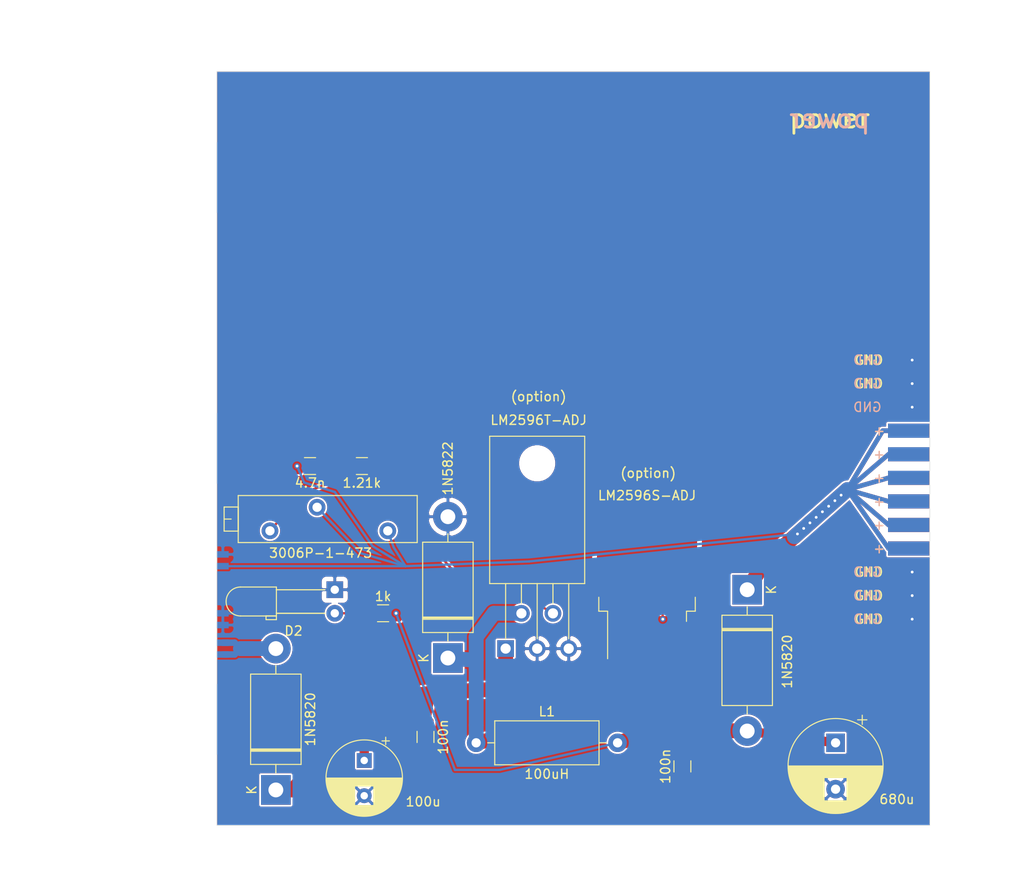
<source format=kicad_pcb>
(kicad_pcb (version 20171130) (host pcbnew 5.1.5+dfsg1-2build2)

  (general
    (thickness 1.6)
    (drawings 17)
    (tracks 123)
    (zones 0)
    (modules 17)
    (nets 9)
  )

  (page A4)
  (layers
    (0 F.Cu signal)
    (31 B.Cu signal)
    (32 B.Adhes user)
    (33 F.Adhes user)
    (34 B.Paste user)
    (35 F.Paste user)
    (36 B.SilkS user)
    (37 F.SilkS user)
    (38 B.Mask user)
    (39 F.Mask user)
    (40 Dwgs.User user)
    (41 Cmts.User user)
    (42 Eco1.User user)
    (43 Eco2.User user)
    (44 Edge.Cuts user)
    (45 Margin user)
    (46 B.CrtYd user)
    (47 F.CrtYd user)
    (48 B.Fab user)
    (49 F.Fab user)
  )

  (setup
    (last_trace_width 0.25)
    (user_trace_width 0.2)
    (user_trace_width 0.5)
    (user_trace_width 0.7)
    (user_trace_width 1)
    (user_trace_width 1.5)
    (user_trace_width 1.6)
    (trace_clearance 0.2)
    (zone_clearance 0)
    (zone_45_only no)
    (trace_min 0.2)
    (via_size 0.8)
    (via_drill 0.4)
    (via_min_size 0.4)
    (via_min_drill 0.3)
    (user_via 0.6 0.3)
    (uvia_size 0.3)
    (uvia_drill 0.1)
    (uvias_allowed no)
    (uvia_min_size 0.2)
    (uvia_min_drill 0.1)
    (edge_width 0.05)
    (segment_width 0.2)
    (pcb_text_width 0.3)
    (pcb_text_size 1.5 1.5)
    (mod_edge_width 0.12)
    (mod_text_size 1 1)
    (mod_text_width 0.15)
    (pad_size 4.445 1.524)
    (pad_drill 0)
    (pad_to_mask_clearance 0.051)
    (solder_mask_min_width 0.25)
    (aux_axis_origin 0 0)
    (visible_elements FFFFF77F)
    (pcbplotparams
      (layerselection 0x010fc_ffffffff)
      (usegerberextensions true)
      (usegerberattributes false)
      (usegerberadvancedattributes false)
      (creategerberjobfile false)
      (excludeedgelayer true)
      (linewidth 0.100000)
      (plotframeref false)
      (viasonmask false)
      (mode 1)
      (useauxorigin false)
      (hpglpennumber 1)
      (hpglpenspeed 20)
      (hpglpendiameter 15.000000)
      (psnegative false)
      (psa4output false)
      (plotreference true)
      (plotvalue true)
      (plotinvisibletext false)
      (padsonsilk false)
      (subtractmaskfromsilk true)
      (outputformat 1)
      (mirror false)
      (drillshape 0)
      (scaleselection 1)
      (outputdirectory "gerber/"))
  )

  (net 0 "")
  (net 1 GND)
  (net 2 VIN)
  (net 3 VOUT)
  (net 4 "Net-(D2-Pad2)")
  (net 5 CVIN)
  (net 6 "Net-(C2-Pad1)")
  (net 7 CFB)
  (net 8 COUT)

  (net_class Default "This is the default net class."
    (clearance 0.2)
    (trace_width 0.25)
    (via_dia 0.8)
    (via_drill 0.4)
    (uvia_dia 0.3)
    (uvia_drill 0.1)
    (add_net CFB)
    (add_net COUT)
    (add_net CVIN)
    (add_net GND)
    (add_net "Net-(C2-Pad1)")
    (add_net "Net-(D2-Pad2)")
    (add_net VIN)
    (add_net VOUT)
  )

  (module plc88:bus_power_im (layer F.Cu) (tedit 642EECD4) (tstamp 6395A2C6)
    (at 150.749 94.615)
    (tags "connector 2x12")
    (path /6395B005)
    (attr smd)
    (fp_text reference J1 (at 0 -1.905) (layer F.SilkS) hide
      (effects (font (size 1 1) (thickness 0.15)))
    )
    (fp_text value bus_power_i (at 0 -3.81) (layer F.SilkS) hide
      (effects (font (size 1 1) (thickness 0.15)))
    )
    (fp_text user + (at -3.175 10.16) (layer B.SilkS)
      (effects (font (size 1 1) (thickness 0.15)) (justify mirror))
    )
    (fp_text user + (at -3.175 10.16) (layer F.SilkS)
      (effects (font (size 1 1) (thickness 0.15)))
    )
    (fp_text user + (at -3.175 12.7) (layer B.SilkS)
      (effects (font (size 1 1) (thickness 0.15)) (justify mirror))
    )
    (fp_text user + (at -3.175 12.7) (layer F.SilkS)
      (effects (font (size 1 1) (thickness 0.15)))
    )
    (fp_text user + (at -3.175 15.24) (layer B.SilkS)
      (effects (font (size 1 1) (thickness 0.15)) (justify mirror))
    )
    (fp_text user + (at -3.175 15.24) (layer F.SilkS)
      (effects (font (size 1 1) (thickness 0.15)))
    )
    (fp_text user + (at -3.175 17.78) (layer B.SilkS)
      (effects (font (size 1 1) (thickness 0.15)) (justify mirror))
    )
    (fp_text user + (at -3.175 17.78) (layer F.SilkS)
      (effects (font (size 1 1) (thickness 0.15)))
    )
    (fp_text user GND (at -4.270238 0) (layer F.SilkS)
      (effects (font (size 1 1) (thickness 0.15)))
    )
    (fp_text user GND (at -4.445 5.08) (layer B.SilkS)
      (effects (font (size 1 1) (thickness 0.15)) (justify mirror))
    )
    (fp_text user GND (at -4.270238 2.54) (layer F.SilkS)
      (effects (font (size 1 1) (thickness 0.15)))
    )
    (fp_text user GND (at -4.445 2.54) (layer B.SilkS)
      (effects (font (size 1 1) (thickness 0.15)) (justify mirror))
    )
    (fp_text user GND (at -4.270238 22.86) (layer F.SilkS)
      (effects (font (size 1 1) (thickness 0.15)))
    )
    (fp_text user GND (at -4.445 22.86) (layer B.SilkS)
      (effects (font (size 1 1) (thickness 0.15)) (justify mirror))
    )
    (fp_text user GND (at -4.270238 25.4) (layer F.SilkS)
      (effects (font (size 1 1) (thickness 0.15)))
    )
    (fp_text user GND (at -4.445 25.4) (layer B.SilkS)
      (effects (font (size 1 1) (thickness 0.15)) (justify mirror))
    )
    (fp_text user GND (at -4.445 0) (layer B.SilkS)
      (effects (font (size 1 1) (thickness 0.15)) (justify mirror))
    )
    (fp_text user + (at -3.175 7.62) (layer B.SilkS)
      (effects (font (size 1 1) (thickness 0.15)) (justify mirror))
    )
    (fp_text user GND (at -4.445 27.94) (layer B.SilkS)
      (effects (font (size 1 1) (thickness 0.15)) (justify mirror))
    )
    (fp_text user + (at -3.175 20.32) (layer B.SilkS)
      (effects (font (size 1 1) (thickness 0.15)) (justify mirror))
    )
    (fp_text user + (at -3.175 20.32) (layer F.SilkS)
      (effects (font (size 1 1) (thickness 0.15)))
    )
    (fp_text user GND (at -4.270238 27.94) (layer F.SilkS)
      (effects (font (size 1 1) (thickness 0.15)))
    )
    (fp_text user + (at -3.175 7.62) (layer F.SilkS)
      (effects (font (size 1 1) (thickness 0.15)))
    )
    (fp_text user GND (at -4.270238 0) (layer F.SilkS)
      (effects (font (size 1 1) (thickness 0.15)))
    )
    (fp_text user %P (at 0 -6.35) (layer F.Fab) hide
      (effects (font (size 1 1) (thickness 0.15)))
    )
    (fp_text user + (at -3.175 7.62) (layer F.SilkS)
      (effects (font (size 1 1) (thickness 0.15)))
    )
    (pad 24 smd rect (at 0 27.94) (size 4.445 1.524) (layers F.Cu F.Paste F.Mask)
      (net 1 GND) (zone_connect 2))
    (pad 22 smd rect (at 0 25.4) (size 4.445 1.524) (layers F.Cu F.Paste F.Mask)
      (net 1 GND) (zone_connect 2))
    (pad 20 smd rect (at 0 22.86) (size 4.445 1.524) (layers F.Cu F.Paste F.Mask)
      (net 1 GND) (zone_connect 2))
    (pad 18 smd rect (at 0 20.32) (size 4.445 1.524) (layers F.Cu F.Paste F.Mask)
      (net 3 VOUT))
    (pad 16 smd rect (at 0 17.78) (size 4.445 1.524) (layers F.Cu F.Paste F.Mask)
      (net 3 VOUT))
    (pad 14 smd rect (at 0 15.24) (size 4.445 1.524) (layers F.Cu F.Paste F.Mask)
      (net 3 VOUT))
    (pad 12 smd rect (at 0 12.7) (size 4.445 1.524) (layers F.Cu F.Paste F.Mask)
      (net 3 VOUT))
    (pad 10 smd rect (at 0 10.16) (size 4.445 1.524) (layers F.Cu F.Paste F.Mask)
      (net 3 VOUT))
    (pad 8 smd rect (at 0 7.62) (size 4.445 1.524) (layers F.Cu F.Paste F.Mask)
      (net 3 VOUT))
    (pad 6 smd rect (at 0 5.08) (size 4.445 1.524) (layers F.Cu F.Paste F.Mask)
      (net 1 GND) (zone_connect 2))
    (pad 4 smd rect (at 0 2.54) (size 4.445 1.524) (layers F.Cu F.Paste F.Mask)
      (net 1 GND) (zone_connect 2))
    (pad 2 smd rect (at 0 0) (size 4.445 1.524) (layers F.Cu F.Paste F.Mask)
      (net 1 GND) (zone_connect 2))
    (pad 9 smd rect (at 0 10.16) (size 4.445 1.524) (layers B.Cu B.Paste B.Mask)
      (net 3 VOUT))
    (pad 23 smd rect (at 0 27.94) (size 4.445 1.524) (layers B.Cu B.Paste B.Mask)
      (net 1 GND) (zone_connect 2))
    (pad 21 smd rect (at 0 25.4) (size 4.445 1.524) (layers B.Cu B.Paste B.Mask)
      (net 1 GND) (zone_connect 2))
    (pad 19 smd rect (at 0 22.86) (size 4.445 1.524) (layers B.Cu B.Paste B.Mask)
      (net 1 GND) (zone_connect 2))
    (pad 17 smd rect (at 0 20.32) (size 4.445 1.524) (layers B.Cu B.Paste B.Mask)
      (net 3 VOUT))
    (pad 15 smd rect (at 0 17.78) (size 4.445 1.524) (layers B.Cu B.Paste B.Mask)
      (net 3 VOUT))
    (pad 13 smd rect (at 0 15.24) (size 4.445 1.524) (layers B.Cu B.Paste B.Mask)
      (net 3 VOUT))
    (pad 11 smd rect (at 0 12.7) (size 4.445 1.524) (layers B.Cu B.Paste B.Mask)
      (net 3 VOUT))
    (pad 7 smd rect (at 0 7.62) (size 4.445 1.524) (layers B.Cu B.Paste B.Mask)
      (net 3 VOUT))
    (pad 5 smd rect (at 0 5.08) (size 4.445 1.524) (layers B.Cu B.Paste B.Mask)
      (net 1 GND) (zone_connect 2))
    (pad 3 smd rect (at 0 2.54) (size 4.445 1.524) (layers B.Cu B.Paste B.Mask)
      (net 1 GND) (zone_connect 2))
    (pad 1 smd rect (at 0 0) (size 4.445 1.524) (layers B.Cu B.Paste B.Mask)
      (net 1 GND) (zone_connect 2))
  )

  (module Package_TO_SOT_THT:TO-220-5_P3.4x3.8mm_StaggerOdd_Lead7.13mm_TabDown (layer F.Cu) (tedit 5AF05A31) (tstamp 642B3FC6)
    (at 107.315 125.73)
    (descr "TO-220-5, Horizontal, RM 1.7mm, Pentawatt, Multiwatt-5, staggered type-1, see http://www.analog.com/media/en/package-pcb-resources/package/pkg_pdf/ltc-legacy-to-220/to-220_5_05-08-1421.pdf?domain=www.linear.com, https://www.diodes.com/assets/Package-Files/TO220-5.pdf")
    (tags "TO-220-5 Horizontal RM 1.7mm Pentawatt Multiwatt-5 staggered type-1")
    (path /642A37F8)
    (fp_text reference U2 (at 3.4 -23.9) (layer F.SilkS) hide
      (effects (font (size 1 1) (thickness 0.15)))
    )
    (fp_text value LM2596T-ADJ (at 3.556 -24.638) (layer F.SilkS)
      (effects (font (size 1 1) (thickness 0.15)))
    )
    (fp_text user %R (at 3.4 -23.9) (layer F.Fab) hide
      (effects (font (size 1 1) (thickness 0.15)))
    )
    (fp_line (start 8.65 -23.03) (end -1.85 -23.03) (layer F.CrtYd) (width 0.05))
    (fp_line (start 8.65 1.15) (end 8.65 -23.03) (layer F.CrtYd) (width 0.05))
    (fp_line (start -1.85 1.15) (end 8.65 1.15) (layer F.CrtYd) (width 0.05))
    (fp_line (start -1.85 -23.03) (end -1.85 1.15) (layer F.CrtYd) (width 0.05))
    (fp_line (start 6.8 -7.01) (end 6.8 -1.065) (layer F.SilkS) (width 0.12))
    (fp_line (start 5.1 -7.01) (end 5.1 -4.866) (layer F.SilkS) (width 0.12))
    (fp_line (start 3.4 -7.01) (end 3.4 -1.065) (layer F.SilkS) (width 0.12))
    (fp_line (start 1.7 -7.01) (end 1.7 -4.866) (layer F.SilkS) (width 0.12))
    (fp_line (start 0 -7.01) (end 0 -1.05) (layer F.SilkS) (width 0.12))
    (fp_line (start 8.52 -22.9) (end 8.52 -7.01) (layer F.SilkS) (width 0.12))
    (fp_line (start -1.721 -22.9) (end -1.721 -7.01) (layer F.SilkS) (width 0.12))
    (fp_line (start -1.721 -22.9) (end 8.52 -22.9) (layer F.SilkS) (width 0.12))
    (fp_line (start -1.721 -7.01) (end 8.52 -7.01) (layer F.SilkS) (width 0.12))
    (fp_line (start 6.8 -7.13) (end 6.8 0) (layer F.Fab) (width 0.1))
    (fp_line (start 5.1 -7.13) (end 5.1 -3.8) (layer F.Fab) (width 0.1))
    (fp_line (start 3.4 -7.13) (end 3.4 0) (layer F.Fab) (width 0.1))
    (fp_line (start 1.7 -7.13) (end 1.7 -3.8) (layer F.Fab) (width 0.1))
    (fp_line (start 0 -7.13) (end 0 0) (layer F.Fab) (width 0.1))
    (fp_line (start 8.4 -7.13) (end -1.6 -7.13) (layer F.Fab) (width 0.1))
    (fp_line (start 8.4 -16.38) (end 8.4 -7.13) (layer F.Fab) (width 0.1))
    (fp_line (start -1.6 -16.38) (end 8.4 -16.38) (layer F.Fab) (width 0.1))
    (fp_line (start -1.6 -7.13) (end -1.6 -16.38) (layer F.Fab) (width 0.1))
    (fp_line (start 8.4 -16.38) (end -1.6 -16.38) (layer F.Fab) (width 0.1))
    (fp_line (start 8.4 -22.78) (end 8.4 -16.38) (layer F.Fab) (width 0.1))
    (fp_line (start -1.6 -22.78) (end 8.4 -22.78) (layer F.Fab) (width 0.1))
    (fp_line (start -1.6 -16.38) (end -1.6 -22.78) (layer F.Fab) (width 0.1))
    (fp_circle (center 3.4 -19.98) (end 5.25 -19.98) (layer F.Fab) (width 0.1))
    (fp_text user "(option)" (at 3.556 -27.178) (layer F.SilkS)
      (effects (font (size 1 1) (thickness 0.15)))
    )
    (pad 5 thru_hole oval (at 6.8 0) (size 1.8 1.8) (drill 1.1) (layers *.Cu *.Mask)
      (net 1 GND))
    (pad 4 thru_hole oval (at 5.1 -3.8) (size 1.8 1.8) (drill 1.1) (layers *.Cu *.Mask)
      (net 7 CFB))
    (pad 3 thru_hole oval (at 3.4 0) (size 1.8 1.8) (drill 1.1) (layers *.Cu *.Mask)
      (net 1 GND))
    (pad 2 thru_hole oval (at 1.7 -3.8) (size 1.8 1.8) (drill 1.1) (layers *.Cu *.Mask)
      (net 8 COUT))
    (pad 1 thru_hole rect (at 0 0) (size 1.8 1.8) (drill 1.1) (layers *.Cu *.Mask)
      (net 5 CVIN))
    (pad "" np_thru_hole oval (at 3.4 -19.98) (size 3.5 3.5) (drill 3.5) (layers *.Cu *.Mask))
    (model ${KISYS3DMOD}/Package_TO_SOT_THT.3dshapes/TO-220-5_P3.4x3.8mm_StaggerOdd_Lead7.13mm_TabDown.wrl
      (at (xyz 0 0 0))
      (scale (xyz 1 1 1))
      (rotate (xyz 0 0 0))
    )
  )

  (module Package_TO_SOT_SMD:TO-263-5_TabPin3 (layer F.Cu) (tedit 5A70FBB6) (tstamp 642B3FA0)
    (at 122.555 118.745 90)
    (descr "TO-263 / D2PAK / DDPAK SMD package, http://www.infineon.com/cms/en/product/packages/PG-TO263/PG-TO263-5-1/")
    (tags "D2PAK DDPAK TO-263 D2PAK-5 TO-263-5 SOT-426")
    (path /642A3CD0)
    (attr smd)
    (fp_text reference U1 (at 0 -6.65 90) (layer F.SilkS) hide
      (effects (font (size 1 1) (thickness 0.15)))
    )
    (fp_text value LM2596S-ADJ (at 9.525 0 180) (layer F.SilkS)
      (effects (font (size 1 1) (thickness 0.15)))
    )
    (fp_text user %R (at 0 0 90) (layer F.Fab) hide
      (effects (font (size 1 1) (thickness 0.15)))
    )
    (fp_line (start 8.32 -5.65) (end -8.32 -5.65) (layer F.CrtYd) (width 0.05))
    (fp_line (start 8.32 5.65) (end 8.32 -5.65) (layer F.CrtYd) (width 0.05))
    (fp_line (start -8.32 5.65) (end 8.32 5.65) (layer F.CrtYd) (width 0.05))
    (fp_line (start -8.32 -5.65) (end -8.32 5.65) (layer F.CrtYd) (width 0.05))
    (fp_line (start -2.95 4.25) (end -4.05 4.25) (layer F.SilkS) (width 0.12))
    (fp_line (start -2.95 5.2) (end -2.95 4.25) (layer F.SilkS) (width 0.12))
    (fp_line (start -1.45 5.2) (end -2.95 5.2) (layer F.SilkS) (width 0.12))
    (fp_line (start -2.95 -4.25) (end -8.075 -4.25) (layer F.SilkS) (width 0.12))
    (fp_line (start -2.95 -5.2) (end -2.95 -4.25) (layer F.SilkS) (width 0.12))
    (fp_line (start -1.45 -5.2) (end -2.95 -5.2) (layer F.SilkS) (width 0.12))
    (fp_line (start -7.45 3.8) (end -2.75 3.8) (layer F.Fab) (width 0.1))
    (fp_line (start -7.45 3) (end -7.45 3.8) (layer F.Fab) (width 0.1))
    (fp_line (start -2.75 3) (end -7.45 3) (layer F.Fab) (width 0.1))
    (fp_line (start -7.45 2.1) (end -2.75 2.1) (layer F.Fab) (width 0.1))
    (fp_line (start -7.45 1.3) (end -7.45 2.1) (layer F.Fab) (width 0.1))
    (fp_line (start -2.75 1.3) (end -7.45 1.3) (layer F.Fab) (width 0.1))
    (fp_line (start -7.45 0.4) (end -2.75 0.4) (layer F.Fab) (width 0.1))
    (fp_line (start -7.45 -0.4) (end -7.45 0.4) (layer F.Fab) (width 0.1))
    (fp_line (start -2.75 -0.4) (end -7.45 -0.4) (layer F.Fab) (width 0.1))
    (fp_line (start -7.45 -1.3) (end -2.75 -1.3) (layer F.Fab) (width 0.1))
    (fp_line (start -7.45 -2.1) (end -7.45 -1.3) (layer F.Fab) (width 0.1))
    (fp_line (start -2.75 -2.1) (end -7.45 -2.1) (layer F.Fab) (width 0.1))
    (fp_line (start -7.45 -3) (end -2.75 -3) (layer F.Fab) (width 0.1))
    (fp_line (start -7.45 -3.8) (end -7.45 -3) (layer F.Fab) (width 0.1))
    (fp_line (start -2.75 -3.8) (end -7.45 -3.8) (layer F.Fab) (width 0.1))
    (fp_line (start -1.75 -5) (end 6.5 -5) (layer F.Fab) (width 0.1))
    (fp_line (start -2.75 -4) (end -1.75 -5) (layer F.Fab) (width 0.1))
    (fp_line (start -2.75 5) (end -2.75 -4) (layer F.Fab) (width 0.1))
    (fp_line (start 6.5 5) (end -2.75 5) (layer F.Fab) (width 0.1))
    (fp_line (start 6.5 -5) (end 6.5 5) (layer F.Fab) (width 0.1))
    (fp_line (start 7.5 5) (end 6.5 5) (layer F.Fab) (width 0.1))
    (fp_line (start 7.5 -5) (end 7.5 5) (layer F.Fab) (width 0.1))
    (fp_line (start 6.5 -5) (end 7.5 -5) (layer F.Fab) (width 0.1))
    (fp_text user "(option)" (at 11.938 0.127 180) (layer F.SilkS)
      (effects (font (size 1 1) (thickness 0.15)))
    )
    (pad "" smd rect (at 0.95 2.775 90) (size 4.55 5.25) (layers F.Paste))
    (pad "" smd rect (at 5.8 -2.775 90) (size 4.55 5.25) (layers F.Paste))
    (pad "" smd rect (at 0.95 -2.775 90) (size 4.55 5.25) (layers F.Paste))
    (pad "" smd rect (at 5.8 2.775 90) (size 4.55 5.25) (layers F.Paste))
    (pad 3 smd rect (at 3.375 0 90) (size 9.4 10.8) (layers F.Cu F.Mask)
      (net 1 GND))
    (pad 5 smd rect (at -5.775 3.4 90) (size 4.6 1.1) (layers F.Cu F.Paste F.Mask)
      (net 1 GND))
    (pad 4 smd rect (at -5.775 1.7 90) (size 4.6 1.1) (layers F.Cu F.Paste F.Mask)
      (net 7 CFB))
    (pad 3 smd rect (at -5.775 0 90) (size 4.6 1.1) (layers F.Cu F.Paste F.Mask)
      (net 1 GND))
    (pad 2 smd rect (at -5.775 -1.7 90) (size 4.6 1.1) (layers F.Cu F.Paste F.Mask)
      (net 8 COUT))
    (pad 1 smd rect (at -5.775 -3.4 90) (size 4.6 1.1) (layers F.Cu F.Paste F.Mask)
      (net 5 CVIN))
    (model ${KISYS3DMOD}/Package_TO_SOT_SMD.3dshapes/TO-263-5_TabPin3.wrl
      (at (xyz 0 0 0))
      (scale (xyz 1 1 1))
      (rotate (xyz 0 0 0))
    )
  )

  (module Potentiometer_THT:Potentiometer_Bourns_3006P_Horizontal (layer F.Cu) (tedit 5A3D4994) (tstamp 642B3F70)
    (at 94.615 113.03)
    (descr "Potentiometer, horizontal, Bourns 3006P, https://www.bourns.com/docs/Product-Datasheets/3006.pdf")
    (tags "Potentiometer horizontal Bourns 3006P")
    (path /642D20DE)
    (fp_text reference RV1 (at -7.235 -4.935) (layer F.SilkS) hide
      (effects (font (size 1 1) (thickness 0.15)))
    )
    (fp_text value 3006P-1-473 (at -7.235 2.395) (layer F.SilkS)
      (effects (font (size 1 1) (thickness 0.15)))
    )
    (fp_text user %R (at -6.475 -1.27) (layer F.Fab) hide
      (effects (font (size 1 1) (thickness 0.15)))
    )
    (fp_line (start 3.35 -3.95) (end -17.8 -3.95) (layer F.CrtYd) (width 0.05))
    (fp_line (start 3.35 1.4) (end 3.35 -3.95) (layer F.CrtYd) (width 0.05))
    (fp_line (start -17.8 1.4) (end 3.35 1.4) (layer F.CrtYd) (width 0.05))
    (fp_line (start -17.8 -3.95) (end -17.8 1.4) (layer F.CrtYd) (width 0.05))
    (fp_line (start -17.64 -1.27) (end -16.881 -1.27) (layer F.SilkS) (width 0.12))
    (fp_line (start -16.121 -2.569) (end -16.121 0.03) (layer F.SilkS) (width 0.12))
    (fp_line (start -17.64 -2.569) (end -17.64 0.03) (layer F.SilkS) (width 0.12))
    (fp_line (start -17.64 0.03) (end -16.121 0.03) (layer F.SilkS) (width 0.12))
    (fp_line (start -17.64 -2.569) (end -16.121 -2.569) (layer F.SilkS) (width 0.12))
    (fp_line (start 3.17 -3.805) (end 3.17 1.265) (layer F.SilkS) (width 0.12))
    (fp_line (start -16.12 -3.805) (end -16.12 1.265) (layer F.SilkS) (width 0.12))
    (fp_line (start -16.12 1.265) (end 3.17 1.265) (layer F.SilkS) (width 0.12))
    (fp_line (start -16.12 -3.805) (end 3.17 -3.805) (layer F.SilkS) (width 0.12))
    (fp_line (start -17.52 -1.27) (end -16.76 -1.27) (layer F.Fab) (width 0.1))
    (fp_line (start -16 -2.45) (end -17.52 -2.45) (layer F.Fab) (width 0.1))
    (fp_line (start -16 -0.09) (end -16 -2.45) (layer F.Fab) (width 0.1))
    (fp_line (start -17.52 -0.09) (end -16 -0.09) (layer F.Fab) (width 0.1))
    (fp_line (start -17.52 -2.45) (end -17.52 -0.09) (layer F.Fab) (width 0.1))
    (fp_line (start 3.05 -3.685) (end -16 -3.685) (layer F.Fab) (width 0.1))
    (fp_line (start 3.05 1.145) (end 3.05 -3.685) (layer F.Fab) (width 0.1))
    (fp_line (start -16 1.145) (end 3.05 1.145) (layer F.Fab) (width 0.1))
    (fp_line (start -16 -3.685) (end -16 1.145) (layer F.Fab) (width 0.1))
    (pad 3 thru_hole circle (at -12.7 0) (size 1.8 1.8) (drill 1) (layers *.Cu *.Mask)
      (net 7 CFB))
    (pad 2 thru_hole circle (at -7.62 -2.54) (size 1.8 1.8) (drill 1) (layers *.Cu *.Mask)
      (net 3 VOUT))
    (pad 1 thru_hole circle (at 0 0) (size 1.8 1.8) (drill 1) (layers *.Cu *.Mask)
      (net 3 VOUT))
    (model ${KISYS3DMOD}/Potentiometer_THT.3dshapes/Potentiometer_Bourns_3006P_Horizontal.wrl
      (at (xyz 0 0 0))
      (scale (xyz 1 1 1))
      (rotate (xyz 0 0 0))
    )
  )

  (module Resistor_SMD:R_1206_3216Metric (layer F.Cu) (tedit 5B301BBD) (tstamp 642B3F32)
    (at 91.824 106.045)
    (descr "Resistor SMD 1206 (3216 Metric), square (rectangular) end terminal, IPC_7351 nominal, (Body size source: http://www.tortai-tech.com/upload/download/2011102023233369053.pdf), generated with kicad-footprint-generator")
    (tags resistor)
    (path /642D1B0A)
    (attr smd)
    (fp_text reference R1 (at 0 -1.82) (layer F.SilkS) hide
      (effects (font (size 1 1) (thickness 0.15)))
    )
    (fp_text value 1.21k (at 0 1.82) (layer F.SilkS)
      (effects (font (size 1 1) (thickness 0.15)))
    )
    (fp_text user %R (at 0 0) (layer F.Fab) hide
      (effects (font (size 0.8 0.8) (thickness 0.12)))
    )
    (fp_line (start 2.28 1.12) (end -2.28 1.12) (layer F.CrtYd) (width 0.05))
    (fp_line (start 2.28 -1.12) (end 2.28 1.12) (layer F.CrtYd) (width 0.05))
    (fp_line (start -2.28 -1.12) (end 2.28 -1.12) (layer F.CrtYd) (width 0.05))
    (fp_line (start -2.28 1.12) (end -2.28 -1.12) (layer F.CrtYd) (width 0.05))
    (fp_line (start -0.602064 0.91) (end 0.602064 0.91) (layer F.SilkS) (width 0.12))
    (fp_line (start -0.602064 -0.91) (end 0.602064 -0.91) (layer F.SilkS) (width 0.12))
    (fp_line (start 1.6 0.8) (end -1.6 0.8) (layer F.Fab) (width 0.1))
    (fp_line (start 1.6 -0.8) (end 1.6 0.8) (layer F.Fab) (width 0.1))
    (fp_line (start -1.6 -0.8) (end 1.6 -0.8) (layer F.Fab) (width 0.1))
    (fp_line (start -1.6 0.8) (end -1.6 -0.8) (layer F.Fab) (width 0.1))
    (pad 2 smd roundrect (at 1.4 0) (size 1.25 1.75) (layers F.Cu F.Paste F.Mask) (roundrect_rratio 0.2)
      (net 1 GND))
    (pad 1 smd roundrect (at -1.4 0) (size 1.25 1.75) (layers F.Cu F.Paste F.Mask) (roundrect_rratio 0.2)
      (net 7 CFB))
    (model ${KISYS3DMOD}/Resistor_SMD.3dshapes/R_1206_3216Metric.wrl
      (at (xyz 0 0 0))
      (scale (xyz 1 1 1))
      (rotate (xyz 0 0 0))
    )
  )

  (module Inductor_THT:L_Axial_L11.0mm_D4.5mm_P15.24mm_Horizontal_Fastron_MECC (layer F.Cu) (tedit 5AE59B05) (tstamp 642B3F21)
    (at 104.14 135.89)
    (descr "Inductor, Axial series, Axial, Horizontal, pin pitch=15.24mm, , length*diameter=11*4.5mm^2, Fastron, MECC, http://www.fastrongroup.com/image-show/21/MECC.pdf?type=Complete-DataSheet&productType=series")
    (tags "Inductor Axial series Axial Horizontal pin pitch 15.24mm  length 11mm diameter 4.5mm Fastron MECC")
    (path /642C741A)
    (fp_text reference L1 (at 7.62 -3.37) (layer F.SilkS)
      (effects (font (size 1 1) (thickness 0.15)))
    )
    (fp_text value 100uH (at 7.62 3.37) (layer F.SilkS)
      (effects (font (size 1 1) (thickness 0.15)))
    )
    (fp_text user %R (at 7.62 0) (layer F.Fab) hide
      (effects (font (size 1 1) (thickness 0.15)))
    )
    (fp_line (start 16.5 -2.5) (end -1.25 -2.5) (layer F.CrtYd) (width 0.05))
    (fp_line (start 16.5 2.5) (end 16.5 -2.5) (layer F.CrtYd) (width 0.05))
    (fp_line (start -1.25 2.5) (end 16.5 2.5) (layer F.CrtYd) (width 0.05))
    (fp_line (start -1.25 -2.5) (end -1.25 2.5) (layer F.CrtYd) (width 0.05))
    (fp_line (start 14 0) (end 13.24 0) (layer F.SilkS) (width 0.12))
    (fp_line (start 1.24 0) (end 2 0) (layer F.SilkS) (width 0.12))
    (fp_line (start 13.24 -2.37) (end 2 -2.37) (layer F.SilkS) (width 0.12))
    (fp_line (start 13.24 2.37) (end 13.24 -2.37) (layer F.SilkS) (width 0.12))
    (fp_line (start 2 2.37) (end 13.24 2.37) (layer F.SilkS) (width 0.12))
    (fp_line (start 2 -2.37) (end 2 2.37) (layer F.SilkS) (width 0.12))
    (fp_line (start 15.24 0) (end 13.12 0) (layer F.Fab) (width 0.1))
    (fp_line (start 0 0) (end 2.12 0) (layer F.Fab) (width 0.1))
    (fp_line (start 13.12 -2.25) (end 2.12 -2.25) (layer F.Fab) (width 0.1))
    (fp_line (start 13.12 2.25) (end 13.12 -2.25) (layer F.Fab) (width 0.1))
    (fp_line (start 2.12 2.25) (end 13.12 2.25) (layer F.Fab) (width 0.1))
    (fp_line (start 2.12 -2.25) (end 2.12 2.25) (layer F.Fab) (width 0.1))
    (pad 2 thru_hole oval (at 15.24 0) (size 2 2) (drill 1) (layers *.Cu *.Mask)
      (net 6 "Net-(C2-Pad1)"))
    (pad 1 thru_hole circle (at 0 0) (size 2 2) (drill 1) (layers *.Cu *.Mask)
      (net 8 COUT))
    (model ${KISYS3DMOD}/Inductor_THT.3dshapes/L_Axial_L11.0mm_D4.5mm_P15.24mm_Horizontal_Fastron_MECC.wrl
      (at (xyz 0 0 0))
      (scale (xyz 1 1 1))
      (rotate (xyz 0 0 0))
    )
  )

  (module Diode_THT:D_DO-201AD_P15.24mm_Horizontal (layer F.Cu) (tedit 5AE50CD5) (tstamp 642B3E64)
    (at 133.35 119.38 270)
    (descr "Diode, DO-201AD series, Axial, Horizontal, pin pitch=15.24mm, , length*diameter=9.5*5.2mm^2, , http://www.diodes.com/_files/packages/DO-201AD.pdf")
    (tags "Diode DO-201AD series Axial Horizontal pin pitch 15.24mm  length 9.5mm diameter 5.2mm")
    (path /642B2204)
    (fp_text reference D4 (at 7.62 -3.72 90) (layer F.SilkS) hide
      (effects (font (size 1 1) (thickness 0.15)))
    )
    (fp_text value 1N5820 (at 7.747 -4.318 90) (layer F.SilkS)
      (effects (font (size 1 1) (thickness 0.15)))
    )
    (fp_text user K (at 0 -2.6 90) (layer F.SilkS)
      (effects (font (size 1 1) (thickness 0.15)))
    )
    (fp_text user K (at 0 -2.6 90) (layer F.Fab)
      (effects (font (size 1 1) (thickness 0.15)))
    )
    (fp_text user %R (at 8.3325 0 90) (layer F.Fab)
      (effects (font (size 1 1) (thickness 0.15)))
    )
    (fp_line (start 17.09 -2.85) (end -1.85 -2.85) (layer F.CrtYd) (width 0.05))
    (fp_line (start 17.09 2.85) (end 17.09 -2.85) (layer F.CrtYd) (width 0.05))
    (fp_line (start -1.85 2.85) (end 17.09 2.85) (layer F.CrtYd) (width 0.05))
    (fp_line (start -1.85 -2.85) (end -1.85 2.85) (layer F.CrtYd) (width 0.05))
    (fp_line (start 4.175 -2.72) (end 4.175 2.72) (layer F.SilkS) (width 0.12))
    (fp_line (start 4.415 -2.72) (end 4.415 2.72) (layer F.SilkS) (width 0.12))
    (fp_line (start 4.295 -2.72) (end 4.295 2.72) (layer F.SilkS) (width 0.12))
    (fp_line (start 13.4 0) (end 12.49 0) (layer F.SilkS) (width 0.12))
    (fp_line (start 1.84 0) (end 2.75 0) (layer F.SilkS) (width 0.12))
    (fp_line (start 12.49 -2.72) (end 2.75 -2.72) (layer F.SilkS) (width 0.12))
    (fp_line (start 12.49 2.72) (end 12.49 -2.72) (layer F.SilkS) (width 0.12))
    (fp_line (start 2.75 2.72) (end 12.49 2.72) (layer F.SilkS) (width 0.12))
    (fp_line (start 2.75 -2.72) (end 2.75 2.72) (layer F.SilkS) (width 0.12))
    (fp_line (start 4.195 -2.6) (end 4.195 2.6) (layer F.Fab) (width 0.1))
    (fp_line (start 4.395 -2.6) (end 4.395 2.6) (layer F.Fab) (width 0.1))
    (fp_line (start 4.295 -2.6) (end 4.295 2.6) (layer F.Fab) (width 0.1))
    (fp_line (start 15.24 0) (end 12.37 0) (layer F.Fab) (width 0.1))
    (fp_line (start 0 0) (end 2.87 0) (layer F.Fab) (width 0.1))
    (fp_line (start 12.37 -2.6) (end 2.87 -2.6) (layer F.Fab) (width 0.1))
    (fp_line (start 12.37 2.6) (end 12.37 -2.6) (layer F.Fab) (width 0.1))
    (fp_line (start 2.87 2.6) (end 12.37 2.6) (layer F.Fab) (width 0.1))
    (fp_line (start 2.87 -2.6) (end 2.87 2.6) (layer F.Fab) (width 0.1))
    (pad 2 thru_hole oval (at 15.24 0 270) (size 3.2 3.2) (drill 1.6) (layers *.Cu *.Mask)
      (net 6 "Net-(C2-Pad1)"))
    (pad 1 thru_hole rect (at 0 0 270) (size 3.2 3.2) (drill 1.6) (layers *.Cu *.Mask)
      (net 3 VOUT))
    (model ${KISYS3DMOD}/Diode_THT.3dshapes/D_DO-201AD_P15.24mm_Horizontal.wrl
      (at (xyz 0 0 0))
      (scale (xyz 1 1 1))
      (rotate (xyz 0 0 0))
    )
  )

  (module Diode_THT:D_DO-201AD_P15.24mm_Horizontal (layer F.Cu) (tedit 5AE50CD5) (tstamp 642B3E45)
    (at 101.092 126.746 90)
    (descr "Diode, DO-201AD series, Axial, Horizontal, pin pitch=15.24mm, , length*diameter=9.5*5.2mm^2, , http://www.diodes.com/_files/packages/DO-201AD.pdf")
    (tags "Diode DO-201AD series Axial Horizontal pin pitch 15.24mm  length 9.5mm diameter 5.2mm")
    (path /642C7E4A)
    (fp_text reference D3 (at 7.62 -3.72 90) (layer F.SilkS) hide
      (effects (font (size 1 1) (thickness 0.15)))
    )
    (fp_text value 1N5822 (at 20.447 0 90) (layer F.SilkS)
      (effects (font (size 1 1) (thickness 0.15)))
    )
    (fp_text user K (at 0 -2.6 90) (layer F.SilkS)
      (effects (font (size 1 1) (thickness 0.15)))
    )
    (fp_text user K (at 0 -2.6 90) (layer F.Fab)
      (effects (font (size 1 1) (thickness 0.15)))
    )
    (fp_text user %R (at 8.3325 0 90) (layer F.Fab)
      (effects (font (size 1 1) (thickness 0.15)))
    )
    (fp_line (start 17.09 -2.85) (end -1.85 -2.85) (layer F.CrtYd) (width 0.05))
    (fp_line (start 17.09 2.85) (end 17.09 -2.85) (layer F.CrtYd) (width 0.05))
    (fp_line (start -1.85 2.85) (end 17.09 2.85) (layer F.CrtYd) (width 0.05))
    (fp_line (start -1.85 -2.85) (end -1.85 2.85) (layer F.CrtYd) (width 0.05))
    (fp_line (start 4.175 -2.72) (end 4.175 2.72) (layer F.SilkS) (width 0.12))
    (fp_line (start 4.415 -2.72) (end 4.415 2.72) (layer F.SilkS) (width 0.12))
    (fp_line (start 4.295 -2.72) (end 4.295 2.72) (layer F.SilkS) (width 0.12))
    (fp_line (start 13.4 0) (end 12.49 0) (layer F.SilkS) (width 0.12))
    (fp_line (start 1.84 0) (end 2.75 0) (layer F.SilkS) (width 0.12))
    (fp_line (start 12.49 -2.72) (end 2.75 -2.72) (layer F.SilkS) (width 0.12))
    (fp_line (start 12.49 2.72) (end 12.49 -2.72) (layer F.SilkS) (width 0.12))
    (fp_line (start 2.75 2.72) (end 12.49 2.72) (layer F.SilkS) (width 0.12))
    (fp_line (start 2.75 -2.72) (end 2.75 2.72) (layer F.SilkS) (width 0.12))
    (fp_line (start 4.195 -2.6) (end 4.195 2.6) (layer F.Fab) (width 0.1))
    (fp_line (start 4.395 -2.6) (end 4.395 2.6) (layer F.Fab) (width 0.1))
    (fp_line (start 4.295 -2.6) (end 4.295 2.6) (layer F.Fab) (width 0.1))
    (fp_line (start 15.24 0) (end 12.37 0) (layer F.Fab) (width 0.1))
    (fp_line (start 0 0) (end 2.87 0) (layer F.Fab) (width 0.1))
    (fp_line (start 12.37 -2.6) (end 2.87 -2.6) (layer F.Fab) (width 0.1))
    (fp_line (start 12.37 2.6) (end 12.37 -2.6) (layer F.Fab) (width 0.1))
    (fp_line (start 2.87 2.6) (end 12.37 2.6) (layer F.Fab) (width 0.1))
    (fp_line (start 2.87 -2.6) (end 2.87 2.6) (layer F.Fab) (width 0.1))
    (pad 2 thru_hole oval (at 15.24 0 90) (size 3.2 3.2) (drill 1.6) (layers *.Cu *.Mask)
      (net 1 GND))
    (pad 1 thru_hole rect (at 0 0 90) (size 3.2 3.2) (drill 1.6) (layers *.Cu *.Mask)
      (net 8 COUT))
    (model ${KISYS3DMOD}/Diode_THT.3dshapes/D_DO-201AD_P15.24mm_Horizontal.wrl
      (at (xyz 0 0 0))
      (scale (xyz 1 1 1))
      (rotate (xyz 0 0 0))
    )
  )

  (module Diode_THT:D_DO-201AD_P15.24mm_Horizontal (layer F.Cu) (tedit 5AE50CD5) (tstamp 642B3DD4)
    (at 82.55 140.97 90)
    (descr "Diode, DO-201AD series, Axial, Horizontal, pin pitch=15.24mm, , length*diameter=9.5*5.2mm^2, , http://www.diodes.com/_files/packages/DO-201AD.pdf")
    (tags "Diode DO-201AD series Axial Horizontal pin pitch 15.24mm  length 9.5mm diameter 5.2mm")
    (path /642BB3E6)
    (fp_text reference D1 (at 7.62 -3.72 90) (layer F.SilkS) hide
      (effects (font (size 1 1) (thickness 0.15)))
    )
    (fp_text value 1N5820 (at 7.62 3.72 90) (layer F.SilkS)
      (effects (font (size 1 1) (thickness 0.15)))
    )
    (fp_text user K (at 0 -2.6 90) (layer F.SilkS)
      (effects (font (size 1 1) (thickness 0.15)))
    )
    (fp_text user K (at 0 -2.6 90) (layer F.Fab)
      (effects (font (size 1 1) (thickness 0.15)))
    )
    (fp_text user %R (at 8.3325 0 90) (layer F.Fab)
      (effects (font (size 1 1) (thickness 0.15)))
    )
    (fp_line (start 17.09 -2.85) (end -1.85 -2.85) (layer F.CrtYd) (width 0.05))
    (fp_line (start 17.09 2.85) (end 17.09 -2.85) (layer F.CrtYd) (width 0.05))
    (fp_line (start -1.85 2.85) (end 17.09 2.85) (layer F.CrtYd) (width 0.05))
    (fp_line (start -1.85 -2.85) (end -1.85 2.85) (layer F.CrtYd) (width 0.05))
    (fp_line (start 4.175 -2.72) (end 4.175 2.72) (layer F.SilkS) (width 0.12))
    (fp_line (start 4.415 -2.72) (end 4.415 2.72) (layer F.SilkS) (width 0.12))
    (fp_line (start 4.295 -2.72) (end 4.295 2.72) (layer F.SilkS) (width 0.12))
    (fp_line (start 13.4 0) (end 12.49 0) (layer F.SilkS) (width 0.12))
    (fp_line (start 1.84 0) (end 2.75 0) (layer F.SilkS) (width 0.12))
    (fp_line (start 12.49 -2.72) (end 2.75 -2.72) (layer F.SilkS) (width 0.12))
    (fp_line (start 12.49 2.72) (end 12.49 -2.72) (layer F.SilkS) (width 0.12))
    (fp_line (start 2.75 2.72) (end 12.49 2.72) (layer F.SilkS) (width 0.12))
    (fp_line (start 2.75 -2.72) (end 2.75 2.72) (layer F.SilkS) (width 0.12))
    (fp_line (start 4.195 -2.6) (end 4.195 2.6) (layer F.Fab) (width 0.1))
    (fp_line (start 4.395 -2.6) (end 4.395 2.6) (layer F.Fab) (width 0.1))
    (fp_line (start 4.295 -2.6) (end 4.295 2.6) (layer F.Fab) (width 0.1))
    (fp_line (start 15.24 0) (end 12.37 0) (layer F.Fab) (width 0.1))
    (fp_line (start 0 0) (end 2.87 0) (layer F.Fab) (width 0.1))
    (fp_line (start 12.37 -2.6) (end 2.87 -2.6) (layer F.Fab) (width 0.1))
    (fp_line (start 12.37 2.6) (end 12.37 -2.6) (layer F.Fab) (width 0.1))
    (fp_line (start 2.87 2.6) (end 12.37 2.6) (layer F.Fab) (width 0.1))
    (fp_line (start 2.87 -2.6) (end 2.87 2.6) (layer F.Fab) (width 0.1))
    (pad 2 thru_hole oval (at 15.24 0 90) (size 3.2 3.2) (drill 1.6) (layers *.Cu *.Mask)
      (net 2 VIN))
    (pad 1 thru_hole rect (at 0 0 90) (size 3.2 3.2) (drill 1.6) (layers *.Cu *.Mask)
      (net 5 CVIN))
    (model ${KISYS3DMOD}/Diode_THT.3dshapes/D_DO-201AD_P15.24mm_Horizontal.wrl
      (at (xyz 0 0 0))
      (scale (xyz 1 1 1))
      (rotate (xyz 0 0 0))
    )
  )

  (module Capacitor_SMD:C_1206_3216Metric (layer F.Cu) (tedit 5B301BBE) (tstamp 642B3DB5)
    (at 126.365 138.43 270)
    (descr "Capacitor SMD 1206 (3216 Metric), square (rectangular) end terminal, IPC_7351 nominal, (Body size source: http://www.tortai-tech.com/upload/download/2011102023233369053.pdf), generated with kicad-footprint-generator")
    (tags capacitor)
    (path /642C1BA2)
    (attr smd)
    (fp_text reference C5 (at 0 -1.82 90) (layer F.SilkS) hide
      (effects (font (size 1 1) (thickness 0.15)))
    )
    (fp_text value 100n (at 0 1.82 90) (layer F.SilkS)
      (effects (font (size 1 1) (thickness 0.15)))
    )
    (fp_text user %R (at 0 0 90) (layer F.Fab) hide
      (effects (font (size 0.8 0.8) (thickness 0.12)))
    )
    (fp_line (start 2.28 1.12) (end -2.28 1.12) (layer F.CrtYd) (width 0.05))
    (fp_line (start 2.28 -1.12) (end 2.28 1.12) (layer F.CrtYd) (width 0.05))
    (fp_line (start -2.28 -1.12) (end 2.28 -1.12) (layer F.CrtYd) (width 0.05))
    (fp_line (start -2.28 1.12) (end -2.28 -1.12) (layer F.CrtYd) (width 0.05))
    (fp_line (start -0.602064 0.91) (end 0.602064 0.91) (layer F.SilkS) (width 0.12))
    (fp_line (start -0.602064 -0.91) (end 0.602064 -0.91) (layer F.SilkS) (width 0.12))
    (fp_line (start 1.6 0.8) (end -1.6 0.8) (layer F.Fab) (width 0.1))
    (fp_line (start 1.6 -0.8) (end 1.6 0.8) (layer F.Fab) (width 0.1))
    (fp_line (start -1.6 -0.8) (end 1.6 -0.8) (layer F.Fab) (width 0.1))
    (fp_line (start -1.6 0.8) (end -1.6 -0.8) (layer F.Fab) (width 0.1))
    (pad 2 smd roundrect (at 1.4 0 270) (size 1.25 1.75) (layers F.Cu F.Paste F.Mask) (roundrect_rratio 0.2)
      (net 1 GND))
    (pad 1 smd roundrect (at -1.4 0 270) (size 1.25 1.75) (layers F.Cu F.Paste F.Mask) (roundrect_rratio 0.2)
      (net 6 "Net-(C2-Pad1)"))
    (model ${KISYS3DMOD}/Capacitor_SMD.3dshapes/C_1206_3216Metric.wrl
      (at (xyz 0 0 0))
      (scale (xyz 1 1 1))
      (rotate (xyz 0 0 0))
    )
  )

  (module Capacitor_SMD:C_1206_3216Metric (layer F.Cu) (tedit 5B301BBE) (tstamp 642B3DA4)
    (at 86.233 106.045)
    (descr "Capacitor SMD 1206 (3216 Metric), square (rectangular) end terminal, IPC_7351 nominal, (Body size source: http://www.tortai-tech.com/upload/download/2011102023233369053.pdf), generated with kicad-footprint-generator")
    (tags capacitor)
    (path /642D33B9)
    (attr smd)
    (fp_text reference C4 (at 0 -1.82) (layer F.SilkS) hide
      (effects (font (size 1 1) (thickness 0.15)))
    )
    (fp_text value 4.7n (at 0 1.82) (layer F.SilkS)
      (effects (font (size 1 1) (thickness 0.15)))
    )
    (fp_text user %R (at 0 0) (layer F.Fab) hide
      (effects (font (size 0.8 0.8) (thickness 0.12)))
    )
    (fp_line (start 2.28 1.12) (end -2.28 1.12) (layer F.CrtYd) (width 0.05))
    (fp_line (start 2.28 -1.12) (end 2.28 1.12) (layer F.CrtYd) (width 0.05))
    (fp_line (start -2.28 -1.12) (end 2.28 -1.12) (layer F.CrtYd) (width 0.05))
    (fp_line (start -2.28 1.12) (end -2.28 -1.12) (layer F.CrtYd) (width 0.05))
    (fp_line (start -0.602064 0.91) (end 0.602064 0.91) (layer F.SilkS) (width 0.12))
    (fp_line (start -0.602064 -0.91) (end 0.602064 -0.91) (layer F.SilkS) (width 0.12))
    (fp_line (start 1.6 0.8) (end -1.6 0.8) (layer F.Fab) (width 0.1))
    (fp_line (start 1.6 -0.8) (end 1.6 0.8) (layer F.Fab) (width 0.1))
    (fp_line (start -1.6 -0.8) (end 1.6 -0.8) (layer F.Fab) (width 0.1))
    (fp_line (start -1.6 0.8) (end -1.6 -0.8) (layer F.Fab) (width 0.1))
    (pad 2 smd roundrect (at 1.4 0) (size 1.25 1.75) (layers F.Cu F.Paste F.Mask) (roundrect_rratio 0.2)
      (net 7 CFB))
    (pad 1 smd roundrect (at -1.4 0) (size 1.25 1.75) (layers F.Cu F.Paste F.Mask) (roundrect_rratio 0.2)
      (net 3 VOUT))
    (model ${KISYS3DMOD}/Capacitor_SMD.3dshapes/C_1206_3216Metric.wrl
      (at (xyz 0 0 0))
      (scale (xyz 1 1 1))
      (rotate (xyz 0 0 0))
    )
  )

  (module Capacitor_SMD:C_1206_3216Metric (layer F.Cu) (tedit 5B301BBE) (tstamp 642B3D93)
    (at 98.679 135.255 270)
    (descr "Capacitor SMD 1206 (3216 Metric), square (rectangular) end terminal, IPC_7351 nominal, (Body size source: http://www.tortai-tech.com/upload/download/2011102023233369053.pdf), generated with kicad-footprint-generator")
    (tags capacitor)
    (path /642C08E6)
    (attr smd)
    (fp_text reference C3 (at 0 -1.82 90) (layer F.SilkS) hide
      (effects (font (size 1 1) (thickness 0.15)))
    )
    (fp_text value 100n (at 0 -1.905 90) (layer F.SilkS)
      (effects (font (size 1 1) (thickness 0.15)))
    )
    (fp_text user %R (at 0 0 90) (layer F.Fab) hide
      (effects (font (size 0.8 0.8) (thickness 0.12)))
    )
    (fp_line (start 2.28 1.12) (end -2.28 1.12) (layer F.CrtYd) (width 0.05))
    (fp_line (start 2.28 -1.12) (end 2.28 1.12) (layer F.CrtYd) (width 0.05))
    (fp_line (start -2.28 -1.12) (end 2.28 -1.12) (layer F.CrtYd) (width 0.05))
    (fp_line (start -2.28 1.12) (end -2.28 -1.12) (layer F.CrtYd) (width 0.05))
    (fp_line (start -0.602064 0.91) (end 0.602064 0.91) (layer F.SilkS) (width 0.12))
    (fp_line (start -0.602064 -0.91) (end 0.602064 -0.91) (layer F.SilkS) (width 0.12))
    (fp_line (start 1.6 0.8) (end -1.6 0.8) (layer F.Fab) (width 0.1))
    (fp_line (start 1.6 -0.8) (end 1.6 0.8) (layer F.Fab) (width 0.1))
    (fp_line (start -1.6 -0.8) (end 1.6 -0.8) (layer F.Fab) (width 0.1))
    (fp_line (start -1.6 0.8) (end -1.6 -0.8) (layer F.Fab) (width 0.1))
    (pad 2 smd roundrect (at 1.4 0 270) (size 1.25 1.75) (layers F.Cu F.Paste F.Mask) (roundrect_rratio 0.2)
      (net 1 GND))
    (pad 1 smd roundrect (at -1.4 0 270) (size 1.25 1.75) (layers F.Cu F.Paste F.Mask) (roundrect_rratio 0.2)
      (net 5 CVIN))
    (model ${KISYS3DMOD}/Capacitor_SMD.3dshapes/C_1206_3216Metric.wrl
      (at (xyz 0 0 0))
      (scale (xyz 1 1 1))
      (rotate (xyz 0 0 0))
    )
  )

  (module Capacitor_THT:CP_Radial_D10.0mm_P5.00mm (layer F.Cu) (tedit 5AE50EF1) (tstamp 6209D716)
    (at 142.875 135.89 270)
    (descr "CP, Radial series, Radial, pin pitch=5.00mm, , diameter=10mm, Electrolytic Capacitor")
    (tags "CP Radial series Radial pin pitch 5.00mm  diameter 10mm Electrolytic Capacitor")
    (path /61EB0FA3)
    (fp_text reference C2 (at 2.5 -6.25 90) (layer F.SilkS) hide
      (effects (font (size 1 1) (thickness 0.15)))
    )
    (fp_text value 680u (at 6.096 -6.604 180) (layer F.SilkS)
      (effects (font (size 1 1) (thickness 0.15)))
    )
    (fp_text user %R (at 2.5 0 90) (layer F.Fab) hide
      (effects (font (size 1 1) (thickness 0.15)))
    )
    (fp_line (start -2.479646 -3.375) (end -2.479646 -2.375) (layer F.SilkS) (width 0.12))
    (fp_line (start -2.979646 -2.875) (end -1.979646 -2.875) (layer F.SilkS) (width 0.12))
    (fp_line (start 7.581 -0.599) (end 7.581 0.599) (layer F.SilkS) (width 0.12))
    (fp_line (start 7.541 -0.862) (end 7.541 0.862) (layer F.SilkS) (width 0.12))
    (fp_line (start 7.501 -1.062) (end 7.501 1.062) (layer F.SilkS) (width 0.12))
    (fp_line (start 7.461 -1.23) (end 7.461 1.23) (layer F.SilkS) (width 0.12))
    (fp_line (start 7.421 -1.378) (end 7.421 1.378) (layer F.SilkS) (width 0.12))
    (fp_line (start 7.381 -1.51) (end 7.381 1.51) (layer F.SilkS) (width 0.12))
    (fp_line (start 7.341 -1.63) (end 7.341 1.63) (layer F.SilkS) (width 0.12))
    (fp_line (start 7.301 -1.742) (end 7.301 1.742) (layer F.SilkS) (width 0.12))
    (fp_line (start 7.261 -1.846) (end 7.261 1.846) (layer F.SilkS) (width 0.12))
    (fp_line (start 7.221 -1.944) (end 7.221 1.944) (layer F.SilkS) (width 0.12))
    (fp_line (start 7.181 -2.037) (end 7.181 2.037) (layer F.SilkS) (width 0.12))
    (fp_line (start 7.141 -2.125) (end 7.141 2.125) (layer F.SilkS) (width 0.12))
    (fp_line (start 7.101 -2.209) (end 7.101 2.209) (layer F.SilkS) (width 0.12))
    (fp_line (start 7.061 -2.289) (end 7.061 2.289) (layer F.SilkS) (width 0.12))
    (fp_line (start 7.021 -2.365) (end 7.021 2.365) (layer F.SilkS) (width 0.12))
    (fp_line (start 6.981 -2.439) (end 6.981 2.439) (layer F.SilkS) (width 0.12))
    (fp_line (start 6.941 -2.51) (end 6.941 2.51) (layer F.SilkS) (width 0.12))
    (fp_line (start 6.901 -2.579) (end 6.901 2.579) (layer F.SilkS) (width 0.12))
    (fp_line (start 6.861 -2.645) (end 6.861 2.645) (layer F.SilkS) (width 0.12))
    (fp_line (start 6.821 -2.709) (end 6.821 2.709) (layer F.SilkS) (width 0.12))
    (fp_line (start 6.781 -2.77) (end 6.781 2.77) (layer F.SilkS) (width 0.12))
    (fp_line (start 6.741 -2.83) (end 6.741 2.83) (layer F.SilkS) (width 0.12))
    (fp_line (start 6.701 -2.889) (end 6.701 2.889) (layer F.SilkS) (width 0.12))
    (fp_line (start 6.661 -2.945) (end 6.661 2.945) (layer F.SilkS) (width 0.12))
    (fp_line (start 6.621 -3) (end 6.621 3) (layer F.SilkS) (width 0.12))
    (fp_line (start 6.581 -3.054) (end 6.581 3.054) (layer F.SilkS) (width 0.12))
    (fp_line (start 6.541 -3.106) (end 6.541 3.106) (layer F.SilkS) (width 0.12))
    (fp_line (start 6.501 -3.156) (end 6.501 3.156) (layer F.SilkS) (width 0.12))
    (fp_line (start 6.461 -3.206) (end 6.461 3.206) (layer F.SilkS) (width 0.12))
    (fp_line (start 6.421 -3.254) (end 6.421 3.254) (layer F.SilkS) (width 0.12))
    (fp_line (start 6.381 -3.301) (end 6.381 3.301) (layer F.SilkS) (width 0.12))
    (fp_line (start 6.341 -3.347) (end 6.341 3.347) (layer F.SilkS) (width 0.12))
    (fp_line (start 6.301 -3.392) (end 6.301 3.392) (layer F.SilkS) (width 0.12))
    (fp_line (start 6.261 -3.436) (end 6.261 3.436) (layer F.SilkS) (width 0.12))
    (fp_line (start 6.221 1.241) (end 6.221 3.478) (layer F.SilkS) (width 0.12))
    (fp_line (start 6.221 -3.478) (end 6.221 -1.241) (layer F.SilkS) (width 0.12))
    (fp_line (start 6.181 1.241) (end 6.181 3.52) (layer F.SilkS) (width 0.12))
    (fp_line (start 6.181 -3.52) (end 6.181 -1.241) (layer F.SilkS) (width 0.12))
    (fp_line (start 6.141 1.241) (end 6.141 3.561) (layer F.SilkS) (width 0.12))
    (fp_line (start 6.141 -3.561) (end 6.141 -1.241) (layer F.SilkS) (width 0.12))
    (fp_line (start 6.101 1.241) (end 6.101 3.601) (layer F.SilkS) (width 0.12))
    (fp_line (start 6.101 -3.601) (end 6.101 -1.241) (layer F.SilkS) (width 0.12))
    (fp_line (start 6.061 1.241) (end 6.061 3.64) (layer F.SilkS) (width 0.12))
    (fp_line (start 6.061 -3.64) (end 6.061 -1.241) (layer F.SilkS) (width 0.12))
    (fp_line (start 6.021 1.241) (end 6.021 3.679) (layer F.SilkS) (width 0.12))
    (fp_line (start 6.021 -3.679) (end 6.021 -1.241) (layer F.SilkS) (width 0.12))
    (fp_line (start 5.981 1.241) (end 5.981 3.716) (layer F.SilkS) (width 0.12))
    (fp_line (start 5.981 -3.716) (end 5.981 -1.241) (layer F.SilkS) (width 0.12))
    (fp_line (start 5.941 1.241) (end 5.941 3.753) (layer F.SilkS) (width 0.12))
    (fp_line (start 5.941 -3.753) (end 5.941 -1.241) (layer F.SilkS) (width 0.12))
    (fp_line (start 5.901 1.241) (end 5.901 3.789) (layer F.SilkS) (width 0.12))
    (fp_line (start 5.901 -3.789) (end 5.901 -1.241) (layer F.SilkS) (width 0.12))
    (fp_line (start 5.861 1.241) (end 5.861 3.824) (layer F.SilkS) (width 0.12))
    (fp_line (start 5.861 -3.824) (end 5.861 -1.241) (layer F.SilkS) (width 0.12))
    (fp_line (start 5.821 1.241) (end 5.821 3.858) (layer F.SilkS) (width 0.12))
    (fp_line (start 5.821 -3.858) (end 5.821 -1.241) (layer F.SilkS) (width 0.12))
    (fp_line (start 5.781 1.241) (end 5.781 3.892) (layer F.SilkS) (width 0.12))
    (fp_line (start 5.781 -3.892) (end 5.781 -1.241) (layer F.SilkS) (width 0.12))
    (fp_line (start 5.741 1.241) (end 5.741 3.925) (layer F.SilkS) (width 0.12))
    (fp_line (start 5.741 -3.925) (end 5.741 -1.241) (layer F.SilkS) (width 0.12))
    (fp_line (start 5.701 1.241) (end 5.701 3.957) (layer F.SilkS) (width 0.12))
    (fp_line (start 5.701 -3.957) (end 5.701 -1.241) (layer F.SilkS) (width 0.12))
    (fp_line (start 5.661 1.241) (end 5.661 3.989) (layer F.SilkS) (width 0.12))
    (fp_line (start 5.661 -3.989) (end 5.661 -1.241) (layer F.SilkS) (width 0.12))
    (fp_line (start 5.621 1.241) (end 5.621 4.02) (layer F.SilkS) (width 0.12))
    (fp_line (start 5.621 -4.02) (end 5.621 -1.241) (layer F.SilkS) (width 0.12))
    (fp_line (start 5.581 1.241) (end 5.581 4.05) (layer F.SilkS) (width 0.12))
    (fp_line (start 5.581 -4.05) (end 5.581 -1.241) (layer F.SilkS) (width 0.12))
    (fp_line (start 5.541 1.241) (end 5.541 4.08) (layer F.SilkS) (width 0.12))
    (fp_line (start 5.541 -4.08) (end 5.541 -1.241) (layer F.SilkS) (width 0.12))
    (fp_line (start 5.501 1.241) (end 5.501 4.11) (layer F.SilkS) (width 0.12))
    (fp_line (start 5.501 -4.11) (end 5.501 -1.241) (layer F.SilkS) (width 0.12))
    (fp_line (start 5.461 1.241) (end 5.461 4.138) (layer F.SilkS) (width 0.12))
    (fp_line (start 5.461 -4.138) (end 5.461 -1.241) (layer F.SilkS) (width 0.12))
    (fp_line (start 5.421 1.241) (end 5.421 4.166) (layer F.SilkS) (width 0.12))
    (fp_line (start 5.421 -4.166) (end 5.421 -1.241) (layer F.SilkS) (width 0.12))
    (fp_line (start 5.381 1.241) (end 5.381 4.194) (layer F.SilkS) (width 0.12))
    (fp_line (start 5.381 -4.194) (end 5.381 -1.241) (layer F.SilkS) (width 0.12))
    (fp_line (start 5.341 1.241) (end 5.341 4.221) (layer F.SilkS) (width 0.12))
    (fp_line (start 5.341 -4.221) (end 5.341 -1.241) (layer F.SilkS) (width 0.12))
    (fp_line (start 5.301 1.241) (end 5.301 4.247) (layer F.SilkS) (width 0.12))
    (fp_line (start 5.301 -4.247) (end 5.301 -1.241) (layer F.SilkS) (width 0.12))
    (fp_line (start 5.261 1.241) (end 5.261 4.273) (layer F.SilkS) (width 0.12))
    (fp_line (start 5.261 -4.273) (end 5.261 -1.241) (layer F.SilkS) (width 0.12))
    (fp_line (start 5.221 1.241) (end 5.221 4.298) (layer F.SilkS) (width 0.12))
    (fp_line (start 5.221 -4.298) (end 5.221 -1.241) (layer F.SilkS) (width 0.12))
    (fp_line (start 5.181 1.241) (end 5.181 4.323) (layer F.SilkS) (width 0.12))
    (fp_line (start 5.181 -4.323) (end 5.181 -1.241) (layer F.SilkS) (width 0.12))
    (fp_line (start 5.141 1.241) (end 5.141 4.347) (layer F.SilkS) (width 0.12))
    (fp_line (start 5.141 -4.347) (end 5.141 -1.241) (layer F.SilkS) (width 0.12))
    (fp_line (start 5.101 1.241) (end 5.101 4.371) (layer F.SilkS) (width 0.12))
    (fp_line (start 5.101 -4.371) (end 5.101 -1.241) (layer F.SilkS) (width 0.12))
    (fp_line (start 5.061 1.241) (end 5.061 4.395) (layer F.SilkS) (width 0.12))
    (fp_line (start 5.061 -4.395) (end 5.061 -1.241) (layer F.SilkS) (width 0.12))
    (fp_line (start 5.021 1.241) (end 5.021 4.417) (layer F.SilkS) (width 0.12))
    (fp_line (start 5.021 -4.417) (end 5.021 -1.241) (layer F.SilkS) (width 0.12))
    (fp_line (start 4.981 1.241) (end 4.981 4.44) (layer F.SilkS) (width 0.12))
    (fp_line (start 4.981 -4.44) (end 4.981 -1.241) (layer F.SilkS) (width 0.12))
    (fp_line (start 4.941 1.241) (end 4.941 4.462) (layer F.SilkS) (width 0.12))
    (fp_line (start 4.941 -4.462) (end 4.941 -1.241) (layer F.SilkS) (width 0.12))
    (fp_line (start 4.901 1.241) (end 4.901 4.483) (layer F.SilkS) (width 0.12))
    (fp_line (start 4.901 -4.483) (end 4.901 -1.241) (layer F.SilkS) (width 0.12))
    (fp_line (start 4.861 1.241) (end 4.861 4.504) (layer F.SilkS) (width 0.12))
    (fp_line (start 4.861 -4.504) (end 4.861 -1.241) (layer F.SilkS) (width 0.12))
    (fp_line (start 4.821 1.241) (end 4.821 4.525) (layer F.SilkS) (width 0.12))
    (fp_line (start 4.821 -4.525) (end 4.821 -1.241) (layer F.SilkS) (width 0.12))
    (fp_line (start 4.781 1.241) (end 4.781 4.545) (layer F.SilkS) (width 0.12))
    (fp_line (start 4.781 -4.545) (end 4.781 -1.241) (layer F.SilkS) (width 0.12))
    (fp_line (start 4.741 1.241) (end 4.741 4.564) (layer F.SilkS) (width 0.12))
    (fp_line (start 4.741 -4.564) (end 4.741 -1.241) (layer F.SilkS) (width 0.12))
    (fp_line (start 4.701 1.241) (end 4.701 4.584) (layer F.SilkS) (width 0.12))
    (fp_line (start 4.701 -4.584) (end 4.701 -1.241) (layer F.SilkS) (width 0.12))
    (fp_line (start 4.661 1.241) (end 4.661 4.603) (layer F.SilkS) (width 0.12))
    (fp_line (start 4.661 -4.603) (end 4.661 -1.241) (layer F.SilkS) (width 0.12))
    (fp_line (start 4.621 1.241) (end 4.621 4.621) (layer F.SilkS) (width 0.12))
    (fp_line (start 4.621 -4.621) (end 4.621 -1.241) (layer F.SilkS) (width 0.12))
    (fp_line (start 4.581 1.241) (end 4.581 4.639) (layer F.SilkS) (width 0.12))
    (fp_line (start 4.581 -4.639) (end 4.581 -1.241) (layer F.SilkS) (width 0.12))
    (fp_line (start 4.541 1.241) (end 4.541 4.657) (layer F.SilkS) (width 0.12))
    (fp_line (start 4.541 -4.657) (end 4.541 -1.241) (layer F.SilkS) (width 0.12))
    (fp_line (start 4.501 1.241) (end 4.501 4.674) (layer F.SilkS) (width 0.12))
    (fp_line (start 4.501 -4.674) (end 4.501 -1.241) (layer F.SilkS) (width 0.12))
    (fp_line (start 4.461 1.241) (end 4.461 4.69) (layer F.SilkS) (width 0.12))
    (fp_line (start 4.461 -4.69) (end 4.461 -1.241) (layer F.SilkS) (width 0.12))
    (fp_line (start 4.421 1.241) (end 4.421 4.707) (layer F.SilkS) (width 0.12))
    (fp_line (start 4.421 -4.707) (end 4.421 -1.241) (layer F.SilkS) (width 0.12))
    (fp_line (start 4.381 1.241) (end 4.381 4.723) (layer F.SilkS) (width 0.12))
    (fp_line (start 4.381 -4.723) (end 4.381 -1.241) (layer F.SilkS) (width 0.12))
    (fp_line (start 4.341 1.241) (end 4.341 4.738) (layer F.SilkS) (width 0.12))
    (fp_line (start 4.341 -4.738) (end 4.341 -1.241) (layer F.SilkS) (width 0.12))
    (fp_line (start 4.301 1.241) (end 4.301 4.754) (layer F.SilkS) (width 0.12))
    (fp_line (start 4.301 -4.754) (end 4.301 -1.241) (layer F.SilkS) (width 0.12))
    (fp_line (start 4.261 1.241) (end 4.261 4.768) (layer F.SilkS) (width 0.12))
    (fp_line (start 4.261 -4.768) (end 4.261 -1.241) (layer F.SilkS) (width 0.12))
    (fp_line (start 4.221 1.241) (end 4.221 4.783) (layer F.SilkS) (width 0.12))
    (fp_line (start 4.221 -4.783) (end 4.221 -1.241) (layer F.SilkS) (width 0.12))
    (fp_line (start 4.181 1.241) (end 4.181 4.797) (layer F.SilkS) (width 0.12))
    (fp_line (start 4.181 -4.797) (end 4.181 -1.241) (layer F.SilkS) (width 0.12))
    (fp_line (start 4.141 1.241) (end 4.141 4.811) (layer F.SilkS) (width 0.12))
    (fp_line (start 4.141 -4.811) (end 4.141 -1.241) (layer F.SilkS) (width 0.12))
    (fp_line (start 4.101 1.241) (end 4.101 4.824) (layer F.SilkS) (width 0.12))
    (fp_line (start 4.101 -4.824) (end 4.101 -1.241) (layer F.SilkS) (width 0.12))
    (fp_line (start 4.061 1.241) (end 4.061 4.837) (layer F.SilkS) (width 0.12))
    (fp_line (start 4.061 -4.837) (end 4.061 -1.241) (layer F.SilkS) (width 0.12))
    (fp_line (start 4.021 1.241) (end 4.021 4.85) (layer F.SilkS) (width 0.12))
    (fp_line (start 4.021 -4.85) (end 4.021 -1.241) (layer F.SilkS) (width 0.12))
    (fp_line (start 3.981 1.241) (end 3.981 4.862) (layer F.SilkS) (width 0.12))
    (fp_line (start 3.981 -4.862) (end 3.981 -1.241) (layer F.SilkS) (width 0.12))
    (fp_line (start 3.941 1.241) (end 3.941 4.874) (layer F.SilkS) (width 0.12))
    (fp_line (start 3.941 -4.874) (end 3.941 -1.241) (layer F.SilkS) (width 0.12))
    (fp_line (start 3.901 1.241) (end 3.901 4.885) (layer F.SilkS) (width 0.12))
    (fp_line (start 3.901 -4.885) (end 3.901 -1.241) (layer F.SilkS) (width 0.12))
    (fp_line (start 3.861 1.241) (end 3.861 4.897) (layer F.SilkS) (width 0.12))
    (fp_line (start 3.861 -4.897) (end 3.861 -1.241) (layer F.SilkS) (width 0.12))
    (fp_line (start 3.821 1.241) (end 3.821 4.907) (layer F.SilkS) (width 0.12))
    (fp_line (start 3.821 -4.907) (end 3.821 -1.241) (layer F.SilkS) (width 0.12))
    (fp_line (start 3.781 1.241) (end 3.781 4.918) (layer F.SilkS) (width 0.12))
    (fp_line (start 3.781 -4.918) (end 3.781 -1.241) (layer F.SilkS) (width 0.12))
    (fp_line (start 3.741 -4.928) (end 3.741 4.928) (layer F.SilkS) (width 0.12))
    (fp_line (start 3.701 -4.938) (end 3.701 4.938) (layer F.SilkS) (width 0.12))
    (fp_line (start 3.661 -4.947) (end 3.661 4.947) (layer F.SilkS) (width 0.12))
    (fp_line (start 3.621 -4.956) (end 3.621 4.956) (layer F.SilkS) (width 0.12))
    (fp_line (start 3.581 -4.965) (end 3.581 4.965) (layer F.SilkS) (width 0.12))
    (fp_line (start 3.541 -4.974) (end 3.541 4.974) (layer F.SilkS) (width 0.12))
    (fp_line (start 3.501 -4.982) (end 3.501 4.982) (layer F.SilkS) (width 0.12))
    (fp_line (start 3.461 -4.99) (end 3.461 4.99) (layer F.SilkS) (width 0.12))
    (fp_line (start 3.421 -4.997) (end 3.421 4.997) (layer F.SilkS) (width 0.12))
    (fp_line (start 3.381 -5.004) (end 3.381 5.004) (layer F.SilkS) (width 0.12))
    (fp_line (start 3.341 -5.011) (end 3.341 5.011) (layer F.SilkS) (width 0.12))
    (fp_line (start 3.301 -5.018) (end 3.301 5.018) (layer F.SilkS) (width 0.12))
    (fp_line (start 3.261 -5.024) (end 3.261 5.024) (layer F.SilkS) (width 0.12))
    (fp_line (start 3.221 -5.03) (end 3.221 5.03) (layer F.SilkS) (width 0.12))
    (fp_line (start 3.18 -5.035) (end 3.18 5.035) (layer F.SilkS) (width 0.12))
    (fp_line (start 3.14 -5.04) (end 3.14 5.04) (layer F.SilkS) (width 0.12))
    (fp_line (start 3.1 -5.045) (end 3.1 5.045) (layer F.SilkS) (width 0.12))
    (fp_line (start 3.06 -5.05) (end 3.06 5.05) (layer F.SilkS) (width 0.12))
    (fp_line (start 3.02 -5.054) (end 3.02 5.054) (layer F.SilkS) (width 0.12))
    (fp_line (start 2.98 -5.058) (end 2.98 5.058) (layer F.SilkS) (width 0.12))
    (fp_line (start 2.94 -5.062) (end 2.94 5.062) (layer F.SilkS) (width 0.12))
    (fp_line (start 2.9 -5.065) (end 2.9 5.065) (layer F.SilkS) (width 0.12))
    (fp_line (start 2.86 -5.068) (end 2.86 5.068) (layer F.SilkS) (width 0.12))
    (fp_line (start 2.82 -5.07) (end 2.82 5.07) (layer F.SilkS) (width 0.12))
    (fp_line (start 2.78 -5.073) (end 2.78 5.073) (layer F.SilkS) (width 0.12))
    (fp_line (start 2.74 -5.075) (end 2.74 5.075) (layer F.SilkS) (width 0.12))
    (fp_line (start 2.7 -5.077) (end 2.7 5.077) (layer F.SilkS) (width 0.12))
    (fp_line (start 2.66 -5.078) (end 2.66 5.078) (layer F.SilkS) (width 0.12))
    (fp_line (start 2.62 -5.079) (end 2.62 5.079) (layer F.SilkS) (width 0.12))
    (fp_line (start 2.58 -5.08) (end 2.58 5.08) (layer F.SilkS) (width 0.12))
    (fp_line (start 2.54 -5.08) (end 2.54 5.08) (layer F.SilkS) (width 0.12))
    (fp_line (start 2.5 -5.08) (end 2.5 5.08) (layer F.SilkS) (width 0.12))
    (fp_line (start -1.288861 -2.6875) (end -1.288861 -1.6875) (layer F.Fab) (width 0.1))
    (fp_line (start -1.788861 -2.1875) (end -0.788861 -2.1875) (layer F.Fab) (width 0.1))
    (fp_circle (center 2.5 0) (end 7.75 0) (layer F.CrtYd) (width 0.05))
    (fp_circle (center 2.5 0) (end 7.62 0) (layer F.SilkS) (width 0.12))
    (fp_circle (center 2.5 0) (end 7.5 0) (layer F.Fab) (width 0.1))
    (pad 2 thru_hole circle (at 5 0 270) (size 2 2) (drill 1) (layers *.Cu *.Mask)
      (net 1 GND))
    (pad 1 thru_hole rect (at 0 0 270) (size 2 2) (drill 1) (layers *.Cu *.Mask)
      (net 6 "Net-(C2-Pad1)"))
    (model ${KISYS3DMOD}/Capacitor_THT.3dshapes/CP_Radial_D10.0mm_P5.00mm.wrl
      (at (xyz 0 0 0))
      (scale (xyz 1 1 1))
      (rotate (xyz 0 0 0))
    )
  )

  (module Capacitor_THT:CP_Radial_D8.0mm_P3.80mm (layer F.Cu) (tedit 5AE50EF0) (tstamp 6209D5B6)
    (at 92.075 137.795 270)
    (descr "CP, Radial series, Radial, pin pitch=3.80mm, , diameter=8mm, Electrolytic Capacitor")
    (tags "CP Radial series Radial pin pitch 3.80mm  diameter 8mm Electrolytic Capacitor")
    (path /61EABD74)
    (fp_text reference C1 (at 1.9 -5.25 90) (layer F.SilkS) hide
      (effects (font (size 1 1) (thickness 0.15)))
    )
    (fp_text value 100u (at 4.445 -6.35 180) (layer F.SilkS)
      (effects (font (size 1 1) (thickness 0.15)))
    )
    (fp_text user %R (at 1.9 0 90) (layer F.Fab) hide
      (effects (font (size 1 1) (thickness 0.15)))
    )
    (fp_line (start -2.109698 -2.715) (end -2.109698 -1.915) (layer F.SilkS) (width 0.12))
    (fp_line (start -2.509698 -2.315) (end -1.709698 -2.315) (layer F.SilkS) (width 0.12))
    (fp_line (start 5.981 -0.533) (end 5.981 0.533) (layer F.SilkS) (width 0.12))
    (fp_line (start 5.941 -0.768) (end 5.941 0.768) (layer F.SilkS) (width 0.12))
    (fp_line (start 5.901 -0.948) (end 5.901 0.948) (layer F.SilkS) (width 0.12))
    (fp_line (start 5.861 -1.098) (end 5.861 1.098) (layer F.SilkS) (width 0.12))
    (fp_line (start 5.821 -1.229) (end 5.821 1.229) (layer F.SilkS) (width 0.12))
    (fp_line (start 5.781 -1.346) (end 5.781 1.346) (layer F.SilkS) (width 0.12))
    (fp_line (start 5.741 -1.453) (end 5.741 1.453) (layer F.SilkS) (width 0.12))
    (fp_line (start 5.701 -1.552) (end 5.701 1.552) (layer F.SilkS) (width 0.12))
    (fp_line (start 5.661 -1.645) (end 5.661 1.645) (layer F.SilkS) (width 0.12))
    (fp_line (start 5.621 -1.731) (end 5.621 1.731) (layer F.SilkS) (width 0.12))
    (fp_line (start 5.581 -1.813) (end 5.581 1.813) (layer F.SilkS) (width 0.12))
    (fp_line (start 5.541 -1.89) (end 5.541 1.89) (layer F.SilkS) (width 0.12))
    (fp_line (start 5.501 -1.964) (end 5.501 1.964) (layer F.SilkS) (width 0.12))
    (fp_line (start 5.461 -2.034) (end 5.461 2.034) (layer F.SilkS) (width 0.12))
    (fp_line (start 5.421 -2.102) (end 5.421 2.102) (layer F.SilkS) (width 0.12))
    (fp_line (start 5.381 -2.166) (end 5.381 2.166) (layer F.SilkS) (width 0.12))
    (fp_line (start 5.341 -2.228) (end 5.341 2.228) (layer F.SilkS) (width 0.12))
    (fp_line (start 5.301 -2.287) (end 5.301 2.287) (layer F.SilkS) (width 0.12))
    (fp_line (start 5.261 -2.345) (end 5.261 2.345) (layer F.SilkS) (width 0.12))
    (fp_line (start 5.221 -2.4) (end 5.221 2.4) (layer F.SilkS) (width 0.12))
    (fp_line (start 5.181 -2.454) (end 5.181 2.454) (layer F.SilkS) (width 0.12))
    (fp_line (start 5.141 -2.505) (end 5.141 2.505) (layer F.SilkS) (width 0.12))
    (fp_line (start 5.101 -2.556) (end 5.101 2.556) (layer F.SilkS) (width 0.12))
    (fp_line (start 5.061 -2.604) (end 5.061 2.604) (layer F.SilkS) (width 0.12))
    (fp_line (start 5.021 -2.651) (end 5.021 2.651) (layer F.SilkS) (width 0.12))
    (fp_line (start 4.981 -2.697) (end 4.981 2.697) (layer F.SilkS) (width 0.12))
    (fp_line (start 4.941 -2.741) (end 4.941 2.741) (layer F.SilkS) (width 0.12))
    (fp_line (start 4.901 -2.784) (end 4.901 2.784) (layer F.SilkS) (width 0.12))
    (fp_line (start 4.861 -2.826) (end 4.861 2.826) (layer F.SilkS) (width 0.12))
    (fp_line (start 4.821 1.04) (end 4.821 2.867) (layer F.SilkS) (width 0.12))
    (fp_line (start 4.821 -2.867) (end 4.821 -1.04) (layer F.SilkS) (width 0.12))
    (fp_line (start 4.781 1.04) (end 4.781 2.907) (layer F.SilkS) (width 0.12))
    (fp_line (start 4.781 -2.907) (end 4.781 -1.04) (layer F.SilkS) (width 0.12))
    (fp_line (start 4.741 1.04) (end 4.741 2.945) (layer F.SilkS) (width 0.12))
    (fp_line (start 4.741 -2.945) (end 4.741 -1.04) (layer F.SilkS) (width 0.12))
    (fp_line (start 4.701 1.04) (end 4.701 2.983) (layer F.SilkS) (width 0.12))
    (fp_line (start 4.701 -2.983) (end 4.701 -1.04) (layer F.SilkS) (width 0.12))
    (fp_line (start 4.661 1.04) (end 4.661 3.019) (layer F.SilkS) (width 0.12))
    (fp_line (start 4.661 -3.019) (end 4.661 -1.04) (layer F.SilkS) (width 0.12))
    (fp_line (start 4.621 1.04) (end 4.621 3.055) (layer F.SilkS) (width 0.12))
    (fp_line (start 4.621 -3.055) (end 4.621 -1.04) (layer F.SilkS) (width 0.12))
    (fp_line (start 4.581 1.04) (end 4.581 3.09) (layer F.SilkS) (width 0.12))
    (fp_line (start 4.581 -3.09) (end 4.581 -1.04) (layer F.SilkS) (width 0.12))
    (fp_line (start 4.541 1.04) (end 4.541 3.124) (layer F.SilkS) (width 0.12))
    (fp_line (start 4.541 -3.124) (end 4.541 -1.04) (layer F.SilkS) (width 0.12))
    (fp_line (start 4.501 1.04) (end 4.501 3.156) (layer F.SilkS) (width 0.12))
    (fp_line (start 4.501 -3.156) (end 4.501 -1.04) (layer F.SilkS) (width 0.12))
    (fp_line (start 4.461 1.04) (end 4.461 3.189) (layer F.SilkS) (width 0.12))
    (fp_line (start 4.461 -3.189) (end 4.461 -1.04) (layer F.SilkS) (width 0.12))
    (fp_line (start 4.421 1.04) (end 4.421 3.22) (layer F.SilkS) (width 0.12))
    (fp_line (start 4.421 -3.22) (end 4.421 -1.04) (layer F.SilkS) (width 0.12))
    (fp_line (start 4.381 1.04) (end 4.381 3.25) (layer F.SilkS) (width 0.12))
    (fp_line (start 4.381 -3.25) (end 4.381 -1.04) (layer F.SilkS) (width 0.12))
    (fp_line (start 4.341 1.04) (end 4.341 3.28) (layer F.SilkS) (width 0.12))
    (fp_line (start 4.341 -3.28) (end 4.341 -1.04) (layer F.SilkS) (width 0.12))
    (fp_line (start 4.301 1.04) (end 4.301 3.309) (layer F.SilkS) (width 0.12))
    (fp_line (start 4.301 -3.309) (end 4.301 -1.04) (layer F.SilkS) (width 0.12))
    (fp_line (start 4.261 1.04) (end 4.261 3.338) (layer F.SilkS) (width 0.12))
    (fp_line (start 4.261 -3.338) (end 4.261 -1.04) (layer F.SilkS) (width 0.12))
    (fp_line (start 4.221 1.04) (end 4.221 3.365) (layer F.SilkS) (width 0.12))
    (fp_line (start 4.221 -3.365) (end 4.221 -1.04) (layer F.SilkS) (width 0.12))
    (fp_line (start 4.181 1.04) (end 4.181 3.392) (layer F.SilkS) (width 0.12))
    (fp_line (start 4.181 -3.392) (end 4.181 -1.04) (layer F.SilkS) (width 0.12))
    (fp_line (start 4.141 1.04) (end 4.141 3.418) (layer F.SilkS) (width 0.12))
    (fp_line (start 4.141 -3.418) (end 4.141 -1.04) (layer F.SilkS) (width 0.12))
    (fp_line (start 4.101 1.04) (end 4.101 3.444) (layer F.SilkS) (width 0.12))
    (fp_line (start 4.101 -3.444) (end 4.101 -1.04) (layer F.SilkS) (width 0.12))
    (fp_line (start 4.061 1.04) (end 4.061 3.469) (layer F.SilkS) (width 0.12))
    (fp_line (start 4.061 -3.469) (end 4.061 -1.04) (layer F.SilkS) (width 0.12))
    (fp_line (start 4.021 1.04) (end 4.021 3.493) (layer F.SilkS) (width 0.12))
    (fp_line (start 4.021 -3.493) (end 4.021 -1.04) (layer F.SilkS) (width 0.12))
    (fp_line (start 3.981 1.04) (end 3.981 3.517) (layer F.SilkS) (width 0.12))
    (fp_line (start 3.981 -3.517) (end 3.981 -1.04) (layer F.SilkS) (width 0.12))
    (fp_line (start 3.941 1.04) (end 3.941 3.54) (layer F.SilkS) (width 0.12))
    (fp_line (start 3.941 -3.54) (end 3.941 -1.04) (layer F.SilkS) (width 0.12))
    (fp_line (start 3.901 1.04) (end 3.901 3.562) (layer F.SilkS) (width 0.12))
    (fp_line (start 3.901 -3.562) (end 3.901 -1.04) (layer F.SilkS) (width 0.12))
    (fp_line (start 3.861 1.04) (end 3.861 3.584) (layer F.SilkS) (width 0.12))
    (fp_line (start 3.861 -3.584) (end 3.861 -1.04) (layer F.SilkS) (width 0.12))
    (fp_line (start 3.821 1.04) (end 3.821 3.606) (layer F.SilkS) (width 0.12))
    (fp_line (start 3.821 -3.606) (end 3.821 -1.04) (layer F.SilkS) (width 0.12))
    (fp_line (start 3.781 1.04) (end 3.781 3.627) (layer F.SilkS) (width 0.12))
    (fp_line (start 3.781 -3.627) (end 3.781 -1.04) (layer F.SilkS) (width 0.12))
    (fp_line (start 3.741 1.04) (end 3.741 3.647) (layer F.SilkS) (width 0.12))
    (fp_line (start 3.741 -3.647) (end 3.741 -1.04) (layer F.SilkS) (width 0.12))
    (fp_line (start 3.701 1.04) (end 3.701 3.666) (layer F.SilkS) (width 0.12))
    (fp_line (start 3.701 -3.666) (end 3.701 -1.04) (layer F.SilkS) (width 0.12))
    (fp_line (start 3.661 1.04) (end 3.661 3.686) (layer F.SilkS) (width 0.12))
    (fp_line (start 3.661 -3.686) (end 3.661 -1.04) (layer F.SilkS) (width 0.12))
    (fp_line (start 3.621 1.04) (end 3.621 3.704) (layer F.SilkS) (width 0.12))
    (fp_line (start 3.621 -3.704) (end 3.621 -1.04) (layer F.SilkS) (width 0.12))
    (fp_line (start 3.581 1.04) (end 3.581 3.722) (layer F.SilkS) (width 0.12))
    (fp_line (start 3.581 -3.722) (end 3.581 -1.04) (layer F.SilkS) (width 0.12))
    (fp_line (start 3.541 1.04) (end 3.541 3.74) (layer F.SilkS) (width 0.12))
    (fp_line (start 3.541 -3.74) (end 3.541 -1.04) (layer F.SilkS) (width 0.12))
    (fp_line (start 3.501 1.04) (end 3.501 3.757) (layer F.SilkS) (width 0.12))
    (fp_line (start 3.501 -3.757) (end 3.501 -1.04) (layer F.SilkS) (width 0.12))
    (fp_line (start 3.461 1.04) (end 3.461 3.774) (layer F.SilkS) (width 0.12))
    (fp_line (start 3.461 -3.774) (end 3.461 -1.04) (layer F.SilkS) (width 0.12))
    (fp_line (start 3.421 1.04) (end 3.421 3.79) (layer F.SilkS) (width 0.12))
    (fp_line (start 3.421 -3.79) (end 3.421 -1.04) (layer F.SilkS) (width 0.12))
    (fp_line (start 3.381 1.04) (end 3.381 3.805) (layer F.SilkS) (width 0.12))
    (fp_line (start 3.381 -3.805) (end 3.381 -1.04) (layer F.SilkS) (width 0.12))
    (fp_line (start 3.341 1.04) (end 3.341 3.821) (layer F.SilkS) (width 0.12))
    (fp_line (start 3.341 -3.821) (end 3.341 -1.04) (layer F.SilkS) (width 0.12))
    (fp_line (start 3.301 1.04) (end 3.301 3.835) (layer F.SilkS) (width 0.12))
    (fp_line (start 3.301 -3.835) (end 3.301 -1.04) (layer F.SilkS) (width 0.12))
    (fp_line (start 3.261 1.04) (end 3.261 3.85) (layer F.SilkS) (width 0.12))
    (fp_line (start 3.261 -3.85) (end 3.261 -1.04) (layer F.SilkS) (width 0.12))
    (fp_line (start 3.221 1.04) (end 3.221 3.863) (layer F.SilkS) (width 0.12))
    (fp_line (start 3.221 -3.863) (end 3.221 -1.04) (layer F.SilkS) (width 0.12))
    (fp_line (start 3.181 1.04) (end 3.181 3.877) (layer F.SilkS) (width 0.12))
    (fp_line (start 3.181 -3.877) (end 3.181 -1.04) (layer F.SilkS) (width 0.12))
    (fp_line (start 3.141 1.04) (end 3.141 3.889) (layer F.SilkS) (width 0.12))
    (fp_line (start 3.141 -3.889) (end 3.141 -1.04) (layer F.SilkS) (width 0.12))
    (fp_line (start 3.101 1.04) (end 3.101 3.902) (layer F.SilkS) (width 0.12))
    (fp_line (start 3.101 -3.902) (end 3.101 -1.04) (layer F.SilkS) (width 0.12))
    (fp_line (start 3.061 1.04) (end 3.061 3.914) (layer F.SilkS) (width 0.12))
    (fp_line (start 3.061 -3.914) (end 3.061 -1.04) (layer F.SilkS) (width 0.12))
    (fp_line (start 3.021 1.04) (end 3.021 3.925) (layer F.SilkS) (width 0.12))
    (fp_line (start 3.021 -3.925) (end 3.021 -1.04) (layer F.SilkS) (width 0.12))
    (fp_line (start 2.981 1.04) (end 2.981 3.936) (layer F.SilkS) (width 0.12))
    (fp_line (start 2.981 -3.936) (end 2.981 -1.04) (layer F.SilkS) (width 0.12))
    (fp_line (start 2.941 1.04) (end 2.941 3.947) (layer F.SilkS) (width 0.12))
    (fp_line (start 2.941 -3.947) (end 2.941 -1.04) (layer F.SilkS) (width 0.12))
    (fp_line (start 2.901 1.04) (end 2.901 3.957) (layer F.SilkS) (width 0.12))
    (fp_line (start 2.901 -3.957) (end 2.901 -1.04) (layer F.SilkS) (width 0.12))
    (fp_line (start 2.861 1.04) (end 2.861 3.967) (layer F.SilkS) (width 0.12))
    (fp_line (start 2.861 -3.967) (end 2.861 -1.04) (layer F.SilkS) (width 0.12))
    (fp_line (start 2.821 1.04) (end 2.821 3.976) (layer F.SilkS) (width 0.12))
    (fp_line (start 2.821 -3.976) (end 2.821 -1.04) (layer F.SilkS) (width 0.12))
    (fp_line (start 2.781 1.04) (end 2.781 3.985) (layer F.SilkS) (width 0.12))
    (fp_line (start 2.781 -3.985) (end 2.781 -1.04) (layer F.SilkS) (width 0.12))
    (fp_line (start 2.741 -3.994) (end 2.741 3.994) (layer F.SilkS) (width 0.12))
    (fp_line (start 2.701 -4.002) (end 2.701 4.002) (layer F.SilkS) (width 0.12))
    (fp_line (start 2.661 -4.01) (end 2.661 4.01) (layer F.SilkS) (width 0.12))
    (fp_line (start 2.621 -4.017) (end 2.621 4.017) (layer F.SilkS) (width 0.12))
    (fp_line (start 2.58 -4.024) (end 2.58 4.024) (layer F.SilkS) (width 0.12))
    (fp_line (start 2.54 -4.03) (end 2.54 4.03) (layer F.SilkS) (width 0.12))
    (fp_line (start 2.5 -4.037) (end 2.5 4.037) (layer F.SilkS) (width 0.12))
    (fp_line (start 2.46 -4.042) (end 2.46 4.042) (layer F.SilkS) (width 0.12))
    (fp_line (start 2.42 -4.048) (end 2.42 4.048) (layer F.SilkS) (width 0.12))
    (fp_line (start 2.38 -4.052) (end 2.38 4.052) (layer F.SilkS) (width 0.12))
    (fp_line (start 2.34 -4.057) (end 2.34 4.057) (layer F.SilkS) (width 0.12))
    (fp_line (start 2.3 -4.061) (end 2.3 4.061) (layer F.SilkS) (width 0.12))
    (fp_line (start 2.26 -4.065) (end 2.26 4.065) (layer F.SilkS) (width 0.12))
    (fp_line (start 2.22 -4.068) (end 2.22 4.068) (layer F.SilkS) (width 0.12))
    (fp_line (start 2.18 -4.071) (end 2.18 4.071) (layer F.SilkS) (width 0.12))
    (fp_line (start 2.14 -4.074) (end 2.14 4.074) (layer F.SilkS) (width 0.12))
    (fp_line (start 2.1 -4.076) (end 2.1 4.076) (layer F.SilkS) (width 0.12))
    (fp_line (start 2.06 -4.077) (end 2.06 4.077) (layer F.SilkS) (width 0.12))
    (fp_line (start 2.02 -4.079) (end 2.02 4.079) (layer F.SilkS) (width 0.12))
    (fp_line (start 1.98 -4.08) (end 1.98 4.08) (layer F.SilkS) (width 0.12))
    (fp_line (start 1.94 -4.08) (end 1.94 4.08) (layer F.SilkS) (width 0.12))
    (fp_line (start 1.9 -4.08) (end 1.9 4.08) (layer F.SilkS) (width 0.12))
    (fp_line (start -1.126759 -2.1475) (end -1.126759 -1.3475) (layer F.Fab) (width 0.1))
    (fp_line (start -1.526759 -1.7475) (end -0.726759 -1.7475) (layer F.Fab) (width 0.1))
    (fp_circle (center 1.9 0) (end 6.15 0) (layer F.CrtYd) (width 0.05))
    (fp_circle (center 1.9 0) (end 6.02 0) (layer F.SilkS) (width 0.12))
    (fp_circle (center 1.9 0) (end 5.9 0) (layer F.Fab) (width 0.1))
    (pad 2 thru_hole circle (at 3.8 0 270) (size 1.6 1.6) (drill 0.8) (layers *.Cu *.Mask)
      (net 1 GND))
    (pad 1 thru_hole rect (at 0 0 270) (size 1.6 1.6) (drill 0.8) (layers *.Cu *.Mask)
      (net 5 CVIN))
    (model ${KISYS3DMOD}/Capacitor_THT.3dshapes/CP_Radial_D8.0mm_P3.80mm.wrl
      (at (xyz 0 0 0))
      (scale (xyz 1 1 1))
      (rotate (xyz 0 0 0))
    )
  )

  (module plc88:fm_power_im (layer F.Cu) (tedit 63A7F6C4) (tstamp 63A80049)
    (at 79.375 75.565)
    (path /63A8094C)
    (fp_text reference J2 (at 1.27 -5.715) (layer F.SilkS) hide
      (effects (font (size 1 1) (thickness 0.15)))
    )
    (fp_text value fm_power_i (at 0.635 -7.62) (layer F.Fab) hide
      (effects (font (size 1 1) (thickness 0.15)))
    )
    (fp_line (start -3.175 -12.085) (end -1.575 -12.085) (layer F.Fab) (width 0.12))
    (fp_line (start -3.175 69.215) (end -1.575 69.215) (layer F.Fab) (width 0.12))
    (pad 4 smd rect (at -2.54 40.005) (size 1.27 0.7) (layers B.Cu B.Paste B.Mask)
      (net 1 GND))
    (pad 2 smd rect (at -2.54 46.355) (size 1.27 0.7) (layers B.Cu B.Paste B.Mask)
      (net 1 GND))
    (pad 2 smd rect (at -2.54 47.625) (size 1.27 0.7) (layers B.Cu B.Paste B.Mask)
      (net 1 GND))
    (pad 5 smd rect (at -2.54 28.575) (size 1.27 7.62) (layers F.Cu F.Paste F.Mask)
      (net 1 GND) (zone_connect 2))
    (pad 5 smd rect (at -2.54 57.785) (size 1.27 7.62) (layers F.Cu F.Paste F.Mask)
      (net 1 GND) (zone_connect 2))
    (pad 5 smd rect (at -2.54 -0.635) (size 1.27 7.62) (layers F.Cu F.Paste F.Mask)
      (net 1 GND) (zone_connect 2))
    (pad 5 smd rect (at -2.54 57.785) (size 1.27 7.62) (layers B.Cu B.Paste B.Mask)
      (net 1 GND) (zone_connect 2))
    (pad 5 smd rect (at -2.54 28.575) (size 1.27 7.62) (layers B.Cu B.Paste B.Mask)
      (net 1 GND) (zone_connect 2))
    (pad 5 smd rect (at -2.54 -0.635) (size 1.27 7.62) (layers B.Cu B.Paste B.Mask)
      (net 1 GND) (zone_connect 2))
    (pad 1 smd rect (at -2.54 50.8) (size 1.27 0.7) (layers B.Cu B.Paste B.Mask)
      (net 2 VIN))
    (pad 3 smd rect (at -2.54 41.275) (size 1.27 0.7) (layers B.Cu B.Paste B.Mask)
      (net 3 VOUT))
    (pad 1 smd rect (at -2.54 49.53) (size 1.27 0.7) (layers B.Cu B.Paste B.Mask)
      (net 2 VIN))
  )

  (module Resistor_SMD:R_1206_3216Metric (layer F.Cu) (tedit 5B301BBD) (tstamp 6209D93B)
    (at 94.107 121.92 180)
    (descr "Resistor SMD 1206 (3216 Metric), square (rectangular) end terminal, IPC_7351 nominal, (Body size source: http://www.tortai-tech.com/upload/download/2011102023233369053.pdf), generated with kicad-footprint-generator")
    (tags resistor)
    (path /61ED2B2F)
    (attr smd)
    (fp_text reference R2 (at 0 -1.82) (layer F.SilkS) hide
      (effects (font (size 1 1) (thickness 0.15)))
    )
    (fp_text value 1k (at 0 1.82) (layer F.SilkS)
      (effects (font (size 1 1) (thickness 0.15)))
    )
    (fp_text user %R (at 0 0) (layer F.Fab) hide
      (effects (font (size 0.8 0.8) (thickness 0.12)))
    )
    (fp_line (start 2.28 1.12) (end -2.28 1.12) (layer F.CrtYd) (width 0.05))
    (fp_line (start 2.28 -1.12) (end 2.28 1.12) (layer F.CrtYd) (width 0.05))
    (fp_line (start -2.28 -1.12) (end 2.28 -1.12) (layer F.CrtYd) (width 0.05))
    (fp_line (start -2.28 1.12) (end -2.28 -1.12) (layer F.CrtYd) (width 0.05))
    (fp_line (start -0.602064 0.91) (end 0.602064 0.91) (layer F.SilkS) (width 0.12))
    (fp_line (start -0.602064 -0.91) (end 0.602064 -0.91) (layer F.SilkS) (width 0.12))
    (fp_line (start 1.6 0.8) (end -1.6 0.8) (layer F.Fab) (width 0.1))
    (fp_line (start 1.6 -0.8) (end 1.6 0.8) (layer F.Fab) (width 0.1))
    (fp_line (start -1.6 -0.8) (end 1.6 -0.8) (layer F.Fab) (width 0.1))
    (fp_line (start -1.6 0.8) (end -1.6 -0.8) (layer F.Fab) (width 0.1))
    (pad 2 smd roundrect (at 1.4 0 180) (size 1.25 1.75) (layers F.Cu F.Paste F.Mask) (roundrect_rratio 0.2)
      (net 4 "Net-(D2-Pad2)"))
    (pad 1 smd roundrect (at -1.4 0 180) (size 1.25 1.75) (layers F.Cu F.Paste F.Mask) (roundrect_rratio 0.2)
      (net 6 "Net-(C2-Pad1)"))
    (model ${KISYS3DMOD}/Resistor_SMD.3dshapes/R_1206_3216Metric.wrl
      (at (xyz 0 0 0))
      (scale (xyz 1 1 1))
      (rotate (xyz 0 0 0))
    )
  )

  (module LED_THT:LED_D3.0mm_Horizontal_O6.35mm_Z2.0mm (layer F.Cu) (tedit 5880A862) (tstamp 6209D89A)
    (at 88.9 119.38 270)
    (descr "LED, diameter 3.0mm z-position of LED center 2.0mm, 2 pins, diameter 3.0mm z-position of LED center 2.0mm, 2 pins, diameter 3.0mm z-position of LED center 2.0mm, 2 pins")
    (tags "LED diameter 3.0mm z-position of LED center 2.0mm 2 pins diameter 3.0mm z-position of LED center 2.0mm 2 pins diameter 3.0mm z-position of LED center 2.0mm 2 pins")
    (path /61ECA60A)
    (fp_text reference D2 (at 4.445 4.445 180) (layer F.SilkS)
      (effects (font (size 1 1) (thickness 0.15)))
    )
    (fp_text value LED (at 1.27 12.71 90) (layer F.Fab) hide
      (effects (font (size 1 1) (thickness 0.15)))
    )
    (fp_line (start 3.75 -1.25) (end -1.25 -1.25) (layer F.CrtYd) (width 0.05))
    (fp_line (start 3.75 12) (end 3.75 -1.25) (layer F.CrtYd) (width 0.05))
    (fp_line (start -1.25 12) (end 3.75 12) (layer F.CrtYd) (width 0.05))
    (fp_line (start -1.25 -1.25) (end -1.25 12) (layer F.CrtYd) (width 0.05))
    (fp_line (start 2.54 1.08) (end 2.54 1.08) (layer F.SilkS) (width 0.12))
    (fp_line (start 2.54 6.29) (end 2.54 1.08) (layer F.SilkS) (width 0.12))
    (fp_line (start 2.54 6.29) (end 2.54 6.29) (layer F.SilkS) (width 0.12))
    (fp_line (start 2.54 1.08) (end 2.54 6.29) (layer F.SilkS) (width 0.12))
    (fp_line (start 0 1.08) (end 0 1.08) (layer F.SilkS) (width 0.12))
    (fp_line (start 0 6.29) (end 0 1.08) (layer F.SilkS) (width 0.12))
    (fp_line (start 0 6.29) (end 0 6.29) (layer F.SilkS) (width 0.12))
    (fp_line (start 0 1.08) (end 0 6.29) (layer F.SilkS) (width 0.12))
    (fp_line (start 2.83 6.29) (end 3.23 6.29) (layer F.SilkS) (width 0.12))
    (fp_line (start 2.83 7.41) (end 2.83 6.29) (layer F.SilkS) (width 0.12))
    (fp_line (start 3.23 7.41) (end 2.83 7.41) (layer F.SilkS) (width 0.12))
    (fp_line (start 3.23 6.29) (end 3.23 7.41) (layer F.SilkS) (width 0.12))
    (fp_line (start -0.29 6.29) (end 2.83 6.29) (layer F.SilkS) (width 0.12))
    (fp_line (start 2.83 6.29) (end 2.83 10.15) (layer F.SilkS) (width 0.12))
    (fp_line (start -0.29 6.29) (end -0.29 10.15) (layer F.SilkS) (width 0.12))
    (fp_line (start 2.54 0) (end 2.54 0) (layer F.Fab) (width 0.1))
    (fp_line (start 2.54 6.35) (end 2.54 0) (layer F.Fab) (width 0.1))
    (fp_line (start 2.54 6.35) (end 2.54 6.35) (layer F.Fab) (width 0.1))
    (fp_line (start 2.54 0) (end 2.54 6.35) (layer F.Fab) (width 0.1))
    (fp_line (start 0 0) (end 0 0) (layer F.Fab) (width 0.1))
    (fp_line (start 0 6.35) (end 0 0) (layer F.Fab) (width 0.1))
    (fp_line (start 0 6.35) (end 0 6.35) (layer F.Fab) (width 0.1))
    (fp_line (start 0 0) (end 0 6.35) (layer F.Fab) (width 0.1))
    (fp_line (start 2.77 6.35) (end 3.17 6.35) (layer F.Fab) (width 0.1))
    (fp_line (start 2.77 7.35) (end 2.77 6.35) (layer F.Fab) (width 0.1))
    (fp_line (start 3.17 7.35) (end 2.77 7.35) (layer F.Fab) (width 0.1))
    (fp_line (start 3.17 6.35) (end 3.17 7.35) (layer F.Fab) (width 0.1))
    (fp_line (start -0.23 6.35) (end 2.77 6.35) (layer F.Fab) (width 0.1))
    (fp_line (start 2.77 6.35) (end 2.77 10.15) (layer F.Fab) (width 0.1))
    (fp_line (start -0.23 6.35) (end -0.23 10.15) (layer F.Fab) (width 0.1))
    (fp_arc (start 1.27 10.15) (end -0.29 10.15) (angle -180) (layer F.SilkS) (width 0.12))
    (fp_arc (start 1.27 10.15) (end -0.23 10.15) (angle -180) (layer F.Fab) (width 0.1))
    (pad 2 thru_hole circle (at 2.54 0 270) (size 1.8 1.8) (drill 0.9) (layers *.Cu *.Mask)
      (net 4 "Net-(D2-Pad2)"))
    (pad 1 thru_hole rect (at 0 0 270) (size 1.8 1.8) (drill 0.9) (layers *.Cu *.Mask)
      (net 1 GND))
    (model ${KISYS3DMOD}/LED_THT.3dshapes/LED_D3.0mm_Horizontal_O6.35mm_Z2.0mm.wrl
      (at (xyz 0 0 0))
      (scale (xyz 1 1 1))
      (rotate (xyz 0 0 0))
    )
  )

  (gr_text power (at 142.24 68.58) (layer B.SilkS) (tstamp 63A49A00)
    (effects (font (size 2 2) (thickness 0.3)) (justify mirror))
  )
  (gr_text power (at 142.24 68.58) (layer F.SilkS)
    (effects (font (size 2 2) (thickness 0.3)))
  )
  (dimension 33.02 (width 0.15) (layer F.Fab)
    (gr_text "33,020 mm" (at 56.485 128.27 90) (layer F.Fab)
      (effects (font (size 1 1) (thickness 0.15)))
    )
    (feature1 (pts (xy 76.2 111.76) (xy 57.198579 111.76)))
    (feature2 (pts (xy 76.2 144.78) (xy 57.198579 144.78)))
    (crossbar (pts (xy 57.785 144.78) (xy 57.785 111.76)))
    (arrow1a (pts (xy 57.785 111.76) (xy 58.371421 112.886504)))
    (arrow1b (pts (xy 57.785 111.76) (xy 57.198579 112.886504)))
    (arrow2a (pts (xy 57.785 144.78) (xy 58.371421 143.653496)))
    (arrow2b (pts (xy 57.785 144.78) (xy 57.198579 143.653496)))
  )
  (dimension 24.13 (width 0.15) (layer F.Fab)
    (gr_text "24,130 mm" (at 69.82 132.715 90) (layer F.Fab)
      (effects (font (size 1 1) (thickness 0.15)))
    )
    (feature1 (pts (xy 76.2 120.65) (xy 70.533579 120.65)))
    (feature2 (pts (xy 76.2 144.78) (xy 70.533579 144.78)))
    (crossbar (pts (xy 71.12 144.78) (xy 71.12 120.65)))
    (arrow1a (pts (xy 71.12 120.65) (xy 71.706421 121.776504)))
    (arrow1b (pts (xy 71.12 120.65) (xy 70.533579 121.776504)))
    (arrow2a (pts (xy 71.12 144.78) (xy 71.706421 143.653496)))
    (arrow2b (pts (xy 71.12 144.78) (xy 70.533579 143.653496)))
  )
  (dimension 27.94 (width 0.15) (layer Dwgs.User)
    (gr_text "27,940 mm" (at 64.105 130.81 90) (layer Dwgs.User)
      (effects (font (size 1 1) (thickness 0.15)))
    )
    (feature1 (pts (xy 76.2 116.84) (xy 64.818579 116.84)))
    (feature2 (pts (xy 76.2 144.78) (xy 64.818579 144.78)))
    (crossbar (pts (xy 65.405 144.78) (xy 65.405 116.84)))
    (arrow1a (pts (xy 65.405 116.84) (xy 65.991421 117.966504)))
    (arrow1b (pts (xy 65.405 116.84) (xy 64.818579 117.966504)))
    (arrow2a (pts (xy 65.405 144.78) (xy 65.991421 143.653496)))
    (arrow2b (pts (xy 65.405 144.78) (xy 64.818579 143.653496)))
  )
  (dimension 18.415 (width 0.15) (layer Dwgs.User)
    (gr_text "18,415 mm" (at 67.28 135.5725 90) (layer Dwgs.User)
      (effects (font (size 1 1) (thickness 0.15)))
    )
    (feature1 (pts (xy 76.2 126.365) (xy 67.993579 126.365)))
    (feature2 (pts (xy 76.2 144.78) (xy 67.993579 144.78)))
    (crossbar (pts (xy 68.58 144.78) (xy 68.58 126.365)))
    (arrow1a (pts (xy 68.58 126.365) (xy 69.166421 127.491504)))
    (arrow1b (pts (xy 68.58 126.365) (xy 67.993579 127.491504)))
    (arrow2a (pts (xy 68.58 144.78) (xy 69.166421 143.653496)))
    (arrow2b (pts (xy 68.58 144.78) (xy 67.993579 143.653496)))
  )
  (dimension 7.62 (width 0.15) (layer Dwgs.User)
    (gr_text "7,620 mm" (at 73.63 140.97 90) (layer Dwgs.User)
      (effects (font (size 1 1) (thickness 0.15)))
    )
    (feature1 (pts (xy 76.2 137.16) (xy 74.343579 137.16)))
    (feature2 (pts (xy 76.2 144.78) (xy 74.343579 144.78)))
    (crossbar (pts (xy 74.93 144.78) (xy 74.93 137.16)))
    (arrow1a (pts (xy 74.93 137.16) (xy 75.516421 138.286504)))
    (arrow1b (pts (xy 74.93 137.16) (xy 74.343579 138.286504)))
    (arrow2a (pts (xy 74.93 144.78) (xy 75.516421 143.653496)))
    (arrow2b (pts (xy 74.93 144.78) (xy 74.343579 143.653496)))
  )
  (dimension 7.62 (width 0.15) (layer Dwgs.User)
    (gr_text "7,620 mm" (at 73.63 67.31 270) (layer Dwgs.User)
      (effects (font (size 1 1) (thickness 0.15)))
    )
    (feature1 (pts (xy 76.2 71.12) (xy 74.343579 71.12)))
    (feature2 (pts (xy 76.2 63.5) (xy 74.343579 63.5)))
    (crossbar (pts (xy 74.93 63.5) (xy 74.93 71.12)))
    (arrow1a (pts (xy 74.93 71.12) (xy 74.343579 69.993496)))
    (arrow1b (pts (xy 74.93 71.12) (xy 75.516421 69.993496)))
    (arrow2a (pts (xy 74.93 63.5) (xy 74.343579 64.626504)))
    (arrow2b (pts (xy 74.93 63.5) (xy 75.516421 64.626504)))
  )
  (gr_line (start 76.2 104.14) (end 156.845 104.14) (layer Dwgs.User) (width 0.15))
  (dimension 31.115 (width 0.15) (layer Dwgs.User)
    (gr_text "31,115 mm" (at 158.145 79.0575 270) (layer Dwgs.User)
      (effects (font (size 1 1) (thickness 0.15)))
    )
    (feature1 (pts (xy 153.035 94.615) (xy 157.431421 94.615)))
    (feature2 (pts (xy 153.035 63.5) (xy 157.431421 63.5)))
    (crossbar (pts (xy 156.845 63.5) (xy 156.845 94.615)))
    (arrow1a (pts (xy 156.845 94.615) (xy 156.258579 93.488496)))
    (arrow1b (pts (xy 156.845 94.615) (xy 157.431421 93.488496)))
    (arrow2a (pts (xy 156.845 63.5) (xy 156.258579 64.626504)))
    (arrow2b (pts (xy 156.845 63.5) (xy 157.431421 64.626504)))
  )
  (dimension 40.64 (width 0.15) (layer Dwgs.User)
    (gr_text "40,640 mm" (at 66.645 83.82 270) (layer Dwgs.User)
      (effects (font (size 1 1) (thickness 0.15)))
    )
    (feature1 (pts (xy 76.2 104.14) (xy 67.358579 104.14)))
    (feature2 (pts (xy 76.2 63.5) (xy 67.358579 63.5)))
    (crossbar (pts (xy 67.945 63.5) (xy 67.945 104.14)))
    (arrow1a (pts (xy 67.945 104.14) (xy 67.358579 103.013496)))
    (arrow1b (pts (xy 67.945 104.14) (xy 68.531421 103.013496)))
    (arrow2a (pts (xy 67.945 63.5) (xy 67.358579 64.626504)))
    (arrow2b (pts (xy 67.945 63.5) (xy 68.531421 64.626504)))
  )
  (gr_line (start 76.2 144.78) (end 76.2 63.5) (layer Edge.Cuts) (width 0.05) (tstamp 62095AA6))
  (gr_line (start 153.035 144.78) (end 76.2 144.78) (layer Edge.Cuts) (width 0.05))
  (gr_line (start 153.035 63.5) (end 153.035 144.78) (layer Edge.Cuts) (width 0.05))
  (gr_line (start 76.2 63.5) (end 153.035 63.5) (layer Edge.Cuts) (width 0.05))
  (dimension 81.28 (width 0.15) (layer Dwgs.User)
    (gr_text "81,280 mm" (at 71.09 104.14 270) (layer Dwgs.User)
      (effects (font (size 1 1) (thickness 0.15)))
    )
    (feature1 (pts (xy 76.2 144.78) (xy 71.803579 144.78)))
    (feature2 (pts (xy 76.2 63.5) (xy 71.803579 63.5)))
    (crossbar (pts (xy 72.39 63.5) (xy 72.39 144.78)))
    (arrow1a (pts (xy 72.39 144.78) (xy 71.803579 143.653496)))
    (arrow1b (pts (xy 72.39 144.78) (xy 72.976421 143.653496)))
    (arrow2a (pts (xy 72.39 63.5) (xy 71.803579 64.626504)))
    (arrow2b (pts (xy 72.39 63.5) (xy 72.976421 64.626504)))
  )
  (dimension 76.835 (width 0.15) (layer Dwgs.User)
    (gr_text "76,835 mm" (at 114.6175 56.485) (layer Dwgs.User)
      (effects (font (size 1 1) (thickness 0.15)))
    )
    (feature1 (pts (xy 153.035 63.5) (xy 153.035 57.198579)))
    (feature2 (pts (xy 76.2 63.5) (xy 76.2 57.198579)))
    (crossbar (pts (xy 76.2 57.785) (xy 153.035 57.785)))
    (arrow1a (pts (xy 153.035 57.785) (xy 151.908496 58.371421)))
    (arrow1b (pts (xy 153.035 57.785) (xy 151.908496 57.198579)))
    (arrow2a (pts (xy 76.2 57.785) (xy 77.326504 58.371421)))
    (arrow2b (pts (xy 76.2 57.785) (xy 77.326504 57.198579)))
  )

  (via (at 151.13 122.555) (size 0.6) (drill 0.3) (layers F.Cu B.Cu) (net 1))
  (via (at 151.13 120.015) (size 0.6) (drill 0.3) (layers F.Cu B.Cu) (net 1))
  (via (at 151.13 117.475) (size 0.6) (drill 0.3) (layers F.Cu B.Cu) (net 1))
  (via (at 151.13 99.695) (size 0.6) (drill 0.3) (layers F.Cu B.Cu) (net 1))
  (via (at 151.13 97.155) (size 0.6) (drill 0.3) (layers F.Cu B.Cu) (net 1))
  (via (at 151.13 94.615) (size 0.6) (drill 0.3) (layers F.Cu B.Cu) (net 1))
  (segment (start 76.835 125.095) (end 78.105 125.095) (width 0.7) (layer B.Cu) (net 2))
  (segment (start 78.105 125.095) (end 78.74 125.73) (width 0.7) (layer B.Cu) (net 2))
  (segment (start 78.105 126.365) (end 78.741403 125.731403) (width 0.7) (layer B.Cu) (net 2))
  (segment (start 78.105 126.365) (end 76.835 126.365) (width 0.7) (layer B.Cu) (net 2))
  (segment (start 78.741403 125.731403) (end 80.01 125.73) (width 1.6) (layer B.Cu) (net 2))
  (segment (start 82.55 125.73) (end 78.741403 125.731403) (width 1.6) (layer B.Cu) (net 2))
  (via (at 84.836 106.045) (size 0.6) (drill 0.3) (layers F.Cu B.Cu) (net 3))
  (segment (start 144.145 108.585) (end 147.955 102.235) (width 0.5) (layer B.Cu) (net 3))
  (segment (start 147.955 102.235) (end 151.13 102.235) (width 0.5) (layer B.Cu) (net 3))
  (segment (start 144.145 108.585) (end 148.59 104.775) (width 0.5) (layer B.Cu) (net 3))
  (segment (start 148.59 104.775) (end 151.13 104.775) (width 0.5) (layer B.Cu) (net 3))
  (segment (start 144.145 108.585) (end 148.59 107.315) (width 0.5) (layer B.Cu) (net 3))
  (segment (start 148.59 107.315) (end 151.13 107.315) (width 0.5) (layer B.Cu) (net 3))
  (segment (start 144.145 108.585) (end 148.59 109.855) (width 0.5) (layer B.Cu) (net 3))
  (segment (start 148.59 109.855) (end 151.13 109.855) (width 0.5) (layer B.Cu) (net 3))
  (segment (start 144.145 108.585) (end 148.59 112.395) (width 0.5) (layer B.Cu) (net 3))
  (segment (start 148.59 112.395) (end 151.13 112.395) (width 0.5) (layer B.Cu) (net 3))
  (segment (start 144.145 108.585) (end 148.59 114.935) (width 0.5) (layer B.Cu) (net 3))
  (segment (start 148.59 114.935) (end 151.13 114.935) (width 0.5) (layer B.Cu) (net 3))
  (segment (start 151.13 102.235) (end 151.13 102.235) (width 0.5) (layer B.Cu) (net 3) (tstamp 635543EA))
  (segment (start 151.13 104.775) (end 151.13 104.775) (width 0.5) (layer B.Cu) (net 3) (tstamp 635543EC))
  (segment (start 151.13 107.315) (end 151.13 107.315) (width 0.5) (layer B.Cu) (net 3) (tstamp 635543EE))
  (segment (start 151.13 109.855) (end 151.13 109.855) (width 0.5) (layer B.Cu) (net 3) (tstamp 635543F0))
  (segment (start 151.13 112.395) (end 151.13 112.395) (width 0.5) (layer B.Cu) (net 3) (tstamp 635543F2))
  (segment (start 151.13 114.935) (end 151.13 114.935) (width 0.5) (layer B.Cu) (net 3) (tstamp 635543F4))
  (segment (start 151.13 102.235) (end 147.955 102.235) (width 0.5) (layer F.Cu) (net 3))
  (segment (start 147.955 102.235) (end 144.145 108.585) (width 0.5) (layer F.Cu) (net 3))
  (segment (start 144.145 108.585) (end 148.59 104.775) (width 0.5) (layer F.Cu) (net 3))
  (segment (start 148.59 104.775) (end 151.13 104.775) (width 0.5) (layer F.Cu) (net 3))
  (segment (start 151.13 107.315) (end 148.59 107.315) (width 0.5) (layer F.Cu) (net 3))
  (segment (start 148.59 107.315) (end 144.145 108.585) (width 0.5) (layer F.Cu) (net 3))
  (segment (start 144.145 108.585) (end 148.59 109.855) (width 0.5) (layer F.Cu) (net 3))
  (segment (start 148.59 109.855) (end 151.13 109.855) (width 0.5) (layer F.Cu) (net 3))
  (segment (start 151.13 112.395) (end 148.59 112.395) (width 0.5) (layer F.Cu) (net 3))
  (segment (start 148.59 112.395) (end 144.145 108.585) (width 0.5) (layer F.Cu) (net 3))
  (segment (start 144.145 108.585) (end 148.59 114.935) (width 0.5) (layer F.Cu) (net 3))
  (segment (start 148.59 114.935) (end 151.13 114.935) (width 0.5) (layer F.Cu) (net 3))
  (segment (start 144.145 108.585) (end 143.472648 109.182648) (width 1.6) (layer F.Cu) (net 3))
  (segment (start 143.472648 109.182648) (end 142.800295 109.780295) (width 1.6) (layer F.Cu) (net 3) (tstamp 63554553))
  (via (at 143.472648 109.182648) (size 0.6) (drill 0.3) (layers F.Cu B.Cu) (net 3))
  (segment (start 142.800295 109.780295) (end 142.127942 110.377942) (width 1.6) (layer F.Cu) (net 3) (tstamp 63554555))
  (via (at 142.800295 109.780295) (size 0.6) (drill 0.3) (layers F.Cu B.Cu) (net 3))
  (segment (start 142.127942 110.377942) (end 141.455589 110.975589) (width 1.6) (layer F.Cu) (net 3) (tstamp 63554557))
  (via (at 142.127942 110.377942) (size 0.6) (drill 0.3) (layers F.Cu B.Cu) (net 3))
  (segment (start 141.455589 110.975589) (end 140.783236 111.573236) (width 1.6) (layer F.Cu) (net 3) (tstamp 63554559))
  (via (at 141.455589 110.975589) (size 0.6) (drill 0.3) (layers F.Cu B.Cu) (net 3))
  (segment (start 140.783236 111.573236) (end 140.110883 112.170883) (width 1.6) (layer F.Cu) (net 3) (tstamp 6355455B))
  (via (at 140.783236 111.573236) (size 0.6) (drill 0.3) (layers F.Cu B.Cu) (net 3))
  (segment (start 140.110883 112.170883) (end 139.43853 112.76853) (width 1.6) (layer F.Cu) (net 3) (tstamp 6355455D))
  (via (at 140.110883 112.170883) (size 0.6) (drill 0.3) (layers F.Cu B.Cu) (net 3))
  (segment (start 139.43853 112.76853) (end 138.766177 113.366177) (width 1.6) (layer F.Cu) (net 3) (tstamp 6355455F))
  (via (at 139.43853 112.76853) (size 0.6) (drill 0.3) (layers F.Cu B.Cu) (net 3))
  (segment (start 138.766177 113.366177) (end 138.43 113.665) (width 1.6) (layer F.Cu) (net 3) (tstamp 63554561))
  (via (at 138.766177 113.366177) (size 0.6) (drill 0.3) (layers F.Cu B.Cu) (net 3))
  (segment (start 133.35 119.38) (end 135.128 116.586) (width 1.6) (layer F.Cu) (net 3))
  (segment (start 135.128 116.586) (end 138.766177 113.366177) (width 1.6) (layer F.Cu) (net 3))
  (segment (start 138.43 113.665) (end 144.145 108.585) (width 1.6) (layer B.Cu) (net 3))
  (segment (start 96.52 116.84) (end 78.105 116.84) (width 0.25) (layer B.Cu) (net 3))
  (segment (start 78.105 116.84) (end 76.835 116.84) (width 0.25) (layer B.Cu) (net 3))
  (segment (start 96.52 116.84) (end 91.694 115.443) (width 0.25) (layer B.Cu) (net 3))
  (segment (start 91.694 115.443) (end 86.995 110.49) (width 0.25) (layer B.Cu) (net 3))
  (segment (start 96.52 116.84) (end 95.25 114.808) (width 0.25) (layer B.Cu) (net 3))
  (segment (start 95.25 114.808) (end 94.615 113.03) (width 0.25) (layer B.Cu) (net 3))
  (segment (start 96.52 116.84) (end 92.964 114.681) (width 0.25) (layer B.Cu) (net 3))
  (segment (start 92.964 114.681) (end 88.9 108.839) (width 0.25) (layer B.Cu) (net 3))
  (segment (start 88.9 108.839) (end 85.598 107.823) (width 0.25) (layer B.Cu) (net 3))
  (segment (start 85.598 107.823) (end 84.836 106.045) (width 0.25) (layer B.Cu) (net 3))
  (segment (start 109.855 116.332) (end 96.52 116.84) (width 0.25) (layer B.Cu) (net 3))
  (segment (start 138.766177 113.366177) (end 109.855 116.332) (width 0.25) (layer B.Cu) (net 3))
  (segment (start 88.9 121.92) (end 92.707 121.92) (width 0.25) (layer F.Cu) (net 4))
  (segment (start 82.55 140.97) (end 84.455 140.97) (width 1.6) (layer F.Cu) (net 5))
  (segment (start 84.455 140.97) (end 92.075 131.445) (width 1.6) (layer F.Cu) (net 5))
  (segment (start 114.935 130.175) (end 116.84 127.635) (width 1.6) (layer F.Cu) (net 5))
  (segment (start 106.045 130.175) (end 114.935 130.175) (width 1.6) (layer F.Cu) (net 5))
  (segment (start 104.775 130.175) (end 106.045 130.175) (width 1.6) (layer F.Cu) (net 5))
  (segment (start 92.075 137.795) (end 92.075 131.445) (width 1) (layer F.Cu) (net 5))
  (segment (start 99.187 130.556) (end 104.775 130.175) (width 1.6) (layer F.Cu) (net 5))
  (segment (start 92.075 131.445) (end 99.187 130.556) (width 1.6) (layer F.Cu) (net 5))
  (segment (start 98.679 133.855) (end 99.187 130.556) (width 1) (layer F.Cu) (net 5))
  (segment (start 116.84 124.46) (end 119.155 124.52) (width 1) (layer F.Cu) (net 5))
  (segment (start 116.84 127.635) (end 116.84 124.46) (width 1) (layer F.Cu) (net 5))
  (segment (start 107.315 130.175) (end 106.045 130.175) (width 1.6) (layer F.Cu) (net 5))
  (segment (start 107.315 125.73) (end 107.315 130.175) (width 1.6) (layer F.Cu) (net 5))
  (via (at 95.504 121.92) (size 0.6) (drill 0.3) (layers F.Cu B.Cu) (net 6))
  (segment (start 126.365 137.03) (end 126.365 134.493) (width 0.5) (layer F.Cu) (net 6))
  (segment (start 126.365 134.493) (end 133.35 134.62) (width 1.6) (layer F.Cu) (net 6))
  (segment (start 133.35 134.62) (end 142.875 135.89) (width 1) (layer F.Cu) (net 6))
  (segment (start 123.825 134.62) (end 126.365 134.493) (width 1.6) (layer F.Cu) (net 6))
  (segment (start 119.38 135.89) (end 123.825 134.62) (width 1.6) (layer F.Cu) (net 6))
  (segment (start 95.504 121.92) (end 101.854 138.811) (width 0.25) (layer B.Cu) (net 6))
  (segment (start 101.854 138.811) (end 106.68 138.811) (width 0.25) (layer B.Cu) (net 6))
  (segment (start 106.68 138.811) (end 119.38 135.89) (width 0.25) (layer B.Cu) (net 6))
  (segment (start 108.839 119.761) (end 103.505 119.38) (width 0.25) (layer F.Cu) (net 7))
  (segment (start 103.505 119.38) (end 96.012 110.998) (width 0.25) (layer F.Cu) (net 7))
  (segment (start 96.012 110.998) (end 90.043 107.95) (width 0.25) (layer F.Cu) (net 7))
  (segment (start 90.043 107.95) (end 89.154 107.569) (width 0.25) (layer F.Cu) (net 7))
  (segment (start 89.154 107.569) (end 89.027 106.045) (width 0.25) (layer F.Cu) (net 7))
  (segment (start 89.027 106.045) (end 90.424 106.045) (width 0.25) (layer F.Cu) (net 7))
  (segment (start 87.633 106.045) (end 89.027 106.045) (width 0.25) (layer F.Cu) (net 7))
  (segment (start 81.915 113.03) (end 85.471 108.966) (width 0.25) (layer F.Cu) (net 7))
  (segment (start 85.471 108.966) (end 89.154 107.569) (width 0.25) (layer F.Cu) (net 7))
  (segment (start 112.415 121.93) (end 108.839 119.761) (width 0.25) (layer F.Cu) (net 7))
  (via (at 124.255 122.555) (size 0.6) (drill 0.3) (layers F.Cu B.Cu) (net 7))
  (segment (start 115.57 121.412) (end 112.395 120.015) (width 0.25) (layer F.Cu) (net 7))
  (segment (start 124.206 121.412) (end 115.57 121.412) (width 0.25) (layer F.Cu) (net 7))
  (segment (start 112.395 120.015) (end 108.839 119.761) (width 0.25) (layer F.Cu) (net 7))
  (segment (start 124.255 122.555) (end 124.206 121.412) (width 0.25) (layer F.Cu) (net 7))
  (segment (start 104.14 127) (end 101.092 126.746) (width 1.6) (layer B.Cu) (net 8))
  (segment (start 104.14 133.985) (end 104.14 127) (width 1.6) (layer B.Cu) (net 8))
  (segment (start 104.14 135.89) (end 104.14 133.985) (width 1.6) (layer B.Cu) (net 8))
  (segment (start 106.045 121.92) (end 109.015 121.93) (width 1.6) (layer B.Cu) (net 8))
  (segment (start 104.14 124.46) (end 106.045 121.92) (width 1.6) (layer B.Cu) (net 8))
  (segment (start 104.14 127) (end 104.14 124.46) (width 1.6) (layer B.Cu) (net 8))
  (segment (start 120.855 124.52) (end 120.904 127.889) (width 1) (layer F.Cu) (net 8))
  (segment (start 116.205 133.35) (end 104.14 135.89) (width 1.6) (layer F.Cu) (net 8))
  (segment (start 120.904 129.794) (end 116.205 133.35) (width 1.6) (layer F.Cu) (net 8))
  (segment (start 120.904 127.889) (end 120.904 129.794) (width 1.6) (layer F.Cu) (net 8))

  (zone (net 1) (net_name GND) (layer F.Cu) (tstamp 6357C1FA) (hatch edge 0.508)
    (connect_pads (clearance 0))
    (min_thickness 0.1)
    (fill yes (arc_segments 32) (thermal_gap 0.508) (thermal_bridge_width 0.3))
    (polygon
      (pts
        (xy 156.845 148.59) (xy 69.85 147.574) (xy 72.644 60.96) (xy 160.655 60.325)
      )
    )
    (filled_polygon
      (pts
        (xy 152.96 101.221791) (xy 148.5265 101.221791) (xy 148.477492 101.226618) (xy 148.430366 101.240913) (xy 148.386936 101.264127)
        (xy 148.348868 101.295368) (xy 148.317627 101.333436) (xy 148.294413 101.376866) (xy 148.280118 101.423992) (xy 148.275291 101.473)
        (xy 148.275291 101.735) (xy 147.96738 101.735) (xy 147.930577 101.733175) (xy 147.893888 101.7386) (xy 147.856983 101.742235)
        (xy 147.845263 101.74579) (xy 147.833145 101.747582) (xy 147.798226 101.760058) (xy 147.762733 101.770825) (xy 147.751927 101.776601)
        (xy 147.740396 101.780721) (xy 147.708583 101.799769) (xy 147.675871 101.817254) (xy 147.666403 101.825024) (xy 147.655893 101.831317)
        (xy 147.628402 101.856211) (xy 147.599736 101.879736) (xy 147.591966 101.889204) (xy 147.582886 101.897426) (xy 147.56078 101.927204)
        (xy 147.537254 101.955871) (xy 147.519883 101.98837) (xy 144.193544 107.53227) (xy 144.000283 107.539892) (xy 143.799174 107.588206)
        (xy 143.611354 107.674827) (xy 143.485966 107.765955) (xy 142.813618 108.3636) (xy 142.813615 108.363602) (xy 142.14127 108.961243)
        (xy 142.141262 108.961249) (xy 141.468917 109.55889) (xy 141.468909 109.558896) (xy 140.796564 110.156537) (xy 140.796556 110.156543)
        (xy 140.124211 110.754184) (xy 140.124203 110.75419) (xy 139.451858 111.351831) (xy 139.45185 111.351837) (xy 138.779505 111.949478)
        (xy 138.779497 111.949484) (xy 138.081384 112.57003) (xy 138.069817 112.580312) (xy 134.438035 115.794477) (xy 134.365481 115.856782)
        (xy 134.328648 115.903763) (xy 134.288053 115.947501) (xy 134.23799 116.028826) (xy 133.283468 117.528791) (xy 131.75 117.528791)
        (xy 131.700992 117.533618) (xy 131.653866 117.547913) (xy 131.610436 117.571127) (xy 131.572368 117.602368) (xy 131.541127 117.640436)
        (xy 131.517913 117.683866) (xy 131.503618 117.730992) (xy 131.498791 117.78) (xy 131.498791 120.98) (xy 131.503618 121.029008)
        (xy 131.517913 121.076134) (xy 131.541127 121.119564) (xy 131.572368 121.157632) (xy 131.610436 121.188873) (xy 131.653866 121.212087)
        (xy 131.700992 121.226382) (xy 131.75 121.231209) (xy 134.95 121.231209) (xy 134.999008 121.226382) (xy 135.046134 121.212087)
        (xy 135.089564 121.188873) (xy 135.127632 121.157632) (xy 135.158873 121.119564) (xy 135.182087 121.076134) (xy 135.196382 121.029008)
        (xy 135.201209 120.98) (xy 135.201209 118.426717) (xy 135.93452 117.274371) (xy 139.079877 114.490699) (xy 139.08903 114.484047)
        (xy 139.425205 114.185226) (xy 139.425209 114.185223) (xy 139.46286 114.151755) (xy 139.500677 114.118287) (xy 139.501455 114.117449)
        (xy 140.097559 113.587578) (xy 140.097562 113.587576) (xy 140.769912 112.989931) (xy 140.769915 112.989929) (xy 141.442265 112.392284)
        (xy 141.442268 112.392282) (xy 142.114618 111.794637) (xy 142.114621 111.794635) (xy 142.786971 111.19699) (xy 142.786974 111.196988)
        (xy 143.459324 110.599343) (xy 143.459327 110.599341) (xy 144.168138 109.969287) (xy 144.374975 109.785431) (xy 148.163182 115.197157)
        (xy 148.172254 115.214129) (xy 148.191355 115.237403) (xy 148.194468 115.241851) (xy 148.206924 115.256375) (xy 148.234736 115.290264)
        (xy 148.238964 115.293734) (xy 148.24252 115.29788) (xy 148.275291 115.323607) (xy 148.275291 115.697) (xy 148.280118 115.746008)
        (xy 148.294413 115.793134) (xy 148.317627 115.836564) (xy 148.348868 115.874632) (xy 148.386936 115.905873) (xy 148.430366 115.929087)
        (xy 148.477492 115.943382) (xy 148.5265 115.948209) (xy 152.960001 115.948209) (xy 152.960001 144.705) (xy 76.275 144.705)
        (xy 76.275 139.37) (xy 80.698791 139.37) (xy 80.698791 142.57) (xy 80.703618 142.619008) (xy 80.717913 142.666134)
        (xy 80.741127 142.709564) (xy 80.772368 142.747632) (xy 80.810436 142.778873) (xy 80.853866 142.802087) (xy 80.900992 142.816382)
        (xy 80.95 142.821209) (xy 84.15 142.821209) (xy 84.199008 142.816382) (xy 84.246134 142.802087) (xy 84.289564 142.778873)
        (xy 84.327632 142.747632) (xy 84.358873 142.709564) (xy 84.382087 142.666134) (xy 84.396382 142.619008) (xy 84.401209 142.57)
        (xy 84.401209 142.529076) (xy 91.282345 142.529076) (xy 91.355983 142.754772) (xy 91.59606 142.87276) (xy 91.854541 142.941645)
        (xy 92.121494 142.958779) (xy 92.386662 142.923504) (xy 92.639851 142.837174) (xy 92.794017 142.754772) (xy 92.867655 142.529076)
        (xy 92.075 141.736421) (xy 91.282345 142.529076) (xy 84.401209 142.529076) (xy 84.401209 142.020752) (xy 84.461458 142.02)
        (xy 84.506578 142.02) (xy 84.513128 142.019355) (xy 84.571514 142.018626) (xy 84.615786 142.009244) (xy 84.660836 142.004807)
        (xy 84.716726 141.987853) (xy 84.773852 141.975747) (xy 84.815446 141.957907) (xy 84.858762 141.944767) (xy 84.910268 141.917236)
        (xy 84.963937 141.894217) (xy 85.001252 141.868604) (xy 85.041171 141.847267) (xy 85.08632 141.810214) (xy 85.134463 141.777169)
        (xy 85.166061 141.744772) (xy 85.201054 141.716054) (xy 85.238107 141.670905) (xy 85.242691 141.666205) (xy 85.262459 141.641494)
        (xy 90.711221 141.641494) (xy 90.746496 141.906662) (xy 90.832826 142.159851) (xy 90.915228 142.314017) (xy 91.140924 142.387655)
        (xy 91.933579 141.595) (xy 92.216421 141.595) (xy 93.009076 142.387655) (xy 93.234772 142.314017) (xy 93.35276 142.07394)
        (xy 93.381368 141.966589) (xy 141.939832 141.966589) (xy 142.037581 142.212739) (xy 142.311725 142.350695) (xy 142.607516 142.432518)
        (xy 142.913586 142.455063) (xy 143.218173 142.417462) (xy 143.509572 142.321163) (xy 143.712419 142.212739) (xy 143.810168 141.966589)
        (xy 142.875 141.031421) (xy 141.939832 141.966589) (xy 93.381368 141.966589) (xy 93.421645 141.815459) (xy 93.438779 141.548506)
        (xy 93.403504 141.283338) (xy 93.317174 141.030149) (xy 93.234772 140.875983) (xy 93.009076 140.802345) (xy 92.216421 141.595)
        (xy 91.933579 141.595) (xy 91.140924 140.802345) (xy 90.915228 140.875983) (xy 90.79724 141.11606) (xy 90.728355 141.374541)
        (xy 90.711221 141.641494) (xy 85.262459 141.641494) (xy 85.270807 141.63106) (xy 85.332267 141.556171) (xy 85.335385 141.550337)
        (xy 86.046915 140.660924) (xy 91.282345 140.660924) (xy 92.075 141.453579) (xy 92.867655 140.660924) (xy 92.800469 140.455)
        (xy 124.9293 140.455) (xy 124.940074 140.564387) (xy 124.971981 140.669571) (xy 125.023795 140.766508) (xy 125.093525 140.851475)
        (xy 125.178492 140.921205) (xy 125.275429 140.973019) (xy 125.380613 141.004926) (xy 125.49 141.0157) (xy 126.1255 141.013)
        (xy 126.265 140.8735) (xy 126.265 139.93) (xy 126.465 139.93) (xy 126.465 140.8735) (xy 126.6045 141.013)
        (xy 127.24 141.0157) (xy 127.349387 141.004926) (xy 127.454571 140.973019) (xy 127.537699 140.928586) (xy 141.309937 140.928586)
        (xy 141.347538 141.233173) (xy 141.443837 141.524572) (xy 141.552261 141.727419) (xy 141.798411 141.825168) (xy 142.733579 140.89)
        (xy 143.016421 140.89) (xy 143.951589 141.825168) (xy 144.197739 141.727419) (xy 144.335695 141.453275) (xy 144.417518 141.157484)
        (xy 144.440063 140.851414) (xy 144.402462 140.546827) (xy 144.306163 140.255428) (xy 144.197739 140.052581) (xy 143.951589 139.954832)
        (xy 143.016421 140.89) (xy 142.733579 140.89) (xy 141.798411 139.954832) (xy 141.552261 140.052581) (xy 141.414305 140.326725)
        (xy 141.332482 140.622516) (xy 141.309937 140.928586) (xy 127.537699 140.928586) (xy 127.551508 140.921205) (xy 127.636475 140.851475)
        (xy 127.706205 140.766508) (xy 127.758019 140.669571) (xy 127.789926 140.564387) (xy 127.8007 140.455) (xy 127.798 140.0695)
        (xy 127.6585 139.93) (xy 126.465 139.93) (xy 126.265 139.93) (xy 125.0715 139.93) (xy 124.932 140.0695)
        (xy 124.9293 140.455) (xy 92.800469 140.455) (xy 92.794017 140.435228) (xy 92.55394 140.31724) (xy 92.295459 140.248355)
        (xy 92.028506 140.231221) (xy 91.763338 140.266496) (xy 91.510149 140.352826) (xy 91.355983 140.435228) (xy 91.282345 140.660924)
        (xy 86.046915 140.660924) (xy 86.724925 139.813411) (xy 141.939832 139.813411) (xy 142.875 140.748579) (xy 143.810168 139.813411)
        (xy 143.712419 139.567261) (xy 143.438275 139.429305) (xy 143.142484 139.347482) (xy 142.836414 139.324937) (xy 142.531827 139.362538)
        (xy 142.240428 139.458837) (xy 142.037581 139.567261) (xy 141.939832 139.813411) (xy 86.724925 139.813411) (xy 87.211654 139.205)
        (xy 124.9293 139.205) (xy 124.932 139.5905) (xy 125.0715 139.73) (xy 126.265 139.73) (xy 126.265 138.7865)
        (xy 126.465 138.7865) (xy 126.465 139.73) (xy 127.6585 139.73) (xy 127.798 139.5905) (xy 127.8007 139.205)
        (xy 127.789926 139.095613) (xy 127.758019 138.990429) (xy 127.706205 138.893492) (xy 127.636475 138.808525) (xy 127.551508 138.738795)
        (xy 127.454571 138.686981) (xy 127.349387 138.655074) (xy 127.24 138.6443) (xy 126.6045 138.647) (xy 126.465 138.7865)
        (xy 126.265 138.7865) (xy 126.1255 138.647) (xy 125.49 138.6443) (xy 125.380613 138.655074) (xy 125.275429 138.686981)
        (xy 125.178492 138.738795) (xy 125.093525 138.808525) (xy 125.023795 138.893492) (xy 124.971981 138.990429) (xy 124.940074 139.095613)
        (xy 124.9293 139.205) (xy 87.211654 139.205) (xy 91.325001 134.063318) (xy 91.325 136.743791) (xy 91.275 136.743791)
        (xy 91.225992 136.748618) (xy 91.178866 136.762913) (xy 91.135436 136.786127) (xy 91.097368 136.817368) (xy 91.066127 136.855436)
        (xy 91.042913 136.898866) (xy 91.028618 136.945992) (xy 91.023791 136.995) (xy 91.023791 138.595) (xy 91.028618 138.644008)
        (xy 91.042913 138.691134) (xy 91.066127 138.734564) (xy 91.097368 138.772632) (xy 91.135436 138.803873) (xy 91.178866 138.827087)
        (xy 91.225992 138.841382) (xy 91.275 138.846209) (xy 92.875 138.846209) (xy 92.924008 138.841382) (xy 92.971134 138.827087)
        (xy 93.014564 138.803873) (xy 93.052632 138.772632) (xy 93.083873 138.734564) (xy 93.107087 138.691134) (xy 93.121382 138.644008)
        (xy 93.126209 138.595) (xy 93.126209 137.28) (xy 97.2433 137.28) (xy 97.254074 137.389387) (xy 97.285981 137.494571)
        (xy 97.337795 137.591508) (xy 97.407525 137.676475) (xy 97.492492 137.746205) (xy 97.589429 137.798019) (xy 97.694613 137.829926)
        (xy 97.804 137.8407) (xy 98.4395 137.838) (xy 98.579 137.6985) (xy 98.579 136.755) (xy 98.779 136.755)
        (xy 98.779 137.6985) (xy 98.9185 137.838) (xy 99.554 137.8407) (xy 99.663387 137.829926) (xy 99.768571 137.798019)
        (xy 99.865508 137.746205) (xy 99.950475 137.676475) (xy 100.020205 137.591508) (xy 100.072019 137.494571) (xy 100.103926 137.389387)
        (xy 100.1147 137.28) (xy 100.112 136.8945) (xy 99.9725 136.755) (xy 98.779 136.755) (xy 98.579 136.755)
        (xy 97.3855 136.755) (xy 97.246 136.8945) (xy 97.2433 137.28) (xy 93.126209 137.28) (xy 93.126209 136.995)
        (xy 93.121382 136.945992) (xy 93.107087 136.898866) (xy 93.083873 136.855436) (xy 93.052632 136.817368) (xy 93.014564 136.786127)
        (xy 92.971134 136.762913) (xy 92.924008 136.748618) (xy 92.875 136.743791) (xy 92.825 136.743791) (xy 92.825 136.03)
        (xy 97.2433 136.03) (xy 97.246 136.4155) (xy 97.3855 136.555) (xy 98.579 136.555) (xy 98.579 135.6115)
        (xy 98.779 135.6115) (xy 98.779 136.555) (xy 99.9725 136.555) (xy 100.112 136.4155) (xy 100.1147 136.03)
        (xy 100.103926 135.920613) (xy 100.072019 135.815429) (xy 100.020205 135.718492) (xy 99.950475 135.633525) (xy 99.865508 135.563795)
        (xy 99.768571 135.511981) (xy 99.663387 135.480074) (xy 99.554 135.4693) (xy 98.9185 135.472) (xy 98.779 135.6115)
        (xy 98.579 135.6115) (xy 98.4395 135.472) (xy 97.804 135.4693) (xy 97.694613 135.480074) (xy 97.589429 135.511981)
        (xy 97.492492 135.563795) (xy 97.407525 135.633525) (xy 97.337795 135.718492) (xy 97.285981 135.815429) (xy 97.254074 135.920613)
        (xy 97.2433 136.03) (xy 92.825 136.03) (xy 92.825 132.409421) (xy 98.247126 131.731655) (xy 98.055084 132.978791)
        (xy 98.054 132.978791) (xy 97.956219 132.988422) (xy 97.862196 133.016943) (xy 97.775543 133.06326) (xy 97.699592 133.125592)
        (xy 97.63726 133.201543) (xy 97.590943 133.288196) (xy 97.562422 133.382219) (xy 97.552791 133.48) (xy 97.552791 134.23)
        (xy 97.562422 134.327781) (xy 97.590943 134.421804) (xy 97.63726 134.508457) (xy 97.699592 134.584408) (xy 97.775543 134.64674)
        (xy 97.862196 134.693057) (xy 97.956219 134.721578) (xy 98.054 134.731209) (xy 99.304 134.731209) (xy 99.401781 134.721578)
        (xy 99.495804 134.693057) (xy 99.582457 134.64674) (xy 99.658408 134.584408) (xy 99.72074 134.508457) (xy 99.767057 134.421804)
        (xy 99.795578 134.327781) (xy 99.805209 134.23) (xy 99.805209 133.48) (xy 99.795578 133.382219) (xy 99.767057 133.288196)
        (xy 99.72074 133.201543) (xy 99.658408 133.125592) (xy 99.582457 133.06326) (xy 99.561483 133.052049) (xy 99.790111 131.567316)
        (xy 104.810749 131.225) (xy 107.263422 131.225) (xy 107.315 131.23008) (xy 107.366578 131.225) (xy 114.85472 131.225)
        (xy 114.877577 131.228516) (xy 114.957936 131.225) (xy 114.986578 131.225) (xy 115.009473 131.222745) (xy 115.08421 131.219475)
        (xy 115.112173 131.21263) (xy 115.140836 131.209807) (xy 115.212448 131.188084) (xy 115.28511 131.170297) (xy 115.311202 131.158127)
        (xy 115.338762 131.149767) (xy 115.40476 131.11449) (xy 115.472556 131.082869) (xy 115.495773 131.065843) (xy 115.521171 131.052267)
        (xy 115.579009 131.0048) (xy 115.639344 130.960553) (xy 115.658797 130.93932) (xy 115.681054 130.921054) (xy 115.728522 130.863214)
        (xy 115.744053 130.846262) (xy 115.761228 130.823362) (xy 115.812267 130.761171) (xy 115.823171 130.740772) (xy 117.710946 128.223738)
        (xy 117.791347 128.091216) (xy 117.86207 127.896851) (xy 117.893516 127.692424) (xy 117.884475 127.48579) (xy 117.835297 127.28489)
        (xy 117.747869 127.097444) (xy 117.625553 126.930657) (xy 117.59 126.898085) (xy 117.59 125.22969) (xy 118.353791 125.249486)
        (xy 118.353791 126.82) (xy 118.358618 126.869008) (xy 118.372913 126.916134) (xy 118.396127 126.959564) (xy 118.427368 126.997632)
        (xy 118.465436 127.028873) (xy 118.508866 127.052087) (xy 118.555992 127.066382) (xy 118.605 127.071209) (xy 119.705 127.071209)
        (xy 119.754008 127.066382) (xy 119.801134 127.052087) (xy 119.844564 127.028873) (xy 119.882632 126.997632) (xy 119.913873 126.959564)
        (xy 119.937087 126.916134) (xy 119.951382 126.869008) (xy 119.956209 126.82) (xy 119.956209 122.22) (xy 119.951382 122.170992)
        (xy 119.937087 122.123866) (xy 119.913873 122.080436) (xy 119.882632 122.042368) (xy 119.844564 122.011127) (xy 119.801134 121.987913)
        (xy 119.754008 121.973618) (xy 119.705 121.968791) (xy 118.605 121.968791) (xy 118.555992 121.973618) (xy 118.508866 121.987913)
        (xy 118.465436 122.011127) (xy 118.427368 122.042368) (xy 118.396127 122.080436) (xy 118.372913 122.123866) (xy 118.358618 122.170992)
        (xy 118.353791 122.22) (xy 118.353791 123.748983) (xy 116.886527 123.710955) (xy 116.84 123.706372) (xy 116.77614 123.712662)
        (xy 116.712175 123.717292) (xy 116.702728 123.719892) (xy 116.692975 123.720853) (xy 116.631574 123.739479) (xy 116.569736 123.756501)
        (xy 116.560979 123.760894) (xy 116.5516 123.763739) (xy 116.495017 123.793983) (xy 116.437683 123.822744) (xy 116.42995 123.828762)
        (xy 116.421308 123.833381) (xy 116.371724 123.874074) (xy 116.321091 123.913477) (xy 116.314678 123.92089) (xy 116.307106 123.927105)
        (xy 116.266415 123.976686) (xy 116.22444 124.025213) (xy 116.219598 124.033732) (xy 116.213382 124.041307) (xy 116.183146 124.097876)
        (xy 116.151445 124.153657) (xy 116.148358 124.16296) (xy 116.14374 124.171599) (xy 116.125124 124.232968) (xy 116.104911 124.293873)
        (xy 116.103698 124.303599) (xy 116.100854 124.312974) (xy 116.094569 124.376789) (xy 116.086625 124.440475) (xy 116.090001 124.48711)
        (xy 116.09 126.89928) (xy 116.030946 126.963738) (xy 114.410001 129.125) (xy 108.365 129.125) (xy 108.365 126.830309)
        (xy 108.392632 126.807632) (xy 108.423873 126.769564) (xy 108.447087 126.726134) (xy 108.461382 126.679008) (xy 108.466209 126.63)
        (xy 108.466209 126.056313) (xy 109.293985 126.056313) (xy 109.352176 126.248155) (xy 109.479449 126.504073) (xy 109.654204 126.730243)
        (xy 109.869725 126.917975) (xy 110.117729 127.060053) (xy 110.388686 127.151018) (xy 110.615 127.04507) (xy 110.615 125.83)
        (xy 110.815 125.83) (xy 110.815 127.04507) (xy 111.041314 127.151018) (xy 111.312271 127.060053) (xy 111.560275 126.917975)
        (xy 111.775796 126.730243) (xy 111.950551 126.504073) (xy 112.077824 126.248155) (xy 112.136015 126.056313) (xy 112.693985 126.056313)
        (xy 112.752176 126.248155) (xy 112.879449 126.504073) (xy 113.054204 126.730243) (xy 113.269725 126.917975) (xy 113.517729 127.060053)
        (xy 113.788686 127.151018) (xy 114.015 127.04507) (xy 114.015 125.83) (xy 114.215 125.83) (xy 114.215 127.04507)
        (xy 114.441314 127.151018) (xy 114.712271 127.060053) (xy 114.960275 126.917975) (xy 115.175796 126.730243) (xy 115.350551 126.504073)
        (xy 115.477824 126.248155) (xy 115.536015 126.056313) (xy 115.429702 125.83) (xy 114.215 125.83) (xy 114.015 125.83)
        (xy 112.800298 125.83) (xy 112.693985 126.056313) (xy 112.136015 126.056313) (xy 112.029702 125.83) (xy 110.815 125.83)
        (xy 110.615 125.83) (xy 109.400298 125.83) (xy 109.293985 126.056313) (xy 108.466209 126.056313) (xy 108.466209 125.403687)
        (xy 109.293985 125.403687) (xy 109.400298 125.63) (xy 110.615 125.63) (xy 110.615 124.41493) (xy 110.815 124.41493)
        (xy 110.815 125.63) (xy 112.029702 125.63) (xy 112.136015 125.403687) (xy 112.693985 125.403687) (xy 112.800298 125.63)
        (xy 114.015 125.63) (xy 114.015 124.41493) (xy 114.215 124.41493) (xy 114.215 125.63) (xy 115.429702 125.63)
        (xy 115.536015 125.403687) (xy 115.477824 125.211845) (xy 115.350551 124.955927) (xy 115.175796 124.729757) (xy 114.960275 124.542025)
        (xy 114.712271 124.399947) (xy 114.441314 124.308982) (xy 114.215 124.41493) (xy 114.015 124.41493) (xy 113.788686 124.308982)
        (xy 113.517729 124.399947) (xy 113.269725 124.542025) (xy 113.054204 124.729757) (xy 112.879449 124.955927) (xy 112.752176 125.211845)
        (xy 112.693985 125.403687) (xy 112.136015 125.403687) (xy 112.077824 125.211845) (xy 111.950551 124.955927) (xy 111.775796 124.729757)
        (xy 111.560275 124.542025) (xy 111.312271 124.399947) (xy 111.041314 124.308982) (xy 110.815 124.41493) (xy 110.615 124.41493)
        (xy 110.388686 124.308982) (xy 110.117729 124.399947) (xy 109.869725 124.542025) (xy 109.654204 124.729757) (xy 109.479449 124.955927)
        (xy 109.352176 125.211845) (xy 109.293985 125.403687) (xy 108.466209 125.403687) (xy 108.466209 124.83) (xy 108.461382 124.780992)
        (xy 108.447087 124.733866) (xy 108.423873 124.690436) (xy 108.392632 124.652368) (xy 108.354564 124.621127) (xy 108.311134 124.597913)
        (xy 108.264008 124.583618) (xy 108.215 124.578791) (xy 106.415 124.578791) (xy 106.365992 124.583618) (xy 106.318866 124.597913)
        (xy 106.275436 124.621127) (xy 106.237368 124.652368) (xy 106.206127 124.690436) (xy 106.182913 124.733866) (xy 106.168618 124.780992)
        (xy 106.163791 124.83) (xy 106.163791 126.63) (xy 106.168618 126.679008) (xy 106.182913 126.726134) (xy 106.206127 126.769564)
        (xy 106.237368 126.807632) (xy 106.265 126.830309) (xy 106.265001 129.125) (xy 104.790769 129.125) (xy 104.755033 129.123924)
        (xy 104.739252 129.125) (xy 104.723422 129.125) (xy 104.687812 129.128507) (xy 99.137512 129.506937) (xy 99.107943 129.507711)
        (xy 99.086086 129.510443) (xy 99.064117 129.511941) (xy 99.034952 129.516835) (xy 92.003095 130.395817) (xy 91.958486 130.396374)
        (xy 91.900738 130.408612) (xy 91.893584 130.409506) (xy 91.850283 130.419304) (xy 91.756147 130.439253) (xy 91.749476 130.442114)
        (xy 91.742402 130.443715) (xy 91.654519 130.482843) (xy 91.566063 130.520783) (xy 91.56008 130.524889) (xy 91.553451 130.527841)
        (xy 91.474859 130.583385) (xy 91.395536 130.637831) (xy 91.390471 130.643025) (xy 91.384544 130.647213) (xy 91.318322 130.716997)
        (xy 91.287308 130.748795) (xy 91.282802 130.754428) (xy 91.242171 130.797244) (xy 91.218366 130.834972) (xy 84.400018 139.357908)
        (xy 84.396382 139.320992) (xy 84.382087 139.273866) (xy 84.358873 139.230436) (xy 84.327632 139.192368) (xy 84.289564 139.161127)
        (xy 84.246134 139.137913) (xy 84.199008 139.123618) (xy 84.15 139.118791) (xy 80.95 139.118791) (xy 80.900992 139.123618)
        (xy 80.853866 139.137913) (xy 80.810436 139.161127) (xy 80.772368 139.192368) (xy 80.741127 139.230436) (xy 80.717913 139.273866)
        (xy 80.703618 139.320992) (xy 80.698791 139.37) (xy 76.275 139.37) (xy 76.275 125.547791) (xy 80.7 125.547791)
        (xy 80.7 125.912209) (xy 80.771095 126.269625) (xy 80.910552 126.606303) (xy 81.113011 126.909306) (xy 81.370694 127.166989)
        (xy 81.673697 127.369448) (xy 82.010375 127.508905) (xy 82.367791 127.58) (xy 82.732209 127.58) (xy 83.089625 127.508905)
        (xy 83.426303 127.369448) (xy 83.729306 127.166989) (xy 83.986989 126.909306) (xy 84.189448 126.606303) (xy 84.328905 126.269625)
        (xy 84.4 125.912209) (xy 84.4 125.547791) (xy 84.328905 125.190375) (xy 84.310525 125.146) (xy 99.240791 125.146)
        (xy 99.240791 128.346) (xy 99.245618 128.395008) (xy 99.259913 128.442134) (xy 99.283127 128.485564) (xy 99.314368 128.523632)
        (xy 99.352436 128.554873) (xy 99.395866 128.578087) (xy 99.442992 128.592382) (xy 99.492 128.597209) (xy 102.692 128.597209)
        (xy 102.741008 128.592382) (xy 102.788134 128.578087) (xy 102.831564 128.554873) (xy 102.869632 128.523632) (xy 102.900873 128.485564)
        (xy 102.924087 128.442134) (xy 102.938382 128.395008) (xy 102.943209 128.346) (xy 102.943209 125.146) (xy 102.938382 125.096992)
        (xy 102.924087 125.049866) (xy 102.900873 125.006436) (xy 102.869632 124.968368) (xy 102.831564 124.937127) (xy 102.788134 124.913913)
        (xy 102.741008 124.899618) (xy 102.692 124.894791) (xy 99.492 124.894791) (xy 99.442992 124.899618) (xy 99.395866 124.913913)
        (xy 99.352436 124.937127) (xy 99.314368 124.968368) (xy 99.283127 125.006436) (xy 99.259913 125.049866) (xy 99.245618 125.096992)
        (xy 99.240791 125.146) (xy 84.310525 125.146) (xy 84.189448 124.853697) (xy 83.986989 124.550694) (xy 83.729306 124.293011)
        (xy 83.426303 124.090552) (xy 83.089625 123.951095) (xy 82.732209 123.88) (xy 82.367791 123.88) (xy 82.010375 123.951095)
        (xy 81.673697 124.090552) (xy 81.370694 124.293011) (xy 81.113011 124.550694) (xy 80.910552 124.853697) (xy 80.771095 125.190375)
        (xy 80.7 125.547791) (xy 76.275 125.547791) (xy 76.275 120.28) (xy 87.4393 120.28) (xy 87.450074 120.389387)
        (xy 87.481981 120.494571) (xy 87.533795 120.591508) (xy 87.603525 120.676475) (xy 87.688492 120.746205) (xy 87.785429 120.798019)
        (xy 87.890613 120.829926) (xy 88 120.8407) (xy 88.505556 120.838633) (xy 88.355271 120.900884) (xy 88.166918 121.026737)
        (xy 88.006737 121.186918) (xy 87.880884 121.375271) (xy 87.794194 121.584557) (xy 87.75 121.806735) (xy 87.75 122.033265)
        (xy 87.794194 122.255443) (xy 87.880884 122.464729) (xy 88.006737 122.653082) (xy 88.166918 122.813263) (xy 88.355271 122.939116)
        (xy 88.564557 123.025806) (xy 88.786735 123.07) (xy 89.013265 123.07) (xy 89.235443 123.025806) (xy 89.444729 122.939116)
        (xy 89.633082 122.813263) (xy 89.793263 122.653082) (xy 89.919116 122.464729) (xy 89.989421 122.295) (xy 91.830791 122.295)
        (xy 91.830791 122.545) (xy 91.840422 122.642781) (xy 91.868943 122.736804) (xy 91.91526 122.823457) (xy 91.977592 122.899408)
        (xy 92.053543 122.96174) (xy 92.140196 123.008057) (xy 92.234219 123.036578) (xy 92.332 123.046209) (xy 93.082 123.046209)
        (xy 93.179781 123.036578) (xy 93.273804 123.008057) (xy 93.360457 122.96174) (xy 93.436408 122.899408) (xy 93.49874 122.823457)
        (xy 93.545057 122.736804) (xy 93.573578 122.642781) (xy 93.583209 122.545) (xy 93.583209 121.295) (xy 94.630791 121.295)
        (xy 94.630791 122.545) (xy 94.640422 122.642781) (xy 94.668943 122.736804) (xy 94.71526 122.823457) (xy 94.777592 122.899408)
        (xy 94.853543 122.96174) (xy 94.940196 123.008057) (xy 95.034219 123.036578) (xy 95.132 123.046209) (xy 95.882 123.046209)
        (xy 95.979781 123.036578) (xy 96.073804 123.008057) (xy 96.160457 122.96174) (xy 96.236408 122.899408) (xy 96.29874 122.823457)
        (xy 96.345057 122.736804) (xy 96.373578 122.642781) (xy 96.383209 122.545) (xy 96.383209 121.816735) (xy 107.865 121.816735)
        (xy 107.865 122.043265) (xy 107.909194 122.265443) (xy 107.995884 122.474729) (xy 108.121737 122.663082) (xy 108.281918 122.823263)
        (xy 108.470271 122.949116) (xy 108.679557 123.035806) (xy 108.901735 123.08) (xy 109.128265 123.08) (xy 109.350443 123.035806)
        (xy 109.559729 122.949116) (xy 109.748082 122.823263) (xy 109.908263 122.663082) (xy 110.034116 122.474729) (xy 110.120806 122.265443)
        (xy 110.165 122.043265) (xy 110.165 121.816735) (xy 110.120806 121.594557) (xy 110.034116 121.385271) (xy 109.908263 121.196918)
        (xy 109.748082 121.036737) (xy 109.559729 120.910884) (xy 109.350443 120.824194) (xy 109.128265 120.78) (xy 108.901735 120.78)
        (xy 108.679557 120.824194) (xy 108.470271 120.910884) (xy 108.281918 121.036737) (xy 108.121737 121.196918) (xy 107.995884 121.385271)
        (xy 107.909194 121.594557) (xy 107.865 121.816735) (xy 96.383209 121.816735) (xy 96.383209 121.295) (xy 96.373578 121.197219)
        (xy 96.345057 121.103196) (xy 96.29874 121.016543) (xy 96.236408 120.940592) (xy 96.160457 120.87826) (xy 96.073804 120.831943)
        (xy 95.979781 120.803422) (xy 95.882 120.793791) (xy 95.132 120.793791) (xy 95.034219 120.803422) (xy 94.940196 120.831943)
        (xy 94.853543 120.87826) (xy 94.777592 120.940592) (xy 94.71526 121.016543) (xy 94.668943 121.103196) (xy 94.640422 121.197219)
        (xy 94.630791 121.295) (xy 93.583209 121.295) (xy 93.573578 121.197219) (xy 93.545057 121.103196) (xy 93.49874 121.016543)
        (xy 93.436408 120.940592) (xy 93.360457 120.87826) (xy 93.273804 120.831943) (xy 93.179781 120.803422) (xy 93.082 120.793791)
        (xy 92.332 120.793791) (xy 92.234219 120.803422) (xy 92.140196 120.831943) (xy 92.053543 120.87826) (xy 91.977592 120.940592)
        (xy 91.91526 121.016543) (xy 91.868943 121.103196) (xy 91.840422 121.197219) (xy 91.830791 121.295) (xy 91.830791 121.545)
        (xy 89.989421 121.545) (xy 89.919116 121.375271) (xy 89.793263 121.186918) (xy 89.633082 121.026737) (xy 89.444729 120.900884)
        (xy 89.294444 120.838633) (xy 89.8 120.8407) (xy 89.909387 120.829926) (xy 90.014571 120.798019) (xy 90.111508 120.746205)
        (xy 90.196475 120.676475) (xy 90.266205 120.591508) (xy 90.318019 120.494571) (xy 90.349926 120.389387) (xy 90.3607 120.28)
        (xy 90.358 119.6195) (xy 90.2185 119.48) (xy 89 119.48) (xy 89 119.5) (xy 88.8 119.5)
        (xy 88.8 119.48) (xy 87.5815 119.48) (xy 87.442 119.6195) (xy 87.4393 120.28) (xy 76.275 120.28)
        (xy 76.275 118.48) (xy 87.4393 118.48) (xy 87.442 119.1405) (xy 87.5815 119.28) (xy 88.8 119.28)
        (xy 88.8 118.0615) (xy 89 118.0615) (xy 89 119.28) (xy 90.2185 119.28) (xy 90.358 119.1405)
        (xy 90.3607 118.48) (xy 90.349926 118.370613) (xy 90.318019 118.265429) (xy 90.266205 118.168492) (xy 90.196475 118.083525)
        (xy 90.111508 118.013795) (xy 90.014571 117.961981) (xy 89.909387 117.930074) (xy 89.8 117.9193) (xy 89.1395 117.922)
        (xy 89 118.0615) (xy 88.8 118.0615) (xy 88.6605 117.922) (xy 88 117.9193) (xy 87.890613 117.930074)
        (xy 87.785429 117.961981) (xy 87.688492 118.013795) (xy 87.603525 118.083525) (xy 87.533795 118.168492) (xy 87.481981 118.265429)
        (xy 87.450074 118.370613) (xy 87.4393 118.48) (xy 76.275 118.48) (xy 76.275 112.916735) (xy 80.765 112.916735)
        (xy 80.765 113.143265) (xy 80.809194 113.365443) (xy 80.895884 113.574729) (xy 81.021737 113.763082) (xy 81.181918 113.923263)
        (xy 81.370271 114.049116) (xy 81.579557 114.135806) (xy 81.801735 114.18) (xy 82.028265 114.18) (xy 82.250443 114.135806)
        (xy 82.459729 114.049116) (xy 82.648082 113.923263) (xy 82.808263 113.763082) (xy 82.934116 113.574729) (xy 83.020806 113.365443)
        (xy 83.065 113.143265) (xy 83.065 112.916735) (xy 93.465 112.916735) (xy 93.465 113.143265) (xy 93.509194 113.365443)
        (xy 93.595884 113.574729) (xy 93.721737 113.763082) (xy 93.881918 113.923263) (xy 94.070271 114.049116) (xy 94.279557 114.135806)
        (xy 94.501735 114.18) (xy 94.728265 114.18) (xy 94.950443 114.135806) (xy 95.159729 114.049116) (xy 95.348082 113.923263)
        (xy 95.508263 113.763082) (xy 95.634116 113.574729) (xy 95.720806 113.365443) (xy 95.765 113.143265) (xy 95.765 112.916735)
        (xy 95.720806 112.694557) (xy 95.634116 112.485271) (xy 95.508263 112.296918) (xy 95.348082 112.136737) (xy 95.159729 112.010884)
        (xy 94.950443 111.924194) (xy 94.728265 111.88) (xy 94.501735 111.88) (xy 94.279557 111.924194) (xy 94.070271 112.010884)
        (xy 93.881918 112.136737) (xy 93.721737 112.296918) (xy 93.595884 112.485271) (xy 93.509194 112.694557) (xy 93.465 112.916735)
        (xy 83.065 112.916735) (xy 83.020806 112.694557) (xy 82.934116 112.485271) (xy 82.914982 112.456635) (xy 84.734895 110.376735)
        (xy 85.845 110.376735) (xy 85.845 110.603265) (xy 85.889194 110.825443) (xy 85.975884 111.034729) (xy 86.101737 111.223082)
        (xy 86.261918 111.383263) (xy 86.450271 111.509116) (xy 86.659557 111.595806) (xy 86.881735 111.64) (xy 87.108265 111.64)
        (xy 87.330443 111.595806) (xy 87.539729 111.509116) (xy 87.728082 111.383263) (xy 87.888263 111.223082) (xy 88.014116 111.034729)
        (xy 88.100806 110.825443) (xy 88.145 110.603265) (xy 88.145 110.376735) (xy 88.100806 110.154557) (xy 88.014116 109.945271)
        (xy 87.888263 109.756918) (xy 87.728082 109.596737) (xy 87.539729 109.470884) (xy 87.330443 109.384194) (xy 87.108265 109.34)
        (xy 86.881735 109.34) (xy 86.659557 109.384194) (xy 86.450271 109.470884) (xy 86.261918 109.596737) (xy 86.101737 109.756918)
        (xy 85.975884 109.945271) (xy 85.889194 110.154557) (xy 85.845 110.376735) (xy 84.734895 110.376735) (xy 85.691553 109.283412)
        (xy 89.145439 107.973318) (xy 89.883691 108.289712) (xy 95.779095 111.300131) (xy 103.211225 119.614041) (xy 103.220246 119.626787)
        (xy 103.235771 119.641499) (xy 103.237699 119.643656) (xy 103.249168 119.654195) (xy 103.273863 119.677597) (xy 103.27632 119.679145)
        (xy 103.278463 119.681114) (xy 103.307593 119.698847) (xy 103.336364 119.716972) (xy 103.339073 119.71801) (xy 103.341559 119.719523)
        (xy 103.373543 119.731215) (xy 103.405343 119.743397) (xy 103.408211 119.743888) (xy 103.410939 119.744885) (xy 103.444624 119.750118)
        (xy 103.459911 119.752734) (xy 103.462779 119.752939) (xy 103.483931 119.756225) (xy 103.499544 119.755565) (xy 108.721954 120.128595)
        (xy 111.290856 121.686746) (xy 111.265 121.816735) (xy 111.265 122.043265) (xy 111.309194 122.265443) (xy 111.395884 122.474729)
        (xy 111.521737 122.663082) (xy 111.681918 122.823263) (xy 111.870271 122.949116) (xy 112.079557 123.035806) (xy 112.301735 123.08)
        (xy 112.528265 123.08) (xy 112.750443 123.035806) (xy 112.959729 122.949116) (xy 113.148082 122.823263) (xy 113.308263 122.663082)
        (xy 113.434116 122.474729) (xy 113.520806 122.265443) (xy 113.565 122.043265) (xy 113.565 121.816735) (xy 113.520806 121.594557)
        (xy 113.434116 121.385271) (xy 113.308263 121.196918) (xy 113.148082 121.036737) (xy 112.959729 120.910884) (xy 112.750443 120.824194)
        (xy 112.528265 120.78) (xy 112.301735 120.78) (xy 112.079557 120.824194) (xy 111.870271 120.910884) (xy 111.681918 121.036737)
        (xy 111.675676 121.042979) (xy 110.361183 120.245682) (xy 112.303458 120.384416) (xy 115.405866 121.749476) (xy 115.4258 121.760131)
        (xy 115.457232 121.769666) (xy 115.488445 121.779883) (xy 115.49254 121.780377) (xy 115.496487 121.781574) (xy 115.529184 121.784794)
        (xy 115.561782 121.788724) (xy 115.584312 121.787) (xy 121.653031 121.787) (xy 121.608525 121.823525) (xy 121.538795 121.908492)
        (xy 121.497012 121.986663) (xy 121.454008 121.973618) (xy 121.405 121.968791) (xy 120.305 121.968791) (xy 120.255992 121.973618)
        (xy 120.208866 121.987913) (xy 120.165436 122.011127) (xy 120.127368 122.042368) (xy 120.096127 122.080436) (xy 120.072913 122.123866)
        (xy 120.058618 122.170992) (xy 120.053791 122.22) (xy 120.053791 126.82) (xy 120.058618 126.869008) (xy 120.072913 126.916134)
        (xy 120.096127 126.959564) (xy 120.127368 126.997632) (xy 120.141121 127.008918) (xy 120.143329 127.160757) (xy 120.026733 127.302829)
        (xy 119.929233 127.485239) (xy 119.869193 127.683165) (xy 119.854 127.837423) (xy 119.854001 129.271825) (xy 115.758755 132.370931)
        (xy 104.588145 134.722638) (xy 104.504611 134.688037) (xy 104.263114 134.64) (xy 104.016886 134.64) (xy 103.775389 134.688037)
        (xy 103.547903 134.782265) (xy 103.343172 134.919062) (xy 103.169062 135.093172) (xy 103.032265 135.297903) (xy 102.938037 135.525389)
        (xy 102.89 135.766886) (xy 102.89 136.013114) (xy 102.938037 136.254611) (xy 103.032265 136.482097) (xy 103.169062 136.686828)
        (xy 103.343172 136.860938) (xy 103.547903 136.997735) (xy 103.775389 137.091963) (xy 104.016886 137.14) (xy 104.263114 137.14)
        (xy 104.504611 137.091963) (xy 104.732097 136.997735) (xy 104.936828 136.860938) (xy 105.020017 136.777749) (xy 109.821617 135.766886)
        (xy 118.13 135.766886) (xy 118.13 136.013114) (xy 118.178037 136.254611) (xy 118.272265 136.482097) (xy 118.409062 136.686828)
        (xy 118.583172 136.860938) (xy 118.787903 136.997735) (xy 119.015389 137.091963) (xy 119.256886 137.14) (xy 119.503114 137.14)
        (xy 119.744611 137.091963) (xy 119.972097 136.997735) (xy 120.176828 136.860938) (xy 120.32605 136.711716) (xy 123.997691 135.662676)
        (xy 125.865001 135.569311) (xy 125.865 136.153791) (xy 125.74 136.153791) (xy 125.642219 136.163422) (xy 125.548196 136.191943)
        (xy 125.461543 136.23826) (xy 125.385592 136.300592) (xy 125.32326 136.376543) (xy 125.276943 136.463196) (xy 125.248422 136.557219)
        (xy 125.238791 136.655) (xy 125.238791 137.405) (xy 125.248422 137.502781) (xy 125.276943 137.596804) (xy 125.32326 137.683457)
        (xy 125.385592 137.759408) (xy 125.461543 137.82174) (xy 125.548196 137.868057) (xy 125.642219 137.896578) (xy 125.74 137.906209)
        (xy 126.99 137.906209) (xy 127.087781 137.896578) (xy 127.181804 137.868057) (xy 127.268457 137.82174) (xy 127.344408 137.759408)
        (xy 127.40674 137.683457) (xy 127.453057 137.596804) (xy 127.481578 137.502781) (xy 127.491209 137.405) (xy 127.491209 136.655)
        (xy 127.481578 136.557219) (xy 127.453057 136.463196) (xy 127.40674 136.376543) (xy 127.344408 136.300592) (xy 127.268457 136.23826)
        (xy 127.181804 136.191943) (xy 127.087781 136.163422) (xy 126.99 136.153791) (xy 126.865 136.153791) (xy 126.865 135.552264)
        (xy 131.807994 135.642137) (xy 131.913011 135.799306) (xy 132.170694 136.056989) (xy 132.473697 136.259448) (xy 132.810375 136.398905)
        (xy 133.167791 136.47) (xy 133.532209 136.47) (xy 133.889625 136.398905) (xy 134.226303 136.259448) (xy 134.529306 136.056989)
        (xy 134.786989 135.799306) (xy 134.928755 135.587137) (xy 141.623791 136.479809) (xy 141.623791 136.89) (xy 141.628618 136.939008)
        (xy 141.642913 136.986134) (xy 141.666127 137.029564) (xy 141.697368 137.067632) (xy 141.735436 137.098873) (xy 141.778866 137.122087)
        (xy 141.825992 137.136382) (xy 141.875 137.141209) (xy 143.875 137.141209) (xy 143.924008 137.136382) (xy 143.971134 137.122087)
        (xy 144.014564 137.098873) (xy 144.052632 137.067632) (xy 144.083873 137.029564) (xy 144.107087 136.986134) (xy 144.121382 136.939008)
        (xy 144.126209 136.89) (xy 144.126209 134.89) (xy 144.121382 134.840992) (xy 144.107087 134.793866) (xy 144.083873 134.750436)
        (xy 144.052632 134.712368) (xy 144.014564 134.681127) (xy 143.971134 134.657913) (xy 143.924008 134.643618) (xy 143.875 134.638791)
        (xy 141.875 134.638791) (xy 141.825992 134.643618) (xy 141.778866 134.657913) (xy 141.735436 134.681127) (xy 141.697368 134.712368)
        (xy 141.666127 134.750436) (xy 141.642913 134.793866) (xy 141.628618 134.840992) (xy 141.623791 134.89) (xy 141.623791 134.966535)
        (xy 135.133027 134.1011) (xy 135.128905 134.080375) (xy 134.989448 133.743697) (xy 134.786989 133.440694) (xy 134.529306 133.183011)
        (xy 134.226303 132.980552) (xy 133.889625 132.841095) (xy 133.532209 132.77) (xy 133.167791 132.77) (xy 132.810375 132.841095)
        (xy 132.473697 132.980552) (xy 132.170694 133.183011) (xy 131.913011 133.440694) (xy 131.845011 133.542464) (xy 126.39982 133.44346)
        (xy 126.364079 133.441735) (xy 126.348315 133.442523) (xy 126.332519 133.442236) (xy 126.296822 133.445098) (xy 123.807274 133.569575)
        (xy 123.738633 133.568461) (xy 123.65341 133.58398) (xy 123.567746 133.596764) (xy 123.503135 133.619946) (xy 119.752859 134.691453)
        (xy 119.744611 134.688037) (xy 119.503114 134.64) (xy 119.256886 134.64) (xy 119.015389 134.688037) (xy 118.787903 134.782265)
        (xy 118.583172 134.919062) (xy 118.409062 135.093172) (xy 118.272265 135.297903) (xy 118.178037 135.525389) (xy 118.13 135.766886)
        (xy 109.821617 135.766886) (xy 116.395357 134.382941) (xy 116.471253 134.370932) (xy 116.544805 134.343809) (xy 116.619602 134.320206)
        (xy 116.641689 134.308082) (xy 116.665311 134.299371) (xy 116.732159 134.25842) (xy 116.800913 134.220679) (xy 116.859783 134.171257)
        (xy 121.471783 130.681095) (xy 121.490171 130.671267) (xy 121.554099 130.618803) (xy 121.578743 130.600153) (xy 121.593972 130.58608)
        (xy 121.650054 130.540054) (xy 121.669762 130.516039) (xy 121.692581 130.494952) (xy 121.735239 130.436256) (xy 121.781267 130.380171)
        (xy 121.795912 130.352773) (xy 121.814178 130.327639) (xy 121.844565 130.26175) (xy 121.878767 130.197762) (xy 121.887786 130.168031)
        (xy 121.900797 130.139818) (xy 121.917745 130.06927) (xy 121.938807 129.999836) (xy 121.941852 129.968915) (xy 121.949109 129.938708)
        (xy 121.951968 129.86621) (xy 121.954 129.845578) (xy 121.954 129.81468) (xy 121.957259 129.732037) (xy 121.954 129.711442)
        (xy 121.954 127.837422) (xy 121.938807 127.683164) (xy 121.878767 127.485238) (xy 121.801943 127.341512) (xy 121.895613 127.369926)
        (xy 122.005 127.3807) (xy 122.3155 127.378) (xy 122.455 127.2385) (xy 122.455 124.62) (xy 122.435 124.62)
        (xy 122.435 124.42) (xy 122.455 124.42) (xy 122.455 124.4) (xy 122.655 124.4) (xy 122.655 124.42)
        (xy 122.675 124.42) (xy 122.675 124.62) (xy 122.655 124.62) (xy 122.655 127.2385) (xy 122.7945 127.378)
        (xy 123.105 127.3807) (xy 123.214387 127.369926) (xy 123.319571 127.338019) (xy 123.416508 127.286205) (xy 123.501475 127.216475)
        (xy 123.571205 127.131508) (xy 123.612988 127.053337) (xy 123.655992 127.066382) (xy 123.705 127.071209) (xy 124.805 127.071209)
        (xy 124.854008 127.066382) (xy 124.897012 127.053337) (xy 124.938795 127.131508) (xy 125.008525 127.216475) (xy 125.093492 127.286205)
        (xy 125.190429 127.338019) (xy 125.295613 127.369926) (xy 125.405 127.3807) (xy 125.7155 127.378) (xy 125.855 127.2385)
        (xy 125.855 124.62) (xy 126.055 124.62) (xy 126.055 127.2385) (xy 126.1945 127.378) (xy 126.505 127.3807)
        (xy 126.614387 127.369926) (xy 126.719571 127.338019) (xy 126.816508 127.286205) (xy 126.901475 127.216475) (xy 126.971205 127.131508)
        (xy 127.023019 127.034571) (xy 127.054926 126.929387) (xy 127.0657 126.82) (xy 127.063 124.7595) (xy 126.9235 124.62)
        (xy 126.055 124.62) (xy 125.855 124.62) (xy 125.835 124.62) (xy 125.835 124.42) (xy 125.855 124.42)
        (xy 125.855 121.8015) (xy 126.055 121.8015) (xy 126.055 124.42) (xy 126.9235 124.42) (xy 127.063 124.2805)
        (xy 127.0657 122.22) (xy 127.054926 122.110613) (xy 127.023019 122.005429) (xy 126.971205 121.908492) (xy 126.901475 121.823525)
        (xy 126.816508 121.753795) (xy 126.719571 121.701981) (xy 126.614387 121.670074) (xy 126.505 121.6593) (xy 126.1945 121.662)
        (xy 126.055 121.8015) (xy 125.855 121.8015) (xy 125.7155 121.662) (xy 125.405 121.6593) (xy 125.295613 121.670074)
        (xy 125.190429 121.701981) (xy 125.093492 121.753795) (xy 125.008525 121.823525) (xy 124.938795 121.908492) (xy 124.897012 121.986663)
        (xy 124.854008 121.973618) (xy 124.805 121.968791) (xy 124.605213 121.968791) (xy 124.581789 121.422403) (xy 124.582814 121.412)
        (xy 124.58021 121.385558) (xy 124.579866 121.377537) (xy 124.578409 121.367271) (xy 124.575574 121.338487) (xy 124.573223 121.330737)
        (xy 124.572086 121.322726) (xy 124.562523 121.295463) (xy 124.554131 121.2678) (xy 124.550314 121.260658) (xy 124.547635 121.253022)
        (xy 124.532936 121.228147) (xy 124.519309 121.202653) (xy 124.514173 121.196394) (xy 124.510055 121.189426) (xy 124.490788 121.1679)
        (xy 124.472448 121.145552) (xy 124.466187 121.140414) (xy 124.460791 121.134385) (xy 124.437701 121.117036) (xy 124.415347 121.098691)
        (xy 124.408201 121.094872) (xy 124.401735 121.090013) (xy 124.375708 121.077504) (xy 124.3502 121.063869) (xy 124.342448 121.061518)
        (xy 124.335157 121.058013) (xy 124.307184 121.05082) (xy 124.279513 121.042426) (xy 124.271453 121.041632) (xy 124.263616 121.039617)
        (xy 124.234768 121.038019) (xy 124.224419 121.037) (xy 124.216366 121.037) (xy 124.189861 121.035532) (xy 124.17952 121.037)
        (xy 115.648854 121.037) (xy 113.451125 120.07) (xy 116.5943 120.07) (xy 116.605074 120.179387) (xy 116.636981 120.284571)
        (xy 116.688795 120.381508) (xy 116.758525 120.466475) (xy 116.843492 120.536205) (xy 116.940429 120.588019) (xy 117.045613 120.619926)
        (xy 117.155 120.6307) (xy 122.3155 120.628) (xy 122.455 120.4885) (xy 122.455 115.47) (xy 122.655 115.47)
        (xy 122.655 120.4885) (xy 122.7945 120.628) (xy 127.955 120.6307) (xy 128.064387 120.619926) (xy 128.169571 120.588019)
        (xy 128.266508 120.536205) (xy 128.351475 120.466475) (xy 128.421205 120.381508) (xy 128.473019 120.284571) (xy 128.504926 120.179387)
        (xy 128.5157 120.07) (xy 128.513 115.6095) (xy 128.3735 115.47) (xy 122.655 115.47) (xy 122.455 115.47)
        (xy 116.7365 115.47) (xy 116.597 115.6095) (xy 116.5943 120.07) (xy 113.451125 120.07) (xy 112.571412 119.682927)
        (xy 112.563636 119.678028) (xy 112.537678 119.668084) (xy 112.529167 119.664339) (xy 112.52048 119.661495) (xy 112.494657 119.651603)
        (xy 112.485441 119.650026) (xy 112.476554 119.647117) (xy 112.44909 119.643806) (xy 112.440089 119.642266) (xy 112.430826 119.641604)
        (xy 112.403217 119.638276) (xy 112.39405 119.638977) (xy 108.899352 119.389356) (xy 108.896248 119.388561) (xy 108.862645 119.386733)
        (xy 103.683297 119.01678) (xy 97.358864 111.941992) (xy 98.978499 111.941992) (xy 99.104167 112.345938) (xy 99.306226 112.717606)
        (xy 99.576912 113.042713) (xy 99.905822 113.308764) (xy 100.280316 113.505536) (xy 100.656008 113.619499) (xy 100.992 113.522021)
        (xy 100.992 111.606) (xy 101.192 111.606) (xy 101.192 113.522021) (xy 101.527992 113.619499) (xy 101.903684 113.505536)
        (xy 102.278178 113.308764) (xy 102.607088 113.042713) (xy 102.877774 112.717606) (xy 103.079833 112.345938) (xy 103.205501 111.941992)
        (xy 103.108184 111.606) (xy 101.192 111.606) (xy 100.992 111.606) (xy 99.075816 111.606) (xy 98.978499 111.941992)
        (xy 97.358864 111.941992) (xy 96.579363 111.070008) (xy 98.978499 111.070008) (xy 99.075816 111.406) (xy 100.992 111.406)
        (xy 100.992 109.489979) (xy 101.192 109.489979) (xy 101.192 111.406) (xy 103.108184 111.406) (xy 103.205501 111.070008)
        (xy 103.081059 110.67) (xy 116.5943 110.67) (xy 116.597 115.1305) (xy 116.7365 115.27) (xy 122.455 115.27)
        (xy 122.455 110.2515) (xy 122.655 110.2515) (xy 122.655 115.27) (xy 128.3735 115.27) (xy 128.513 115.1305)
        (xy 128.5157 110.67) (xy 128.504926 110.560613) (xy 128.473019 110.455429) (xy 128.421205 110.358492) (xy 128.351475 110.273525)
        (xy 128.266508 110.203795) (xy 128.169571 110.151981) (xy 128.064387 110.120074) (xy 127.955 110.1093) (xy 122.7945 110.112)
        (xy 122.655 110.2515) (xy 122.455 110.2515) (xy 122.3155 110.112) (xy 117.155 110.1093) (xy 117.045613 110.120074)
        (xy 116.940429 110.151981) (xy 116.843492 110.203795) (xy 116.758525 110.273525) (xy 116.688795 110.358492) (xy 116.636981 110.455429)
        (xy 116.605074 110.560613) (xy 116.5943 110.67) (xy 103.081059 110.67) (xy 103.079833 110.666062) (xy 102.877774 110.294394)
        (xy 102.607088 109.969287) (xy 102.278178 109.703236) (xy 101.903684 109.506464) (xy 101.527992 109.392501) (xy 101.192 109.489979)
        (xy 100.992 109.489979) (xy 100.656008 109.392501) (xy 100.280316 109.506464) (xy 99.905822 109.703236) (xy 99.576912 109.969287)
        (xy 99.306226 110.294394) (xy 99.104167 110.666062) (xy 98.978499 111.070008) (xy 96.579363 111.070008) (xy 96.306798 110.765105)
        (xy 96.298747 110.753531) (xy 96.282232 110.737623) (xy 96.2793 110.734344) (xy 96.269007 110.724886) (xy 96.245545 110.702287)
        (xy 96.241802 110.699886) (xy 96.238537 110.696886) (xy 96.210775 110.679987) (xy 96.198945 110.672399) (xy 96.195008 110.670389)
        (xy 96.17544 110.658477) (xy 96.16221 110.653641) (xy 90.218717 107.618667) (xy 90.207649 107.612576) (xy 90.202302 107.610284)
        (xy 90.197137 107.607647) (xy 90.185414 107.603047) (xy 89.508978 107.313147) (xy 89.43455 106.42) (xy 89.547791 106.42)
        (xy 89.547791 106.67) (xy 89.557422 106.767781) (xy 89.585943 106.861804) (xy 89.63226 106.948457) (xy 89.694592 107.024408)
        (xy 89.770543 107.08674) (xy 89.857196 107.133057) (xy 89.951219 107.161578) (xy 90.049 107.171209) (xy 90.799 107.171209)
        (xy 90.896781 107.161578) (xy 90.990804 107.133057) (xy 91.077457 107.08674) (xy 91.153408 107.024408) (xy 91.21574 106.948457)
        (xy 91.23095 106.92) (xy 92.0383 106.92) (xy 92.049074 107.029387) (xy 92.080981 107.134571) (xy 92.132795 107.231508)
        (xy 92.202525 107.316475) (xy 92.287492 107.386205) (xy 92.384429 107.438019) (xy 92.489613 107.469926) (xy 92.599 107.4807)
        (xy 92.9845 107.478) (xy 93.124 107.3385) (xy 93.124 106.145) (xy 93.324 106.145) (xy 93.324 107.3385)
        (xy 93.4635 107.478) (xy 93.849 107.4807) (xy 93.958387 107.469926) (xy 94.063571 107.438019) (xy 94.160508 107.386205)
        (xy 94.245475 107.316475) (xy 94.315205 107.231508) (xy 94.367019 107.134571) (xy 94.398926 107.029387) (xy 94.4097 106.92)
        (xy 94.407 106.2845) (xy 94.2675 106.145) (xy 93.324 106.145) (xy 93.124 106.145) (xy 92.1805 106.145)
        (xy 92.041 106.2845) (xy 92.0383 106.92) (xy 91.23095 106.92) (xy 91.262057 106.861804) (xy 91.290578 106.767781)
        (xy 91.300209 106.67) (xy 91.300209 105.42) (xy 91.290578 105.322219) (xy 91.262057 105.228196) (xy 91.230951 105.17)
        (xy 92.0383 105.17) (xy 92.041 105.8055) (xy 92.1805 105.945) (xy 93.124 105.945) (xy 93.124 104.7515)
        (xy 93.324 104.7515) (xy 93.324 105.945) (xy 94.2675 105.945) (xy 94.407 105.8055) (xy 94.408072 105.553017)
        (xy 108.715 105.553017) (xy 108.715 105.946983) (xy 108.791859 106.333378) (xy 108.942623 106.697355) (xy 109.161499 107.024926)
        (xy 109.440074 107.303501) (xy 109.767645 107.522377) (xy 110.131622 107.673141) (xy 110.518017 107.75) (xy 110.911983 107.75)
        (xy 111.298378 107.673141) (xy 111.662355 107.522377) (xy 111.989926 107.303501) (xy 112.268501 107.024926) (xy 112.487377 106.697355)
        (xy 112.638141 106.333378) (xy 112.715 105.946983) (xy 112.715 105.553017) (xy 112.638141 105.166622) (xy 112.487377 104.802645)
        (xy 112.268501 104.475074) (xy 111.989926 104.196499) (xy 111.662355 103.977623) (xy 111.298378 103.826859) (xy 110.911983 103.75)
        (xy 110.518017 103.75) (xy 110.131622 103.826859) (xy 109.767645 103.977623) (xy 109.440074 104.196499) (xy 109.161499 104.475074)
        (xy 108.942623 104.802645) (xy 108.791859 105.166622) (xy 108.715 105.553017) (xy 94.408072 105.553017) (xy 94.4097 105.17)
        (xy 94.398926 105.060613) (xy 94.367019 104.955429) (xy 94.315205 104.858492) (xy 94.245475 104.773525) (xy 94.160508 104.703795)
        (xy 94.063571 104.651981) (xy 93.958387 104.620074) (xy 93.849 104.6093) (xy 93.4635 104.612) (xy 93.324 104.7515)
        (xy 93.124 104.7515) (xy 92.9845 104.612) (xy 92.599 104.6093) (xy 92.489613 104.620074) (xy 92.384429 104.651981)
        (xy 92.287492 104.703795) (xy 92.202525 104.773525) (xy 92.132795 104.858492) (xy 92.080981 104.955429) (xy 92.049074 105.060613)
        (xy 92.0383 105.17) (xy 91.230951 105.17) (xy 91.21574 105.141543) (xy 91.153408 105.065592) (xy 91.077457 105.00326)
        (xy 90.990804 104.956943) (xy 90.896781 104.928422) (xy 90.799 104.918791) (xy 90.049 104.918791) (xy 89.951219 104.928422)
        (xy 89.857196 104.956943) (xy 89.770543 105.00326) (xy 89.694592 105.065592) (xy 89.63226 105.141543) (xy 89.585943 105.228196)
        (xy 89.557422 105.322219) (xy 89.547791 105.42) (xy 89.547791 105.67) (xy 89.029776 105.67) (xy 88.995708 105.669488)
        (xy 88.992915 105.67) (xy 88.509209 105.67) (xy 88.509209 105.42) (xy 88.499578 105.322219) (xy 88.471057 105.228196)
        (xy 88.42474 105.141543) (xy 88.362408 105.065592) (xy 88.286457 105.00326) (xy 88.199804 104.956943) (xy 88.105781 104.928422)
        (xy 88.008 104.918791) (xy 87.258 104.918791) (xy 87.160219 104.928422) (xy 87.066196 104.956943) (xy 86.979543 105.00326)
        (xy 86.903592 105.065592) (xy 86.84126 105.141543) (xy 86.794943 105.228196) (xy 86.766422 105.322219) (xy 86.756791 105.42)
        (xy 86.756791 106.67) (xy 86.766422 106.767781) (xy 86.794943 106.861804) (xy 86.84126 106.948457) (xy 86.903592 107.024408)
        (xy 86.979543 107.08674) (xy 87.066196 107.133057) (xy 87.160219 107.161578) (xy 87.258 107.171209) (xy 88.008 107.171209)
        (xy 88.105781 107.161578) (xy 88.199804 107.133057) (xy 88.286457 107.08674) (xy 88.362408 107.024408) (xy 88.42474 106.948457)
        (xy 88.471057 106.861804) (xy 88.499578 106.767781) (xy 88.509209 106.67) (xy 88.509209 106.42) (xy 88.68195 106.42)
        (xy 88.756832 107.31858) (xy 85.338293 108.615267) (xy 85.303961 108.628233) (xy 85.28802 108.63817) (xy 85.271195 108.646521)
        (xy 85.256758 108.657658) (xy 85.241275 108.66731) (xy 85.227572 108.680173) (xy 85.212708 108.69164) (xy 85.189131 108.718665)
        (xy 82.348686 111.964888) (xy 82.250443 111.924194) (xy 82.028265 111.88) (xy 81.801735 111.88) (xy 81.579557 111.924194)
        (xy 81.370271 112.010884) (xy 81.181918 112.136737) (xy 81.021737 112.296918) (xy 80.895884 112.485271) (xy 80.809194 112.694557)
        (xy 80.765 112.916735) (xy 76.275 112.916735) (xy 76.275 105.42) (xy 83.956791 105.42) (xy 83.956791 106.67)
        (xy 83.966422 106.767781) (xy 83.994943 106.861804) (xy 84.04126 106.948457) (xy 84.103592 107.024408) (xy 84.179543 107.08674)
        (xy 84.266196 107.133057) (xy 84.360219 107.161578) (xy 84.458 107.171209) (xy 85.208 107.171209) (xy 85.305781 107.161578)
        (xy 85.399804 107.133057) (xy 85.486457 107.08674) (xy 85.562408 107.024408) (xy 85.62474 106.948457) (xy 85.671057 106.861804)
        (xy 85.699578 106.767781) (xy 85.709209 106.67) (xy 85.709209 105.42) (xy 85.699578 105.322219) (xy 85.671057 105.228196)
        (xy 85.62474 105.141543) (xy 85.562408 105.065592) (xy 85.486457 105.00326) (xy 85.399804 104.956943) (xy 85.305781 104.928422)
        (xy 85.208 104.918791) (xy 84.458 104.918791) (xy 84.360219 104.928422) (xy 84.266196 104.956943) (xy 84.179543 105.00326)
        (xy 84.103592 105.065592) (xy 84.04126 105.141543) (xy 83.994943 105.228196) (xy 83.966422 105.322219) (xy 83.956791 105.42)
        (xy 76.275 105.42) (xy 76.275 63.575) (xy 152.96 63.575)
      )
    )
  )
  (zone (net 1) (net_name GND) (layer B.Cu) (tstamp 6357C1F7) (hatch edge 0.508)
    (connect_pads (clearance 0))
    (min_thickness 0.1)
    (fill yes (arc_segments 32) (thermal_gap 0.508) (thermal_bridge_width 0.3))
    (polygon
      (pts
        (xy 158.75 151.765) (xy 66.421 148.717) (xy 69.469 59.817) (xy 163.195 59.182)
      )
    )
    (filled_polygon
      (pts
        (xy 148.163182 115.197157) (xy 148.172254 115.214129) (xy 148.191355 115.237403) (xy 148.194468 115.241851) (xy 148.206924 115.256375)
        (xy 148.234736 115.290264) (xy 148.238964 115.293734) (xy 148.24252 115.29788) (xy 148.275291 115.323607) (xy 148.275291 115.697)
        (xy 148.280118 115.746008) (xy 148.294413 115.793134) (xy 148.317627 115.836564) (xy 148.348868 115.874632) (xy 148.386936 115.905873)
        (xy 148.430366 115.929087) (xy 148.477492 115.943382) (xy 148.5265 115.948209) (xy 152.960001 115.948209) (xy 152.960001 144.705)
        (xy 76.275 144.705) (xy 76.275 139.37) (xy 80.698791 139.37) (xy 80.698791 142.57) (xy 80.703618 142.619008)
        (xy 80.717913 142.666134) (xy 80.741127 142.709564) (xy 80.772368 142.747632) (xy 80.810436 142.778873) (xy 80.853866 142.802087)
        (xy 80.900992 142.816382) (xy 80.95 142.821209) (xy 84.15 142.821209) (xy 84.199008 142.816382) (xy 84.246134 142.802087)
        (xy 84.289564 142.778873) (xy 84.327632 142.747632) (xy 84.358873 142.709564) (xy 84.382087 142.666134) (xy 84.396382 142.619008)
        (xy 84.401209 142.57) (xy 84.401209 142.529076) (xy 91.282345 142.529076) (xy 91.355983 142.754772) (xy 91.59606 142.87276)
        (xy 91.854541 142.941645) (xy 92.121494 142.958779) (xy 92.386662 142.923504) (xy 92.639851 142.837174) (xy 92.794017 142.754772)
        (xy 92.867655 142.529076) (xy 92.075 141.736421) (xy 91.282345 142.529076) (xy 84.401209 142.529076) (xy 84.401209 141.641494)
        (xy 90.711221 141.641494) (xy 90.746496 141.906662) (xy 90.832826 142.159851) (xy 90.915228 142.314017) (xy 91.140924 142.387655)
        (xy 91.933579 141.595) (xy 92.216421 141.595) (xy 93.009076 142.387655) (xy 93.234772 142.314017) (xy 93.35276 142.07394)
        (xy 93.381368 141.966589) (xy 141.939832 141.966589) (xy 142.037581 142.212739) (xy 142.311725 142.350695) (xy 142.607516 142.432518)
        (xy 142.913586 142.455063) (xy 143.218173 142.417462) (xy 143.509572 142.321163) (xy 143.712419 142.212739) (xy 143.810168 141.966589)
        (xy 142.875 141.031421) (xy 141.939832 141.966589) (xy 93.381368 141.966589) (xy 93.421645 141.815459) (xy 93.438779 141.548506)
        (xy 93.403504 141.283338) (xy 93.317174 141.030149) (xy 93.262889 140.928586) (xy 141.309937 140.928586) (xy 141.347538 141.233173)
        (xy 141.443837 141.524572) (xy 141.552261 141.727419) (xy 141.798411 141.825168) (xy 142.733579 140.89) (xy 143.016421 140.89)
        (xy 143.951589 141.825168) (xy 144.197739 141.727419) (xy 144.335695 141.453275) (xy 144.417518 141.157484) (xy 144.440063 140.851414)
        (xy 144.402462 140.546827) (xy 144.306163 140.255428) (xy 144.197739 140.052581) (xy 143.951589 139.954832) (xy 143.016421 140.89)
        (xy 142.733579 140.89) (xy 141.798411 139.954832) (xy 141.552261 140.052581) (xy 141.414305 140.326725) (xy 141.332482 140.622516)
        (xy 141.309937 140.928586) (xy 93.262889 140.928586) (xy 93.234772 140.875983) (xy 93.009076 140.802345) (xy 92.216421 141.595)
        (xy 91.933579 141.595) (xy 91.140924 140.802345) (xy 90.915228 140.875983) (xy 90.79724 141.11606) (xy 90.728355 141.374541)
        (xy 90.711221 141.641494) (xy 84.401209 141.641494) (xy 84.401209 140.660924) (xy 91.282345 140.660924) (xy 92.075 141.453579)
        (xy 92.867655 140.660924) (xy 92.794017 140.435228) (xy 92.55394 140.31724) (xy 92.295459 140.248355) (xy 92.028506 140.231221)
        (xy 91.763338 140.266496) (xy 91.510149 140.352826) (xy 91.355983 140.435228) (xy 91.282345 140.660924) (xy 84.401209 140.660924)
        (xy 84.401209 139.813411) (xy 141.939832 139.813411) (xy 142.875 140.748579) (xy 143.810168 139.813411) (xy 143.712419 139.567261)
        (xy 143.438275 139.429305) (xy 143.142484 139.347482) (xy 142.836414 139.324937) (xy 142.531827 139.362538) (xy 142.240428 139.458837)
        (xy 142.037581 139.567261) (xy 141.939832 139.813411) (xy 84.401209 139.813411) (xy 84.401209 139.37) (xy 84.396382 139.320992)
        (xy 84.382087 139.273866) (xy 84.358873 139.230436) (xy 84.327632 139.192368) (xy 84.289564 139.161127) (xy 84.246134 139.137913)
        (xy 84.199008 139.123618) (xy 84.15 139.118791) (xy 80.95 139.118791) (xy 80.900992 139.123618) (xy 80.853866 139.137913)
        (xy 80.810436 139.161127) (xy 80.772368 139.192368) (xy 80.741127 139.230436) (xy 80.717913 139.273866) (xy 80.703618 139.320992)
        (xy 80.698791 139.37) (xy 76.275 139.37) (xy 76.275 136.995) (xy 91.023791 136.995) (xy 91.023791 138.595)
        (xy 91.028618 138.644008) (xy 91.042913 138.691134) (xy 91.066127 138.734564) (xy 91.097368 138.772632) (xy 91.135436 138.803873)
        (xy 91.178866 138.827087) (xy 91.225992 138.841382) (xy 91.275 138.846209) (xy 92.875 138.846209) (xy 92.924008 138.841382)
        (xy 92.971134 138.827087) (xy 93.014564 138.803873) (xy 93.052632 138.772632) (xy 93.083873 138.734564) (xy 93.107087 138.691134)
        (xy 93.121382 138.644008) (xy 93.126209 138.595) (xy 93.126209 136.995) (xy 93.121382 136.945992) (xy 93.107087 136.898866)
        (xy 93.083873 136.855436) (xy 93.052632 136.817368) (xy 93.014564 136.786127) (xy 92.971134 136.762913) (xy 92.924008 136.748618)
        (xy 92.875 136.743791) (xy 91.275 136.743791) (xy 91.225992 136.748618) (xy 91.178866 136.762913) (xy 91.135436 136.786127)
        (xy 91.097368 136.817368) (xy 91.066127 136.855436) (xy 91.042913 136.898866) (xy 91.028618 136.945992) (xy 91.023791 136.995)
        (xy 76.275 136.995) (xy 76.275 126.966209) (xy 77.47 126.966209) (xy 77.482275 126.965) (xy 78.074865 126.965)
        (xy 78.103668 126.967901) (xy 78.133807 126.965) (xy 78.134474 126.965) (xy 78.163151 126.962175) (xy 78.221314 126.956577)
        (xy 78.221957 126.956383) (xy 78.222621 126.956318) (xy 78.278565 126.939348) (xy 78.334489 126.922518) (xy 78.335077 126.922205)
        (xy 78.335721 126.92201) (xy 78.387696 126.894229) (xy 78.438845 126.867034) (xy 78.439357 126.866616) (xy 78.439955 126.866296)
        (xy 78.485565 126.828865) (xy 78.507438 126.810995) (xy 78.507901 126.810534) (xy 78.531317 126.791317) (xy 78.54969 126.768929)
        (xy 78.550814 126.76781) (xy 78.640032 126.776497) (xy 78.690212 126.781421) (xy 78.690595 126.781421) (xy 78.690987 126.781459)
        (xy 78.742899 126.781402) (xy 81.026986 126.78056) (xy 81.113011 126.909306) (xy 81.370694 127.166989) (xy 81.673697 127.369448)
        (xy 82.010375 127.508905) (xy 82.367791 127.58) (xy 82.732209 127.58) (xy 83.089625 127.508905) (xy 83.426303 127.369448)
        (xy 83.729306 127.166989) (xy 83.986989 126.909306) (xy 84.189448 126.606303) (xy 84.328905 126.269625) (xy 84.4 125.912209)
        (xy 84.4 125.547791) (xy 84.328905 125.190375) (xy 84.189448 124.853697) (xy 83.986989 124.550694) (xy 83.729306 124.293011)
        (xy 83.426303 124.090552) (xy 83.089625 123.951095) (xy 82.732209 123.88) (xy 82.367791 123.88) (xy 82.010375 123.951095)
        (xy 81.673697 124.090552) (xy 81.370694 124.293011) (xy 81.113011 124.550694) (xy 81.026236 124.680562) (xy 80.070381 124.680914)
        (xy 80.060416 124.679944) (xy 78.739802 124.681404) (xy 78.689439 124.681423) (xy 78.689059 124.681461) (xy 78.688664 124.681461)
        (xy 78.637402 124.686567) (xy 78.553399 124.694872) (xy 78.550113 124.691586) (xy 78.531317 124.668683) (xy 78.439955 124.593704)
        (xy 78.335721 124.53799) (xy 78.222621 124.503682) (xy 78.134474 124.495) (xy 78.105 124.492097) (xy 78.075526 124.495)
        (xy 77.482275 124.495) (xy 77.47 124.493791) (xy 76.275 124.493791) (xy 76.275 124.100188) (xy 76.5955 124.098)
        (xy 76.735 123.9585) (xy 76.735 123.29) (xy 76.935 123.29) (xy 76.935 123.9585) (xy 77.0745 124.098)
        (xy 77.47 124.1007) (xy 77.579387 124.089926) (xy 77.684571 124.058019) (xy 77.781508 124.006205) (xy 77.866475 123.936475)
        (xy 77.936205 123.851508) (xy 77.988019 123.754571) (xy 78.019926 123.649387) (xy 78.0307 123.54) (xy 78.028 123.4295)
        (xy 77.8885 123.29) (xy 76.935 123.29) (xy 76.735 123.29) (xy 76.275 123.29) (xy 76.275 123.09)
        (xy 76.735 123.09) (xy 76.735 122.02) (xy 76.935 122.02) (xy 76.935 123.09) (xy 77.8885 123.09)
        (xy 78.028 122.9505) (xy 78.0307 122.84) (xy 78.019926 122.730613) (xy 77.988019 122.625429) (xy 77.950374 122.555)
        (xy 77.988019 122.484571) (xy 78.019926 122.379387) (xy 78.0307 122.27) (xy 78.028 122.1595) (xy 77.8885 122.02)
        (xy 76.935 122.02) (xy 76.735 122.02) (xy 76.275 122.02) (xy 76.275 121.82) (xy 76.735 121.82)
        (xy 76.735 121.1515) (xy 76.935 121.1515) (xy 76.935 121.82) (xy 77.8885 121.82) (xy 78.028 121.6805)
        (xy 78.0307 121.57) (xy 78.019926 121.460613) (xy 77.988019 121.355429) (xy 77.936205 121.258492) (xy 77.866475 121.173525)
        (xy 77.781508 121.103795) (xy 77.684571 121.051981) (xy 77.579387 121.020074) (xy 77.47 121.0093) (xy 77.0745 121.012)
        (xy 76.935 121.1515) (xy 76.735 121.1515) (xy 76.5955 121.012) (xy 76.275 121.009812) (xy 76.275 120.28)
        (xy 87.4393 120.28) (xy 87.450074 120.389387) (xy 87.481981 120.494571) (xy 87.533795 120.591508) (xy 87.603525 120.676475)
        (xy 87.688492 120.746205) (xy 87.785429 120.798019) (xy 87.890613 120.829926) (xy 88 120.8407) (xy 88.505556 120.838633)
        (xy 88.355271 120.900884) (xy 88.166918 121.026737) (xy 88.006737 121.186918) (xy 87.880884 121.375271) (xy 87.794194 121.584557)
        (xy 87.75 121.806735) (xy 87.75 122.033265) (xy 87.794194 122.255443) (xy 87.880884 122.464729) (xy 88.006737 122.653082)
        (xy 88.166918 122.813263) (xy 88.355271 122.939116) (xy 88.564557 123.025806) (xy 88.786735 123.07) (xy 89.013265 123.07)
        (xy 89.235443 123.025806) (xy 89.444729 122.939116) (xy 89.633082 122.813263) (xy 89.793263 122.653082) (xy 89.919116 122.464729)
        (xy 90.005806 122.255443) (xy 90.05 122.033265) (xy 90.05 121.86583) (xy 94.954 121.86583) (xy 94.954 121.97417)
        (xy 94.975136 122.080429) (xy 95.016597 122.180523) (xy 95.076787 122.270604) (xy 95.153396 122.347213) (xy 95.243477 122.407403)
        (xy 95.294567 122.428565) (xy 101.498694 138.931547) (xy 101.505869 138.9552) (xy 101.520341 138.982275) (xy 101.533932 139.009862)
        (xy 101.537744 139.014834) (xy 101.540691 139.020347) (xy 101.560171 139.044084) (xy 101.578878 139.068482) (xy 101.583582 139.07261)
        (xy 101.587552 139.077448) (xy 101.611313 139.096948) (xy 101.634398 139.117208) (xy 101.639814 139.120338) (xy 101.644653 139.124309)
        (xy 101.671751 139.138793) (xy 101.698355 139.154167) (xy 101.704281 139.156181) (xy 101.7098 139.159131) (xy 101.739217 139.168055)
        (xy 101.768294 139.177937) (xy 101.774492 139.178755) (xy 101.780487 139.180574) (xy 101.811092 139.183588) (xy 101.841528 139.187607)
        (xy 101.86619 139.186) (xy 106.667166 139.186) (xy 106.691196 139.187648) (xy 106.722286 139.183649) (xy 106.753513 139.180574)
        (xy 106.776578 139.173577) (xy 118.29976 136.523246) (xy 118.409062 136.686828) (xy 118.583172 136.860938) (xy 118.787903 136.997735)
        (xy 119.015389 137.091963) (xy 119.256886 137.14) (xy 119.503114 137.14) (xy 119.744611 137.091963) (xy 119.972097 136.997735)
        (xy 120.176828 136.860938) (xy 120.350938 136.686828) (xy 120.487735 136.482097) (xy 120.581963 136.254611) (xy 120.63 136.013114)
        (xy 120.63 135.766886) (xy 120.581963 135.525389) (xy 120.487735 135.297903) (xy 120.350938 135.093172) (xy 120.176828 134.919062)
        (xy 119.972097 134.782265) (xy 119.744611 134.688037) (xy 119.503114 134.64) (xy 119.256886 134.64) (xy 119.015389 134.688037)
        (xy 118.787903 134.782265) (xy 118.583172 134.919062) (xy 118.409062 135.093172) (xy 118.272265 135.297903) (xy 118.178037 135.525389)
        (xy 118.13 135.766886) (xy 118.13 135.79271) (xy 106.637434 138.436) (xy 102.113646 138.436) (xy 97.117406 125.146)
        (xy 99.240791 125.146) (xy 99.240791 128.346) (xy 99.245618 128.395008) (xy 99.259913 128.442134) (xy 99.283127 128.485564)
        (xy 99.314368 128.523632) (xy 99.352436 128.554873) (xy 99.395866 128.578087) (xy 99.442992 128.592382) (xy 99.492 128.597209)
        (xy 102.692 128.597209) (xy 102.741008 128.592382) (xy 102.788134 128.578087) (xy 102.831564 128.554873) (xy 102.869632 128.523632)
        (xy 102.900873 128.485564) (xy 102.924087 128.442134) (xy 102.938382 128.395008) (xy 102.943209 128.346) (xy 102.943209 127.953906)
        (xy 103.090001 127.966139) (xy 103.09 134.036577) (xy 103.090001 134.036587) (xy 103.09 135.211496) (xy 103.032265 135.297903)
        (xy 102.938037 135.525389) (xy 102.89 135.766886) (xy 102.89 136.013114) (xy 102.938037 136.254611) (xy 103.032265 136.482097)
        (xy 103.169062 136.686828) (xy 103.343172 136.860938) (xy 103.547903 136.997735) (xy 103.775389 137.091963) (xy 104.016886 137.14)
        (xy 104.263114 137.14) (xy 104.504611 137.091963) (xy 104.732097 136.997735) (xy 104.936828 136.860938) (xy 105.110938 136.686828)
        (xy 105.247735 136.482097) (xy 105.341963 136.254611) (xy 105.39 136.013114) (xy 105.39 135.766886) (xy 105.341963 135.525389)
        (xy 105.247735 135.297903) (xy 105.19 135.211497) (xy 105.19 134.437791) (xy 131.5 134.437791) (xy 131.5 134.802209)
        (xy 131.571095 135.159625) (xy 131.710552 135.496303) (xy 131.913011 135.799306) (xy 132.170694 136.056989) (xy 132.473697 136.259448)
        (xy 132.810375 136.398905) (xy 133.167791 136.47) (xy 133.532209 136.47) (xy 133.889625 136.398905) (xy 134.226303 136.259448)
        (xy 134.529306 136.056989) (xy 134.786989 135.799306) (xy 134.989448 135.496303) (xy 135.128905 135.159625) (xy 135.182537 134.89)
        (xy 141.623791 134.89) (xy 141.623791 136.89) (xy 141.628618 136.939008) (xy 141.642913 136.986134) (xy 141.666127 137.029564)
        (xy 141.697368 137.067632) (xy 141.735436 137.098873) (xy 141.778866 137.122087) (xy 141.825992 137.136382) (xy 141.875 137.141209)
        (xy 143.875 137.141209) (xy 143.924008 137.136382) (xy 143.971134 137.122087) (xy 144.014564 137.098873) (xy 144.052632 137.067632)
        (xy 144.083873 137.029564) (xy 144.107087 136.986134) (xy 144.121382 136.939008) (xy 144.126209 136.89) (xy 144.126209 134.89)
        (xy 144.121382 134.840992) (xy 144.107087 134.793866) (xy 144.083873 134.750436) (xy 144.052632 134.712368) (xy 144.014564 134.681127)
        (xy 143.971134 134.657913) (xy 143.924008 134.643618) (xy 143.875 134.638791) (xy 141.875 134.638791) (xy 141.825992 134.643618)
        (xy 141.778866 134.657913) (xy 141.735436 134.681127) (xy 141.697368 134.712368) (xy 141.666127 134.750436) (xy 141.642913 134.793866)
        (xy 141.628618 134.840992) (xy 141.623791 134.89) (xy 135.182537 134.89) (xy 135.2 134.802209) (xy 135.2 134.437791)
        (xy 135.128905 134.080375) (xy 134.989448 133.743697) (xy 134.786989 133.440694) (xy 134.529306 133.183011) (xy 134.226303 132.980552)
        (xy 133.889625 132.841095) (xy 133.532209 132.77) (xy 133.167791 132.77) (xy 132.810375 132.841095) (xy 132.473697 132.980552)
        (xy 132.170694 133.183011) (xy 131.913011 133.440694) (xy 131.710552 133.743697) (xy 131.571095 134.080375) (xy 131.5 134.437791)
        (xy 105.19 134.437791) (xy 105.19 127.095446) (xy 105.191435 127.087619) (xy 105.19 126.992164) (xy 105.19 124.83)
        (xy 106.163791 124.83) (xy 106.163791 126.63) (xy 106.168618 126.679008) (xy 106.182913 126.726134) (xy 106.206127 126.769564)
        (xy 106.237368 126.807632) (xy 106.275436 126.838873) (xy 106.318866 126.862087) (xy 106.365992 126.876382) (xy 106.415 126.881209)
        (xy 108.215 126.881209) (xy 108.264008 126.876382) (xy 108.311134 126.862087) (xy 108.354564 126.838873) (xy 108.392632 126.807632)
        (xy 108.423873 126.769564) (xy 108.447087 126.726134) (xy 108.461382 126.679008) (xy 108.466209 126.63) (xy 108.466209 126.056313)
        (xy 109.293985 126.056313) (xy 109.352176 126.248155) (xy 109.479449 126.504073) (xy 109.654204 126.730243) (xy 109.869725 126.917975)
        (xy 110.117729 127.060053) (xy 110.388686 127.151018) (xy 110.615 127.04507) (xy 110.615 125.83) (xy 110.815 125.83)
        (xy 110.815 127.04507) (xy 111.041314 127.151018) (xy 111.312271 127.060053) (xy 111.560275 126.917975) (xy 111.775796 126.730243)
        (xy 111.950551 126.504073) (xy 112.077824 126.248155) (xy 112.136015 126.056313) (xy 112.693985 126.056313) (xy 112.752176 126.248155)
        (xy 112.879449 126.504073) (xy 113.054204 126.730243) (xy 113.269725 126.917975) (xy 113.517729 127.060053) (xy 113.788686 127.151018)
        (xy 114.015 127.04507) (xy 114.015 125.83) (xy 114.215 125.83) (xy 114.215 127.04507) (xy 114.441314 127.151018)
        (xy 114.712271 127.060053) (xy 114.960275 126.917975) (xy 115.175796 126.730243) (xy 115.350551 126.504073) (xy 115.477824 126.248155)
        (xy 115.536015 126.056313) (xy 115.429702 125.83) (xy 114.215 125.83) (xy 114.015 125.83) (xy 112.800298 125.83)
        (xy 112.693985 126.056313) (xy 112.136015 126.056313) (xy 112.029702 125.83) (xy 110.815 125.83) (xy 110.615 125.83)
        (xy 109.400298 125.83) (xy 109.293985 126.056313) (xy 108.466209 126.056313) (xy 108.466209 125.403687) (xy 109.293985 125.403687)
        (xy 109.400298 125.63) (xy 110.615 125.63) (xy 110.615 124.41493) (xy 110.815 124.41493) (xy 110.815 125.63)
        (xy 112.029702 125.63) (xy 112.136015 125.403687) (xy 112.693985 125.403687) (xy 112.800298 125.63) (xy 114.015 125.63)
        (xy 114.015 124.41493) (xy 114.215 124.41493) (xy 114.215 125.63) (xy 115.429702 125.63) (xy 115.536015 125.403687)
        (xy 115.477824 125.211845) (xy 115.350551 124.955927) (xy 115.175796 124.729757) (xy 114.960275 124.542025) (xy 114.712271 124.399947)
        (xy 114.441314 124.308982) (xy 114.215 124.41493) (xy 114.015 124.41493) (xy 113.788686 124.308982) (xy 113.517729 124.399947)
        (xy 113.269725 124.542025) (xy 113.054204 124.729757) (xy 112.879449 124.955927) (xy 112.752176 125.211845) (xy 112.693985 125.403687)
        (xy 112.136015 125.403687) (xy 112.077824 125.211845) (xy 111.950551 124.955927) (xy 111.775796 124.729757) (xy 111.560275 124.542025)
        (xy 111.312271 124.399947) (xy 111.041314 124.308982) (xy 110.815 124.41493) (xy 110.615 124.41493) (xy 110.388686 124.308982)
        (xy 110.117729 124.399947) (xy 109.869725 124.542025) (xy 109.654204 124.729757) (xy 109.479449 124.955927) (xy 109.352176 125.211845)
        (xy 109.293985 125.403687) (xy 108.466209 125.403687) (xy 108.466209 124.83) (xy 108.461382 124.780992) (xy 108.447087 124.733866)
        (xy 108.423873 124.690436) (xy 108.392632 124.652368) (xy 108.354564 124.621127) (xy 108.311134 124.597913) (xy 108.264008 124.583618)
        (xy 108.215 124.578791) (xy 106.415 124.578791) (xy 106.365992 124.583618) (xy 106.318866 124.597913) (xy 106.275436 124.621127)
        (xy 106.237368 124.652368) (xy 106.206127 124.690436) (xy 106.182913 124.733866) (xy 106.168618 124.780992) (xy 106.163791 124.83)
        (xy 105.19 124.83) (xy 105.19 124.809999) (xy 106.568673 122.971769) (xy 108.540991 122.978409) (xy 108.679557 123.035806)
        (xy 108.901735 123.08) (xy 109.128265 123.08) (xy 109.350443 123.035806) (xy 109.559729 122.949116) (xy 109.748082 122.823263)
        (xy 109.908263 122.663082) (xy 110.034116 122.474729) (xy 110.120806 122.265443) (xy 110.165 122.043265) (xy 110.165 121.816735)
        (xy 111.265 121.816735) (xy 111.265 122.043265) (xy 111.309194 122.265443) (xy 111.395884 122.474729) (xy 111.521737 122.663082)
        (xy 111.681918 122.823263) (xy 111.870271 122.949116) (xy 112.079557 123.035806) (xy 112.301735 123.08) (xy 112.528265 123.08)
        (xy 112.750443 123.035806) (xy 112.959729 122.949116) (xy 113.148082 122.823263) (xy 113.308263 122.663082) (xy 113.416675 122.50083)
        (xy 123.705 122.50083) (xy 123.705 122.60917) (xy 123.726136 122.715429) (xy 123.767597 122.815523) (xy 123.827787 122.905604)
        (xy 123.904396 122.982213) (xy 123.994477 123.042403) (xy 124.094571 123.083864) (xy 124.20083 123.105) (xy 124.30917 123.105)
        (xy 124.415429 123.083864) (xy 124.515523 123.042403) (xy 124.605604 122.982213) (xy 124.682213 122.905604) (xy 124.742403 122.815523)
        (xy 124.783864 122.715429) (xy 124.805 122.60917) (xy 124.805 122.50083) (xy 124.783864 122.394571) (xy 124.742403 122.294477)
        (xy 124.682213 122.204396) (xy 124.605604 122.127787) (xy 124.515523 122.067597) (xy 124.415429 122.026136) (xy 124.30917 122.005)
        (xy 124.20083 122.005) (xy 124.094571 122.026136) (xy 123.994477 122.067597) (xy 123.904396 122.127787) (xy 123.827787 122.204396)
        (xy 123.767597 122.294477) (xy 123.726136 122.394571) (xy 123.705 122.50083) (xy 113.416675 122.50083) (xy 113.434116 122.474729)
        (xy 113.520806 122.265443) (xy 113.565 122.043265) (xy 113.565 121.816735) (xy 113.520806 121.594557) (xy 113.434116 121.385271)
        (xy 113.308263 121.196918) (xy 113.148082 121.036737) (xy 112.959729 120.910884) (xy 112.750443 120.824194) (xy 112.528265 120.78)
        (xy 112.301735 120.78) (xy 112.079557 120.824194) (xy 111.870271 120.910884) (xy 111.681918 121.036737) (xy 111.521737 121.196918)
        (xy 111.395884 121.385271) (xy 111.309194 121.594557) (xy 111.265 121.816735) (xy 110.165 121.816735) (xy 110.120806 121.594557)
        (xy 110.034116 121.385271) (xy 109.908263 121.196918) (xy 109.748082 121.036737) (xy 109.559729 120.910884) (xy 109.350443 120.824194)
        (xy 109.128265 120.78) (xy 108.901735 120.78) (xy 108.679557 120.824194) (xy 108.548635 120.878424) (xy 106.127042 120.870271)
        (xy 106.102423 120.866484) (xy 106.023814 120.869923) (xy 105.996958 120.869833) (xy 105.972307 120.872177) (xy 105.895789 120.875525)
        (xy 105.869549 120.881948) (xy 105.84265 120.884506) (xy 105.769286 120.906492) (xy 105.694889 120.924703) (xy 105.670399 120.936126)
        (xy 105.644523 120.94388) (xy 105.576869 120.979749) (xy 105.507443 121.012131) (xy 105.485651 121.028113) (xy 105.461787 121.040765)
        (xy 105.402438 121.089138) (xy 105.340656 121.134447) (xy 105.322398 121.154376) (xy 105.301463 121.171439) (xy 105.252692 121.230459)
        (xy 105.235946 121.248738) (xy 105.219813 121.270249) (xy 105.169712 121.330879) (xy 105.157901 121.352799) (xy 103.31377 123.811642)
        (xy 103.262734 123.873829) (xy 103.227464 123.939814) (xy 103.188653 124.003785) (xy 103.178806 124.030846) (xy 103.165234 124.056238)
        (xy 103.143516 124.127834) (xy 103.11793 124.19815) (xy 103.113552 124.226612) (xy 103.105194 124.254164) (xy 103.097861 124.328614)
        (xy 103.086484 124.402577) (xy 103.090001 124.482958) (xy 103.09 125.858861) (xy 102.943209 125.846629) (xy 102.943209 125.146)
        (xy 102.938382 125.096992) (xy 102.924087 125.049866) (xy 102.900873 125.006436) (xy 102.869632 124.968368) (xy 102.831564 124.937127)
        (xy 102.788134 124.913913) (xy 102.741008 124.899618) (xy 102.692 124.894791) (xy 99.492 124.894791) (xy 99.442992 124.899618)
        (xy 99.395866 124.913913) (xy 99.352436 124.937127) (xy 99.314368 124.968368) (xy 99.283127 125.006436) (xy 99.259913 125.049866)
        (xy 99.245618 125.096992) (xy 99.240791 125.146) (xy 97.117406 125.146) (xy 95.997254 122.166397) (xy 96.032864 122.080429)
        (xy 96.054 121.97417) (xy 96.054 121.86583) (xy 96.032864 121.759571) (xy 95.991403 121.659477) (xy 95.931213 121.569396)
        (xy 95.854604 121.492787) (xy 95.764523 121.432597) (xy 95.664429 121.391136) (xy 95.55817 121.37) (xy 95.44983 121.37)
        (xy 95.343571 121.391136) (xy 95.243477 121.432597) (xy 95.153396 121.492787) (xy 95.076787 121.569396) (xy 95.016597 121.659477)
        (xy 94.975136 121.759571) (xy 94.954 121.86583) (xy 90.05 121.86583) (xy 90.05 121.806735) (xy 90.005806 121.584557)
        (xy 89.919116 121.375271) (xy 89.793263 121.186918) (xy 89.633082 121.026737) (xy 89.444729 120.900884) (xy 89.294444 120.838633)
        (xy 89.8 120.8407) (xy 89.909387 120.829926) (xy 90.014571 120.798019) (xy 90.111508 120.746205) (xy 90.196475 120.676475)
        (xy 90.266205 120.591508) (xy 90.318019 120.494571) (xy 90.349926 120.389387) (xy 90.3607 120.28) (xy 90.358 119.6195)
        (xy 90.2185 119.48) (xy 89 119.48) (xy 89 119.5) (xy 88.8 119.5) (xy 88.8 119.48)
        (xy 87.5815 119.48) (xy 87.442 119.6195) (xy 87.4393 120.28) (xy 76.275 120.28) (xy 76.275 118.48)
        (xy 87.4393 118.48) (xy 87.442 119.1405) (xy 87.5815 119.28) (xy 88.8 119.28) (xy 88.8 118.0615)
        (xy 89 118.0615) (xy 89 119.28) (xy 90.2185 119.28) (xy 90.358 119.1405) (xy 90.3607 118.48)
        (xy 90.349926 118.370613) (xy 90.318019 118.265429) (xy 90.266205 118.168492) (xy 90.196475 118.083525) (xy 90.111508 118.013795)
        (xy 90.014571 117.961981) (xy 89.909387 117.930074) (xy 89.8 117.9193) (xy 89.1395 117.922) (xy 89 118.0615)
        (xy 88.8 118.0615) (xy 88.6605 117.922) (xy 88 117.9193) (xy 87.890613 117.930074) (xy 87.785429 117.961981)
        (xy 87.688492 118.013795) (xy 87.603525 118.083525) (xy 87.533795 118.168492) (xy 87.481981 118.265429) (xy 87.450074 118.370613)
        (xy 87.4393 118.48) (xy 76.275 118.48) (xy 76.275 117.78) (xy 131.498791 117.78) (xy 131.498791 120.98)
        (xy 131.503618 121.029008) (xy 131.517913 121.076134) (xy 131.541127 121.119564) (xy 131.572368 121.157632) (xy 131.610436 121.188873)
        (xy 131.653866 121.212087) (xy 131.700992 121.226382) (xy 131.75 121.231209) (xy 134.95 121.231209) (xy 134.999008 121.226382)
        (xy 135.046134 121.212087) (xy 135.089564 121.188873) (xy 135.127632 121.157632) (xy 135.158873 121.119564) (xy 135.182087 121.076134)
        (xy 135.196382 121.029008) (xy 135.201209 120.98) (xy 135.201209 117.78) (xy 135.196382 117.730992) (xy 135.182087 117.683866)
        (xy 135.158873 117.640436) (xy 135.127632 117.602368) (xy 135.089564 117.571127) (xy 135.046134 117.547913) (xy 134.999008 117.533618)
        (xy 134.95 117.528791) (xy 131.75 117.528791) (xy 131.700992 117.533618) (xy 131.653866 117.547913) (xy 131.610436 117.571127)
        (xy 131.572368 117.602368) (xy 131.541127 117.640436) (xy 131.517913 117.683866) (xy 131.503618 117.730992) (xy 131.498791 117.78)
        (xy 76.275 117.78) (xy 76.275 117.441209) (xy 77.47 117.441209) (xy 77.519008 117.436382) (xy 77.566134 117.422087)
        (xy 77.609564 117.398873) (xy 77.647632 117.367632) (xy 77.678873 117.329564) (xy 77.702087 117.286134) (xy 77.716382 117.239008)
        (xy 77.718747 117.215) (xy 96.48548 117.215) (xy 96.48785 117.21544) (xy 96.498233 117.215308) (xy 96.508527 117.216639)
        (xy 96.522431 117.215696) (xy 96.536346 117.216459) (xy 96.548965 117.214661) (xy 96.561712 117.214498) (xy 96.566395 117.213504)
        (xy 109.862961 116.70697) (xy 109.874945 116.706921) (xy 109.881269 116.706272) (xy 109.887681 116.706028) (xy 109.899658 116.704386)
        (xy 137.402507 113.883036) (xy 137.433206 114.010824) (xy 137.519826 114.198644) (xy 137.641424 114.365956) (xy 137.793326 114.506332)
        (xy 137.969695 114.614375) (xy 138.163754 114.685934) (xy 138.368044 114.718259) (xy 138.574714 114.710108) (xy 138.775824 114.661794)
        (xy 138.963644 114.575174) (xy 139.089032 114.484046) (xy 144.374974 109.785431)
      )
    )
    (filled_polygon
      (pts
        (xy 152.96 101.221791) (xy 148.5265 101.221791) (xy 148.477492 101.226618) (xy 148.430366 101.240913) (xy 148.386936 101.264127)
        (xy 148.348868 101.295368) (xy 148.317627 101.333436) (xy 148.294413 101.376866) (xy 148.280118 101.423992) (xy 148.275291 101.473)
        (xy 148.275291 101.735) (xy 147.96738 101.735) (xy 147.930577 101.733175) (xy 147.893888 101.7386) (xy 147.856983 101.742235)
        (xy 147.845263 101.74579) (xy 147.833145 101.747582) (xy 147.798226 101.760058) (xy 147.762733 101.770825) (xy 147.751927 101.776601)
        (xy 147.740396 101.780721) (xy 147.708583 101.799769) (xy 147.675871 101.817254) (xy 147.666403 101.825024) (xy 147.655893 101.831317)
        (xy 147.628402 101.856211) (xy 147.599736 101.879736) (xy 147.591966 101.889204) (xy 147.582886 101.897426) (xy 147.56078 101.927204)
        (xy 147.537254 101.955871) (xy 147.519883 101.98837) (xy 144.193544 107.53227) (xy 144.000285 107.539892) (xy 143.799175 107.588205)
        (xy 143.611355 107.674826) (xy 143.485968 107.765954) (xy 137.693869 112.914487) (xy 137.588668 113.028326) (xy 137.535278 113.11548)
        (xy 109.828708 115.95773) (xy 96.722843 116.457001) (xy 95.589506 114.643662) (xy 95.335276 113.931819) (xy 95.348082 113.923263)
        (xy 95.508263 113.763082) (xy 95.634116 113.574729) (xy 95.720806 113.365443) (xy 95.765 113.143265) (xy 95.765 112.916735)
        (xy 95.720806 112.694557) (xy 95.634116 112.485271) (xy 95.508263 112.296918) (xy 95.348082 112.136737) (xy 95.159729 112.010884)
        (xy 94.993411 111.941992) (xy 98.978499 111.941992) (xy 99.104167 112.345938) (xy 99.306226 112.717606) (xy 99.576912 113.042713)
        (xy 99.905822 113.308764) (xy 100.280316 113.505536) (xy 100.656008 113.619499) (xy 100.992 113.522021) (xy 100.992 111.606)
        (xy 101.192 111.606) (xy 101.192 113.522021) (xy 101.527992 113.619499) (xy 101.903684 113.505536) (xy 102.278178 113.308764)
        (xy 102.607088 113.042713) (xy 102.877774 112.717606) (xy 103.079833 112.345938) (xy 103.205501 111.941992) (xy 103.108184 111.606)
        (xy 101.192 111.606) (xy 100.992 111.606) (xy 99.075816 111.606) (xy 98.978499 111.941992) (xy 94.993411 111.941992)
        (xy 94.950443 111.924194) (xy 94.728265 111.88) (xy 94.501735 111.88) (xy 94.279557 111.924194) (xy 94.070271 112.010884)
        (xy 93.881918 112.136737) (xy 93.721737 112.296918) (xy 93.595884 112.485271) (xy 93.509194 112.694557) (xy 93.465 112.916735)
        (xy 93.465 113.143265) (xy 93.509194 113.365443) (xy 93.595884 113.574729) (xy 93.721737 113.763082) (xy 93.881918 113.923263)
        (xy 94.070271 114.049116) (xy 94.279557 114.135806) (xy 94.501735 114.18) (xy 94.627516 114.18) (xy 94.891872 114.9202)
        (xy 94.897641 114.941534) (xy 94.912418 114.971328) (xy 94.926681 115.001531) (xy 94.939855 115.019315) (xy 95.3655 115.700348)
        (xy 93.226493 114.401666) (xy 90.908818 111.070008) (xy 98.978499 111.070008) (xy 99.075816 111.406) (xy 100.992 111.406)
        (xy 100.992 109.489979) (xy 101.192 109.489979) (xy 101.192 111.406) (xy 103.108184 111.406) (xy 103.205501 111.070008)
        (xy 103.079833 110.666062) (xy 102.877774 110.294394) (xy 102.607088 109.969287) (xy 102.278178 109.703236) (xy 101.903684 109.506464)
        (xy 101.527992 109.392501) (xy 101.192 109.489979) (xy 100.992 109.489979) (xy 100.656008 109.392501) (xy 100.280316 109.506464)
        (xy 99.905822 109.703236) (xy 99.576912 109.969287) (xy 99.306226 110.294394) (xy 99.104167 110.666062) (xy 98.978499 111.070008)
        (xy 90.908818 111.070008) (xy 89.210276 108.628354) (xy 89.192229 108.601111) (xy 89.176179 108.584933) (xy 89.161404 108.567603)
        (xy 89.150235 108.558782) (xy 89.140204 108.548671) (xy 89.121303 108.535933) (xy 89.103435 108.521821) (xy 89.090764 108.515351)
        (xy 89.078949 108.507388) (xy 89.057917 108.498578) (xy 89.037646 108.488227) (xy 89.006283 108.479352) (xy 85.874269 107.515657)
        (xy 85.339247 106.267273) (xy 85.364864 106.205429) (xy 85.386 106.09917) (xy 85.386 105.99083) (xy 85.364864 105.884571)
        (xy 85.323403 105.784477) (xy 85.263213 105.694396) (xy 85.186604 105.617787) (xy 85.096523 105.557597) (xy 85.085467 105.553017)
        (xy 108.715 105.553017) (xy 108.715 105.946983) (xy 108.791859 106.333378) (xy 108.942623 106.697355) (xy 109.161499 107.024926)
        (xy 109.440074 107.303501) (xy 109.767645 107.522377) (xy 110.131622 107.673141) (xy 110.518017 107.75) (xy 110.911983 107.75)
        (xy 111.298378 107.673141) (xy 111.662355 107.522377) (xy 111.989926 107.303501) (xy 112.268501 107.024926) (xy 112.487377 106.697355)
        (xy 112.638141 106.333378) (xy 112.715 105.946983) (xy 112.715 105.553017) (xy 112.638141 105.166622) (xy 112.487377 104.802645)
        (xy 112.268501 104.475074) (xy 111.989926 104.196499) (xy 111.662355 103.977623) (xy 111.298378 103.826859) (xy 110.911983 103.75)
        (xy 110.518017 103.75) (xy 110.131622 103.826859) (xy 109.767645 103.977623) (xy 109.440074 104.196499) (xy 109.161499 104.475074)
        (xy 108.942623 104.802645) (xy 108.791859 105.166622) (xy 108.715 105.553017) (xy 85.085467 105.553017) (xy 84.996429 105.516136)
        (xy 84.89017 105.495) (xy 84.78183 105.495) (xy 84.675571 105.516136) (xy 84.575477 105.557597) (xy 84.485396 105.617787)
        (xy 84.408787 105.694396) (xy 84.348597 105.784477) (xy 84.307136 105.884571) (xy 84.286 105.99083) (xy 84.286 106.09917)
        (xy 84.307136 106.205429) (xy 84.348597 106.305523) (xy 84.408787 106.395604) (xy 84.485396 106.472213) (xy 84.575477 106.532403)
        (xy 84.650157 106.563337) (xy 85.252155 107.967999) (xy 85.264977 107.999306) (xy 85.276868 108.017256) (xy 85.287265 108.036151)
        (xy 85.297232 108.047998) (xy 85.305771 108.060888) (xy 85.320944 108.076182) (xy 85.33482 108.092675) (xy 85.346899 108.102344)
        (xy 85.357797 108.113329) (xy 85.375667 108.125372) (xy 85.392489 108.138838) (xy 85.406224 108.145966) (xy 85.419052 108.154611)
        (xy 85.43892 108.162933) (xy 85.458054 108.172863) (xy 85.490594 108.182302) (xy 88.666052 109.159366) (xy 92.648297 114.883847)
        (xy 92.660068 114.903741) (xy 92.681602 114.927774) (xy 92.702595 114.952397) (xy 92.706255 114.955288) (xy 92.709362 114.958755)
        (xy 92.735193 114.978142) (xy 92.760564 114.998179) (xy 92.781168 115.0087) (xy 93.910049 115.694092) (xy 91.896014 115.111082)
        (xy 88.018549 111.024026) (xy 88.100806 110.825443) (xy 88.145 110.603265) (xy 88.145 110.376735) (xy 88.100806 110.154557)
        (xy 88.014116 109.945271) (xy 87.888263 109.756918) (xy 87.728082 109.596737) (xy 87.539729 109.470884) (xy 87.330443 109.384194)
        (xy 87.108265 109.34) (xy 86.881735 109.34) (xy 86.659557 109.384194) (xy 86.450271 109.470884) (xy 86.261918 109.596737)
        (xy 86.101737 109.756918) (xy 85.975884 109.945271) (xy 85.889194 110.154557) (xy 85.845 110.376735) (xy 85.845 110.603265)
        (xy 85.889194 110.825443) (xy 85.975884 111.034729) (xy 86.101737 111.223082) (xy 86.261918 111.383263) (xy 86.450271 111.509116)
        (xy 86.659557 111.595806) (xy 86.881735 111.64) (xy 87.108265 111.64) (xy 87.330443 111.595806) (xy 87.471684 111.537301)
        (xy 91.401617 115.679665) (xy 91.405791 115.685742) (xy 91.42697 115.706388) (xy 91.434627 115.714459) (xy 91.440184 115.71927)
        (xy 91.458686 115.737306) (xy 91.468044 115.743388) (xy 91.476483 115.750693) (xy 91.498954 115.763475) (xy 91.520624 115.777558)
        (xy 91.530987 115.781697) (xy 91.54069 115.787216) (xy 91.565215 115.795366) (xy 91.572036 115.79809) (xy 91.582713 115.801181)
        (xy 91.61079 115.810511) (xy 91.618109 115.811427) (xy 93.875906 116.465) (xy 77.718747 116.465) (xy 77.716382 116.440992)
        (xy 77.711168 116.423803) (xy 77.781508 116.386205) (xy 77.866475 116.316475) (xy 77.936205 116.231508) (xy 77.988019 116.134571)
        (xy 78.019926 116.029387) (xy 78.0307 115.92) (xy 78.028 115.8095) (xy 77.8885 115.67) (xy 76.935 115.67)
        (xy 76.935 115.69) (xy 76.735 115.69) (xy 76.735 115.67) (xy 76.275 115.67) (xy 76.275 115.47)
        (xy 76.735 115.47) (xy 76.735 114.8015) (xy 76.935 114.8015) (xy 76.935 115.47) (xy 77.8885 115.47)
        (xy 78.028 115.3305) (xy 78.0307 115.22) (xy 78.019926 115.110613) (xy 77.988019 115.005429) (xy 77.936205 114.908492)
        (xy 77.866475 114.823525) (xy 77.781508 114.753795) (xy 77.684571 114.701981) (xy 77.579387 114.670074) (xy 77.47 114.6593)
        (xy 77.0745 114.662) (xy 76.935 114.8015) (xy 76.735 114.8015) (xy 76.5955 114.662) (xy 76.275 114.659812)
        (xy 76.275 112.916735) (xy 80.765 112.916735) (xy 80.765 113.143265) (xy 80.809194 113.365443) (xy 80.895884 113.574729)
        (xy 81.021737 113.763082) (xy 81.181918 113.923263) (xy 81.370271 114.049116) (xy 81.579557 114.135806) (xy 81.801735 114.18)
        (xy 82.028265 114.18) (xy 82.250443 114.135806) (xy 82.459729 114.049116) (xy 82.648082 113.923263) (xy 82.808263 113.763082)
        (xy 82.934116 113.574729) (xy 83.020806 113.365443) (xy 83.065 113.143265) (xy 83.065 112.916735) (xy 83.020806 112.694557)
        (xy 82.934116 112.485271) (xy 82.808263 112.296918) (xy 82.648082 112.136737) (xy 82.459729 112.010884) (xy 82.250443 111.924194)
        (xy 82.028265 111.88) (xy 81.801735 111.88) (xy 81.579557 111.924194) (xy 81.370271 112.010884) (xy 81.181918 112.136737)
        (xy 81.021737 112.296918) (xy 80.895884 112.485271) (xy 80.809194 112.694557) (xy 80.765 112.916735) (xy 76.275 112.916735)
        (xy 76.275 63.575) (xy 152.96 63.575)
      )
    )
  )
)

</source>
